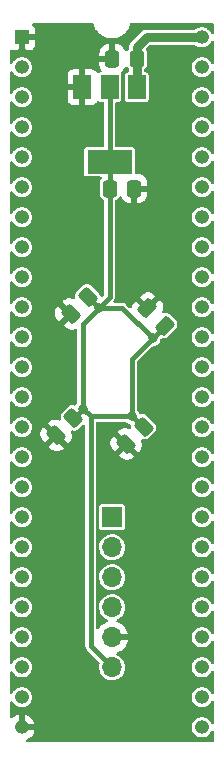
<source format=gbr>
%TF.GenerationSoftware,KiCad,Pcbnew,(6.0.0)*%
%TF.CreationDate,2022-01-16T15:55:41+01:00*%
%TF.ProjectId,Bluster,426c7573-7465-4722-9e6b-696361645f70,rev?*%
%TF.SameCoordinates,Original*%
%TF.FileFunction,Copper,L2,Bot*%
%TF.FilePolarity,Positive*%
%FSLAX46Y46*%
G04 Gerber Fmt 4.6, Leading zero omitted, Abs format (unit mm)*
G04 Created by KiCad (PCBNEW (6.0.0)) date 2022-01-16 15:55:41*
%MOMM*%
%LPD*%
G01*
G04 APERTURE LIST*
G04 Aperture macros list*
%AMRoundRect*
0 Rectangle with rounded corners*
0 $1 Rounding radius*
0 $2 $3 $4 $5 $6 $7 $8 $9 X,Y pos of 4 corners*
0 Add a 4 corners polygon primitive as box body*
4,1,4,$2,$3,$4,$5,$6,$7,$8,$9,$2,$3,0*
0 Add four circle primitives for the rounded corners*
1,1,$1+$1,$2,$3*
1,1,$1+$1,$4,$5*
1,1,$1+$1,$6,$7*
1,1,$1+$1,$8,$9*
0 Add four rect primitives between the rounded corners*
20,1,$1+$1,$2,$3,$4,$5,0*
20,1,$1+$1,$4,$5,$6,$7,0*
20,1,$1+$1,$6,$7,$8,$9,0*
20,1,$1+$1,$8,$9,$2,$3,0*%
G04 Aperture macros list end*
%TA.AperFunction,ComponentPad*%
%ADD10R,1.200000X1.200000*%
%TD*%
%TA.AperFunction,ComponentPad*%
%ADD11O,1.200000X1.200000*%
%TD*%
%TA.AperFunction,ComponentPad*%
%ADD12R,1.700000X1.700000*%
%TD*%
%TA.AperFunction,ComponentPad*%
%ADD13O,1.700000X1.700000*%
%TD*%
%TA.AperFunction,SMDPad,CuDef*%
%ADD14RoundRect,0.250000X0.337500X0.475000X-0.337500X0.475000X-0.337500X-0.475000X0.337500X-0.475000X0*%
%TD*%
%TA.AperFunction,SMDPad,CuDef*%
%ADD15RoundRect,0.250000X-0.337500X-0.475000X0.337500X-0.475000X0.337500X0.475000X-0.337500X0.475000X0*%
%TD*%
%TA.AperFunction,SMDPad,CuDef*%
%ADD16RoundRect,0.250000X-0.097227X0.574524X-0.574524X0.097227X0.097227X-0.574524X0.574524X-0.097227X0*%
%TD*%
%TA.AperFunction,SMDPad,CuDef*%
%ADD17RoundRect,0.250000X0.574524X0.097227X0.097227X0.574524X-0.574524X-0.097227X-0.097227X-0.574524X0*%
%TD*%
%TA.AperFunction,SMDPad,CuDef*%
%ADD18R,1.500000X2.000000*%
%TD*%
%TA.AperFunction,SMDPad,CuDef*%
%ADD19R,3.800000X2.000000*%
%TD*%
%TA.AperFunction,ViaPad*%
%ADD20C,0.800000*%
%TD*%
%TA.AperFunction,Conductor*%
%ADD21C,0.381000*%
%TD*%
%TA.AperFunction,Conductor*%
%ADD22C,0.762000*%
%TD*%
G04 APERTURE END LIST*
D10*
%TO.P,J1,1,GND*%
%TO.N,GND*%
X161280000Y-39570000D03*
D11*
%TO.P,J1,2,~{BG1}*%
%TO.N,/~{BG1}*%
X161280000Y-42110000D03*
%TO.P,J1,3,~{BG2}*%
%TO.N,/~{BG2}*%
X161280000Y-44650000D03*
%TO.P,J1,4,~{BG3}*%
%TO.N,/~{BG3}*%
X161280000Y-47190000D03*
%TO.P,J1,5,~{BG4}*%
%TO.N,/~{BG4}*%
X161280000Y-49730000D03*
%TO.P,J1,6,~{BG5}*%
%TO.N,/~{BG5}*%
X161280000Y-52270000D03*
%TO.P,J1,7,~{BR1}*%
%TO.N,/~{BR1}*%
X161280000Y-54810000D03*
%TO.P,J1,8,~{BR2}*%
%TO.N,/~{BR2}*%
X161280000Y-57350000D03*
%TO.P,J1,9,~{BR3}*%
%TO.N,/~{BR3}*%
X161280000Y-59890000D03*
%TO.P,J1,10,~{BR4}*%
%TO.N,/~{BR4}*%
X161280000Y-62430000D03*
%TO.P,J1,11,~{BR5}*%
%TO.N,/~{BR5}*%
X161280000Y-64970000D03*
%TO.P,J1,12,~{SLAVE1}*%
%TO.N,/~{SLAVE1}*%
X161280000Y-67510000D03*
%TO.P,J1,13,~{SLAVE2}*%
%TO.N,/~{SLAVE2}*%
X161280000Y-70050000D03*
%TO.P,J1,14,~{SLAVE3}*%
%TO.N,/~{SLAVE3}*%
X161280000Y-72590000D03*
%TO.P,J1,15,~{SLAVE4}*%
%TO.N,/~{SLAVE4}*%
X161280000Y-75130000D03*
%TO.P,J1,16,~{SLAVE5}*%
%TO.N,/~{SLAVE5}*%
X161280000Y-77670000D03*
%TO.P,J1,17,~{BG}*%
%TO.N,/~{BG}*%
X161280000Y-80210000D03*
%TO.P,J1,18,~{CDAC}*%
%TO.N,/~{CDAC}*%
X161280000Y-82750000D03*
%TO.P,J1,19,C1*%
%TO.N,/C1*%
X161280000Y-85290000D03*
%TO.P,J1,20,C3*%
%TO.N,/C3*%
X161280000Y-87830000D03*
%TO.P,J1,21,~{C2}*%
%TO.N,/~{C2}*%
X161280000Y-90370000D03*
%TO.P,J1,22,~{C4}*%
%TO.N,/~{C4}*%
X161280000Y-92910000D03*
%TO.P,J1,23,~{GBG}*%
%TO.N,/GBG*%
X161280000Y-95450000D03*
%TO.P,J1,24,GND*%
%TO.N,GND*%
X161280000Y-97990000D03*
%TO.P,J1,25,25*%
%TO.N,/25*%
X176520000Y-97990000D03*
%TO.P,J1,26,~{BEER}*%
%TO.N,/~{BEER}*%
X176520000Y-95450000D03*
%TO.P,J1,27,~{BR}*%
%TO.N,/~{BR}*%
X176520000Y-92910000D03*
%TO.P,J1,28,~{CBR}*%
%TO.N,/~{CBR}*%
X176520000Y-90370000D03*
%TO.P,J1,29,~{CBG}*%
%TO.N,/~{CBG}*%
X176520000Y-87830000D03*
%TO.P,J1,30,A19*%
%TO.N,/~{A19}*%
X176520000Y-85290000D03*
%TO.P,J1,31,A20*%
%TO.N,/~{A20}*%
X176520000Y-82750000D03*
%TO.P,J1,32,A21*%
%TO.N,/~{A21}*%
X176520000Y-80210000D03*
%TO.P,J1,33,A22*%
%TO.N,/~{A22}*%
X176520000Y-77670000D03*
%TO.P,J1,34,A23*%
%TO.N,/~{A23}*%
X176520000Y-75130000D03*
%TO.P,J1,35,READ*%
%TO.N,/READ*%
X176520000Y-72590000D03*
%TO.P,J1,36,~{AS}*%
%TO.N,/~{AS}*%
X176520000Y-70050000D03*
%TO.P,J1,37,~{LDS}*%
%TO.N,/~{LDS}*%
X176520000Y-67510000D03*
%TO.P,J1,38,~{UDS}*%
%TO.N,/~{UDS}*%
X176520000Y-64970000D03*
%TO.P,J1,39,~{BOSS}*%
%TO.N,/~{BOSS}*%
X176520000Y-62430000D03*
%TO.P,J1,40,~{OVR}*%
%TO.N,/~{OVR}*%
X176520000Y-59890000D03*
%TO.P,J1,41,~{OWN}*%
%TO.N,/~{OWN}*%
X176520000Y-57350000D03*
%TO.P,J1,42,~{RST}*%
%TO.N,/~{RST}*%
X176520000Y-54810000D03*
%TO.P,J1,43,TEST*%
%TO.N,/TEST*%
X176520000Y-52270000D03*
%TO.P,J1,44,PTEST*%
%TO.N,/PTEST*%
X176520000Y-49730000D03*
%TO.P,J1,45,~{D2P}*%
%TO.N,/D2P*%
X176520000Y-47190000D03*
%TO.P,J1,46,~{DB0E}*%
%TO.N,/~{DBOE}*%
X176520000Y-44650000D03*
%TO.P,J1,47,DOE*%
%TO.N,/DOE*%
X176520000Y-42110000D03*
%TO.P,J1,48,VCC*%
%TO.N,+5V*%
X176520000Y-39570000D03*
%TD*%
D12*
%TO.P,J2,1,Pin_1*%
%TO.N,/TMS*%
X168941958Y-80210000D03*
D13*
%TO.P,J2,2,Pin_2*%
%TO.N,/TDI*%
X168941958Y-82750000D03*
%TO.P,J2,3,Pin_3*%
%TO.N,/TDO*%
X168941958Y-85290000D03*
%TO.P,J2,4,Pin_4*%
%TO.N,/TCK*%
X168941958Y-87830000D03*
%TO.P,J2,5,Pin_5*%
%TO.N,GND*%
X168941958Y-90370000D03*
%TO.P,J2,6,Pin_6*%
%TO.N,+3V3*%
X168941958Y-92910000D03*
%TD*%
D14*
%TO.P,C5,1*%
%TO.N,+5V*%
X171027500Y-41400000D03*
%TO.P,C5,2*%
%TO.N,GND*%
X168952500Y-41400000D03*
%TD*%
D15*
%TO.P,C6,1*%
%TO.N,+3V3*%
X168732500Y-52375000D03*
%TO.P,C6,2*%
%TO.N,GND*%
X170807500Y-52375000D03*
%TD*%
D16*
%TO.P,C1,1*%
%TO.N,+3V3*%
X171593623Y-72536377D03*
%TO.P,C1,2*%
%TO.N,GND*%
X170126377Y-74003623D03*
%TD*%
%TO.P,C3,1*%
%TO.N,+3V3*%
X166883623Y-61526377D03*
%TO.P,C3,2*%
%TO.N,GND*%
X165416377Y-62993623D03*
%TD*%
%TO.P,C4,1*%
%TO.N,+3V3*%
X165649261Y-71796499D03*
%TO.P,C4,2*%
%TO.N,GND*%
X164182015Y-73263745D03*
%TD*%
D17*
%TO.P,C2,1*%
%TO.N,+3V3*%
X173383623Y-63973623D03*
%TO.P,C2,2*%
%TO.N,GND*%
X171916377Y-62506377D03*
%TD*%
D18*
%TO.P,U2,1,GND*%
%TO.N,GND*%
X166420000Y-43800000D03*
%TO.P,U2,2,VO*%
%TO.N,+3V3*%
X168720000Y-43800000D03*
D19*
X168720000Y-50100000D03*
D18*
%TO.P,U2,3,VI*%
%TO.N,+5V*%
X171020000Y-43800000D03*
%TD*%
D20*
%TO.N,GND*%
X164836000Y-58620000D03*
X164836000Y-56080000D03*
X164836000Y-53540000D03*
X172670000Y-56080000D03*
X172670000Y-53540000D03*
X172670000Y-58620000D03*
X172070000Y-78940000D03*
X172070000Y-76400000D03*
X172070000Y-91640000D03*
X172070000Y-89100000D03*
X172070000Y-84020000D03*
X172070000Y-94180000D03*
X172070000Y-86560000D03*
X172070000Y-81480000D03*
X165407500Y-78940000D03*
X165407500Y-81480000D03*
X165407500Y-91640000D03*
X165407500Y-86560000D03*
X165407500Y-94180000D03*
X165407500Y-84020000D03*
X165407500Y-89100000D03*
X165280500Y-74495000D03*
X176520000Y-73860000D03*
X161280000Y-96720000D03*
X161280000Y-51000000D03*
X161280000Y-86560000D03*
X161280000Y-73860000D03*
X176520000Y-71320000D03*
X161280000Y-84020000D03*
X176520000Y-66240000D03*
X161280000Y-43380000D03*
X176520000Y-76400000D03*
X176520000Y-61160000D03*
X161280000Y-89100000D03*
X176520000Y-96720000D03*
X161280000Y-81480000D03*
X161280000Y-91640000D03*
X176520000Y-89100000D03*
X176520000Y-84020000D03*
X161280000Y-61160000D03*
X161280000Y-45920000D03*
X176520000Y-78940000D03*
X168900000Y-76654000D03*
X161280000Y-48460000D03*
X161280000Y-68780000D03*
X161280000Y-56080000D03*
X163947000Y-66367000D03*
X161280000Y-78940000D03*
X176520000Y-56080000D03*
X176520000Y-86560000D03*
X176520000Y-58620000D03*
X176520000Y-94180000D03*
X161280000Y-53540000D03*
X161280000Y-76400000D03*
X176520000Y-53540000D03*
X161280000Y-40840000D03*
X176520000Y-40840000D03*
X161280000Y-71320000D03*
X164582000Y-69288000D03*
X163756500Y-43380000D03*
X161280000Y-94180000D03*
X176520000Y-81480000D03*
X176520000Y-91640000D03*
X172189069Y-70426015D03*
X161280000Y-58620000D03*
X176520000Y-51000000D03*
X176520000Y-48460000D03*
%TO.N,+3V3*%
X167794237Y-62487878D03*
X170598526Y-71676622D03*
X166439638Y-71006122D03*
X172377036Y-65066911D03*
%TD*%
D21*
%TO.N,+3V3*%
X169798003Y-62487878D02*
X167794237Y-62487878D01*
X172377036Y-65066911D02*
X173266060Y-64177887D01*
X173266060Y-64177887D02*
X173343228Y-64177887D01*
X167110138Y-71676622D02*
X166439638Y-71006122D01*
X172377036Y-65066911D02*
X169798003Y-62487878D01*
X167110138Y-71676622D02*
X167110138Y-91078180D01*
X167794237Y-62487878D02*
X168720000Y-61562115D01*
X170598526Y-71676622D02*
X167110138Y-71676622D01*
X166439638Y-71006122D02*
X165649261Y-71796499D01*
X166947638Y-61608122D02*
X167794237Y-62454721D01*
X171421015Y-72558499D02*
X171421015Y-72499111D01*
X167110138Y-91078180D02*
X168941958Y-92910000D01*
X168720008Y-43799989D02*
X168720008Y-50100001D01*
X170598526Y-66845421D02*
X172377036Y-65066911D01*
X168720000Y-61562115D02*
X168720000Y-50100000D01*
X167794237Y-62454721D02*
X167794237Y-62487878D01*
X166439638Y-63842477D02*
X167794237Y-62487878D01*
X166439638Y-71006122D02*
X166439638Y-63842477D01*
X170598526Y-71676622D02*
X170598526Y-66845421D01*
X171421015Y-72499111D02*
X170598526Y-71676622D01*
D22*
%TO.N,+5V*%
X176520000Y-39570000D02*
X171860000Y-39570000D01*
X171020000Y-40410000D02*
X171020000Y-43800000D01*
X171860000Y-39570000D02*
X171020000Y-40410000D01*
%TD*%
%TA.AperFunction,Conductor*%
%TO.N,GND*%
G36*
X167331392Y-38374002D02*
G01*
X167377885Y-38427658D01*
X167386112Y-38451963D01*
X167411293Y-38562290D01*
X167496933Y-38780497D01*
X167525390Y-38829786D01*
X167593976Y-38948579D01*
X167614139Y-38983503D01*
X167617071Y-38987180D01*
X167617074Y-38987184D01*
X167709481Y-39103058D01*
X167760292Y-39166773D01*
X167763745Y-39169977D01*
X167888270Y-39285520D01*
X167932127Y-39326214D01*
X168125807Y-39458262D01*
X168130052Y-39460306D01*
X168130055Y-39460308D01*
X168332755Y-39557923D01*
X168337004Y-39559969D01*
X168561001Y-39629063D01*
X168565651Y-39629764D01*
X168565656Y-39629765D01*
X168664316Y-39644635D01*
X168792794Y-39664000D01*
X169027206Y-39664000D01*
X169155684Y-39644635D01*
X169254344Y-39629765D01*
X169254349Y-39629764D01*
X169258999Y-39629063D01*
X169482996Y-39559969D01*
X169487245Y-39557923D01*
X169689945Y-39460308D01*
X169689948Y-39460306D01*
X169694193Y-39458262D01*
X169887873Y-39326214D01*
X169931731Y-39285520D01*
X170056255Y-39169977D01*
X170059708Y-39166773D01*
X170110519Y-39103058D01*
X170202926Y-38987184D01*
X170202929Y-38987180D01*
X170205861Y-38983503D01*
X170226025Y-38948579D01*
X170294610Y-38829786D01*
X170323067Y-38780497D01*
X170408707Y-38562290D01*
X170433888Y-38451963D01*
X170468547Y-38390001D01*
X170531203Y-38356613D01*
X170556729Y-38354000D01*
X177420000Y-38354000D01*
X177488121Y-38374002D01*
X177534614Y-38427658D01*
X177546000Y-38480000D01*
X177546000Y-39170906D01*
X177525998Y-39239027D01*
X177472342Y-39285520D01*
X177402068Y-39295624D01*
X177337488Y-39266130D01*
X177305890Y-39223500D01*
X177304925Y-39220529D01*
X177215113Y-39064971D01*
X177164430Y-39008681D01*
X177099344Y-38936396D01*
X177099343Y-38936395D01*
X177094922Y-38931485D01*
X177077064Y-38918510D01*
X176954946Y-38829786D01*
X176954945Y-38829785D01*
X176949604Y-38825905D01*
X176943576Y-38823221D01*
X176943574Y-38823220D01*
X176791541Y-38755531D01*
X176791540Y-38755531D01*
X176785510Y-38752846D01*
X176687184Y-38731946D01*
X176616269Y-38716872D01*
X176616264Y-38716872D01*
X176609812Y-38715500D01*
X176430188Y-38715500D01*
X176423736Y-38716872D01*
X176423731Y-38716872D01*
X176352816Y-38731946D01*
X176254490Y-38752846D01*
X176248460Y-38755531D01*
X176248459Y-38755531D01*
X176096427Y-38823220D01*
X176096425Y-38823221D01*
X176090397Y-38825905D01*
X176032943Y-38867648D01*
X175974050Y-38910436D01*
X175899989Y-38934500D01*
X171939020Y-38934500D01*
X171927791Y-38933971D01*
X171920281Y-38932292D01*
X171912355Y-38932541D01*
X171912354Y-38932541D01*
X171852002Y-38934438D01*
X171848044Y-38934500D01*
X171820017Y-38934500D01*
X171815971Y-38935011D01*
X171804143Y-38935942D01*
X171759795Y-38937336D01*
X171752177Y-38939549D01*
X171752178Y-38939549D01*
X171740254Y-38943013D01*
X171720894Y-38947022D01*
X171708566Y-38948579D01*
X171708563Y-38948580D01*
X171700701Y-38949573D01*
X171693335Y-38952490D01*
X171693329Y-38952491D01*
X171659439Y-38965909D01*
X171648212Y-38969753D01*
X171605607Y-38982131D01*
X171598788Y-38986164D01*
X171598783Y-38986166D01*
X171588091Y-38992490D01*
X171570341Y-39001187D01*
X171551412Y-39008681D01*
X171544996Y-39013342D01*
X171544995Y-39013343D01*
X171515519Y-39034759D01*
X171505595Y-39041278D01*
X171474224Y-39059830D01*
X171474219Y-39059834D01*
X171467401Y-39063866D01*
X171453014Y-39078253D01*
X171437980Y-39091094D01*
X171421513Y-39103058D01*
X171416460Y-39109166D01*
X171393228Y-39137249D01*
X171385238Y-39146029D01*
X170626517Y-39904750D01*
X170618191Y-39912326D01*
X170611697Y-39916447D01*
X170606274Y-39922222D01*
X170564915Y-39966265D01*
X170562173Y-39969094D01*
X170542361Y-39988906D01*
X170539937Y-39992031D01*
X170539929Y-39992040D01*
X170539863Y-39992126D01*
X170532155Y-40001151D01*
X170501783Y-40033494D01*
X170497965Y-40040438D01*
X170497964Y-40040440D01*
X170491978Y-40051329D01*
X170481127Y-40067847D01*
X170468650Y-40083933D01*
X170451024Y-40124666D01*
X170445807Y-40135314D01*
X170424431Y-40174197D01*
X170422460Y-40181872D01*
X170422458Y-40181878D01*
X170419369Y-40193911D01*
X170412966Y-40212613D01*
X170404883Y-40231292D01*
X170403644Y-40239117D01*
X170397940Y-40275127D01*
X170395535Y-40286740D01*
X170384500Y-40329718D01*
X170384500Y-40350065D01*
X170382949Y-40369776D01*
X170379765Y-40389879D01*
X170380511Y-40397771D01*
X170383941Y-40434056D01*
X170384500Y-40445914D01*
X170384500Y-40460421D01*
X170364498Y-40528542D01*
X170342472Y-40552211D01*
X170343126Y-40552865D01*
X170336776Y-40559215D01*
X170329596Y-40564596D01*
X170242929Y-40680236D01*
X170239778Y-40688642D01*
X170235819Y-40695874D01*
X170185562Y-40746021D01*
X170116171Y-40761036D01*
X170049678Y-40736152D01*
X170005774Y-40675243D01*
X169983412Y-40608216D01*
X169977239Y-40595038D01*
X169891937Y-40457193D01*
X169882901Y-40445792D01*
X169768171Y-40331261D01*
X169756760Y-40322249D01*
X169618757Y-40237184D01*
X169605576Y-40231037D01*
X169451290Y-40179862D01*
X169437914Y-40176995D01*
X169343562Y-40167328D01*
X169337145Y-40167000D01*
X169224615Y-40167000D01*
X169209376Y-40171475D01*
X169208171Y-40172865D01*
X169206500Y-40180548D01*
X169206500Y-41528000D01*
X169186498Y-41596121D01*
X169132842Y-41642614D01*
X169080500Y-41654000D01*
X167875116Y-41654000D01*
X167859877Y-41658475D01*
X167858672Y-41659865D01*
X167857001Y-41667548D01*
X167857001Y-41922095D01*
X167857338Y-41928614D01*
X167867257Y-42024206D01*
X167870149Y-42037600D01*
X167921588Y-42191784D01*
X167927761Y-42204962D01*
X168013063Y-42342807D01*
X168014469Y-42344581D01*
X168015052Y-42346021D01*
X168016917Y-42349035D01*
X168016401Y-42349354D01*
X168041105Y-42410391D01*
X168027933Y-42480155D01*
X167979135Y-42531723D01*
X167940307Y-42546421D01*
X167870699Y-42560266D01*
X167860379Y-42567161D01*
X167860378Y-42567162D01*
X167803339Y-42605275D01*
X167735587Y-42626490D01*
X167667120Y-42607707D01*
X167622817Y-42561019D01*
X167614788Y-42546354D01*
X167538285Y-42444276D01*
X167525724Y-42431715D01*
X167423649Y-42355214D01*
X167408054Y-42346676D01*
X167287606Y-42301522D01*
X167272351Y-42297895D01*
X167221486Y-42292369D01*
X167214672Y-42292000D01*
X166692115Y-42292000D01*
X166676876Y-42296475D01*
X166675671Y-42297865D01*
X166674000Y-42305548D01*
X166674000Y-45289884D01*
X166678475Y-45305123D01*
X166679865Y-45306328D01*
X166687548Y-45307999D01*
X167214669Y-45307999D01*
X167221490Y-45307629D01*
X167272352Y-45302105D01*
X167287604Y-45298479D01*
X167408054Y-45253324D01*
X167423649Y-45244786D01*
X167525724Y-45168285D01*
X167538285Y-45155724D01*
X167614788Y-45053646D01*
X167622817Y-45038981D01*
X167673076Y-44988835D01*
X167742467Y-44973821D01*
X167803339Y-44994725D01*
X167870699Y-45039734D01*
X167944933Y-45054500D01*
X168149008Y-45054500D01*
X168217129Y-45074502D01*
X168263622Y-45128158D01*
X168275008Y-45180500D01*
X168275008Y-48719501D01*
X168255006Y-48787622D01*
X168201350Y-48834115D01*
X168149008Y-48845501D01*
X166794934Y-48845501D01*
X166759182Y-48852612D01*
X166732874Y-48857844D01*
X166732872Y-48857845D01*
X166720699Y-48860266D01*
X166710379Y-48867161D01*
X166710378Y-48867162D01*
X166649985Y-48907516D01*
X166636516Y-48916516D01*
X166580266Y-49000699D01*
X166565500Y-49074933D01*
X166565501Y-51125066D01*
X166580266Y-51199301D01*
X166636516Y-51283484D01*
X166720699Y-51339734D01*
X166794933Y-51354500D01*
X167921427Y-51354500D01*
X167989548Y-51374502D01*
X168036041Y-51428158D01*
X168046145Y-51498432D01*
X168022253Y-51556065D01*
X167947929Y-51655236D01*
X167897202Y-51790552D01*
X167890500Y-51852244D01*
X167890500Y-52897756D01*
X167897202Y-52959448D01*
X167947929Y-53094764D01*
X167953309Y-53101943D01*
X167953311Y-53101946D01*
X168000999Y-53165576D01*
X168034596Y-53210404D01*
X168041776Y-53215785D01*
X168143054Y-53291689D01*
X168143057Y-53291691D01*
X168150236Y-53297071D01*
X168158639Y-53300221D01*
X168193229Y-53313188D01*
X168249994Y-53355829D01*
X168274694Y-53422390D01*
X168275000Y-53431170D01*
X168275000Y-61325599D01*
X168254998Y-61393720D01*
X168238095Y-61414694D01*
X168146190Y-61506599D01*
X168083878Y-61540625D01*
X168013063Y-61535560D01*
X167956227Y-61493013D01*
X167942394Y-61469655D01*
X167890803Y-61356186D01*
X167890802Y-61356184D01*
X167887535Y-61348999D01*
X167848651Y-61300637D01*
X167109363Y-60561349D01*
X167061001Y-60522465D01*
X167053816Y-60519198D01*
X167053814Y-60519197D01*
X166937619Y-60466367D01*
X166937618Y-60466367D01*
X166929448Y-60462652D01*
X166920563Y-60461380D01*
X166920561Y-60461379D01*
X166795285Y-60443438D01*
X166786396Y-60442165D01*
X166777507Y-60443438D01*
X166652230Y-60461379D01*
X166652228Y-60461380D01*
X166643343Y-60462652D01*
X166635173Y-60466367D01*
X166635172Y-60466367D01*
X166518978Y-60519197D01*
X166518976Y-60519198D01*
X166511791Y-60522465D01*
X166463429Y-60561349D01*
X165918595Y-61106183D01*
X165879711Y-61154545D01*
X165876444Y-61161730D01*
X165876443Y-61161732D01*
X165850860Y-61218000D01*
X165819898Y-61286097D01*
X165818626Y-61294982D01*
X165818625Y-61294984D01*
X165804485Y-61393720D01*
X165799411Y-61429150D01*
X165819898Y-61572202D01*
X165823612Y-61580370D01*
X165825928Y-61588292D01*
X165825848Y-61659288D01*
X165787396Y-61718971D01*
X165722782Y-61748391D01*
X165648672Y-61736365D01*
X165585462Y-61704780D01*
X165571789Y-61699830D01*
X165413990Y-61662675D01*
X165399545Y-61661003D01*
X165237429Y-61661144D01*
X165222993Y-61662840D01*
X165065255Y-61700273D01*
X165051591Y-61705246D01*
X164906305Y-61778158D01*
X164894822Y-61785587D01*
X164821272Y-61845467D01*
X164816498Y-61849777D01*
X164736928Y-61929348D01*
X164729318Y-61943284D01*
X164729449Y-61945121D01*
X164733701Y-61951737D01*
X165686492Y-62904528D01*
X165720518Y-62966840D01*
X165715453Y-63037655D01*
X165686492Y-63082718D01*
X164834159Y-63935051D01*
X164826545Y-63948995D01*
X164826676Y-63950828D01*
X164830927Y-63957443D01*
X165010926Y-64137442D01*
X165015749Y-64141791D01*
X165090379Y-64202390D01*
X165101890Y-64209812D01*
X165247291Y-64282466D01*
X165260965Y-64287416D01*
X165418764Y-64324571D01*
X165433209Y-64326243D01*
X165595325Y-64326102D01*
X165609761Y-64324406D01*
X165767499Y-64286973D01*
X165781164Y-64282000D01*
X165812122Y-64266463D01*
X165881978Y-64253785D01*
X165947598Y-64280887D01*
X165988149Y-64339163D01*
X165994638Y-64379077D01*
X165994638Y-70468449D01*
X165974636Y-70536570D01*
X165959821Y-70553727D01*
X165960483Y-70554323D01*
X165955403Y-70559965D01*
X165949677Y-70564960D01*
X165945310Y-70571174D01*
X165858740Y-70694350D01*
X165803205Y-70738581D01*
X165732573Y-70745767D01*
X165703508Y-70736602D01*
X165703264Y-70736491D01*
X165703256Y-70736489D01*
X165695086Y-70732774D01*
X165686201Y-70731502D01*
X165686199Y-70731501D01*
X165560923Y-70713560D01*
X165552034Y-70712287D01*
X165543145Y-70713560D01*
X165417868Y-70731501D01*
X165417866Y-70731502D01*
X165408981Y-70732774D01*
X165400811Y-70736489D01*
X165400810Y-70736489D01*
X165284616Y-70789319D01*
X165284614Y-70789320D01*
X165277429Y-70792587D01*
X165229067Y-70831471D01*
X164684233Y-71376305D01*
X164645349Y-71424667D01*
X164642082Y-71431852D01*
X164642081Y-71431854D01*
X164621842Y-71476367D01*
X164585536Y-71556219D01*
X164565049Y-71699272D01*
X164585536Y-71842324D01*
X164589250Y-71850492D01*
X164591566Y-71858414D01*
X164591486Y-71929410D01*
X164553034Y-71989093D01*
X164488420Y-72018513D01*
X164414310Y-72006487D01*
X164351100Y-71974902D01*
X164337427Y-71969952D01*
X164179628Y-71932797D01*
X164165183Y-71931125D01*
X164003067Y-71931266D01*
X163988631Y-71932962D01*
X163830893Y-71970395D01*
X163817229Y-71975368D01*
X163671943Y-72048280D01*
X163660460Y-72055709D01*
X163586910Y-72115589D01*
X163582136Y-72119899D01*
X163502566Y-72199470D01*
X163494956Y-72213406D01*
X163495087Y-72215243D01*
X163499339Y-72221859D01*
X165220670Y-73943190D01*
X165234614Y-73950804D01*
X165236447Y-73950673D01*
X165243062Y-73946422D01*
X165325834Y-73863650D01*
X165330183Y-73858827D01*
X165390782Y-73784197D01*
X165398204Y-73772686D01*
X165470858Y-73627285D01*
X165475808Y-73613611D01*
X165512963Y-73455812D01*
X165514635Y-73441367D01*
X165514494Y-73279251D01*
X165512798Y-73264815D01*
X165475365Y-73107078D01*
X165470392Y-73093413D01*
X165439397Y-73031653D01*
X165426719Y-72961797D01*
X165453821Y-72896177D01*
X165512097Y-72855626D01*
X165587374Y-72854201D01*
X165595262Y-72856508D01*
X165603436Y-72860224D01*
X165746488Y-72880711D01*
X165755377Y-72879438D01*
X165880654Y-72861497D01*
X165880656Y-72861496D01*
X165889541Y-72860224D01*
X165899654Y-72855626D01*
X166013906Y-72803679D01*
X166013908Y-72803678D01*
X166021093Y-72800411D01*
X166040475Y-72784828D01*
X166066796Y-72763665D01*
X166066797Y-72763664D01*
X166069455Y-72761527D01*
X166450043Y-72380939D01*
X166512355Y-72346913D01*
X166583170Y-72351978D01*
X166640006Y-72394525D01*
X166664817Y-72461045D01*
X166665138Y-72470034D01*
X166665138Y-91044293D01*
X166664265Y-91059103D01*
X166660334Y-91092316D01*
X166662026Y-91101579D01*
X166670743Y-91149306D01*
X166671393Y-91153214D01*
X166680006Y-91210506D01*
X166683094Y-91216937D01*
X166684375Y-91223951D01*
X166688716Y-91232307D01*
X166711082Y-91275364D01*
X166712851Y-91278904D01*
X166737930Y-91331132D01*
X166742772Y-91336370D01*
X166746059Y-91342698D01*
X166750322Y-91347689D01*
X166787101Y-91384468D01*
X166790530Y-91388034D01*
X166828763Y-91429394D01*
X166835057Y-91433050D01*
X166841060Y-91438427D01*
X167856488Y-92453855D01*
X167890514Y-92516167D01*
X167887726Y-92580312D01*
X167856965Y-92679378D01*
X167833106Y-92880964D01*
X167846382Y-93083522D01*
X167847803Y-93089118D01*
X167847804Y-93089123D01*
X167868077Y-93168945D01*
X167896350Y-93280269D01*
X167898767Y-93285512D01*
X167935968Y-93366208D01*
X167981335Y-93464616D01*
X167984668Y-93469332D01*
X168040629Y-93548515D01*
X168098491Y-93630389D01*
X168243896Y-93772035D01*
X168412678Y-93884812D01*
X168417981Y-93887090D01*
X168417984Y-93887092D01*
X168506665Y-93925192D01*
X168599186Y-93964942D01*
X168672202Y-93981464D01*
X168791537Y-94008467D01*
X168791542Y-94008468D01*
X168797174Y-94009742D01*
X168802945Y-94009969D01*
X168802947Y-94009969D01*
X168862714Y-94012317D01*
X169000011Y-94017712D01*
X169100457Y-94003148D01*
X169195189Y-93989413D01*
X169195194Y-93989412D01*
X169200903Y-93988584D01*
X169206367Y-93986729D01*
X169206372Y-93986728D01*
X169387651Y-93925192D01*
X169387656Y-93925190D01*
X169393123Y-93923334D01*
X169570234Y-93824147D01*
X169632892Y-93772035D01*
X169721871Y-93698031D01*
X169726303Y-93694345D01*
X169844360Y-93552398D01*
X169852411Y-93542718D01*
X169852413Y-93542715D01*
X169856105Y-93538276D01*
X169955292Y-93361165D01*
X169957148Y-93355698D01*
X169957150Y-93355693D01*
X170018686Y-93174414D01*
X170018687Y-93174409D01*
X170020542Y-93168945D01*
X170021370Y-93163236D01*
X170021371Y-93163231D01*
X170049137Y-92971727D01*
X170049670Y-92968053D01*
X170051190Y-92910000D01*
X170032616Y-92707859D01*
X170026199Y-92685107D01*
X169979083Y-92518046D01*
X169979082Y-92518044D01*
X169977515Y-92512487D01*
X169924495Y-92404971D01*
X169890289Y-92335609D01*
X169887734Y-92330428D01*
X169766278Y-92167779D01*
X169617216Y-92029987D01*
X169612333Y-92026906D01*
X169612329Y-92026903D01*
X169450422Y-91924748D01*
X169445539Y-91921667D01*
X169373572Y-91892955D01*
X169317713Y-91849134D01*
X169294413Y-91782069D01*
X169311069Y-91713054D01*
X169362394Y-91664000D01*
X169384056Y-91655239D01*
X169434210Y-91640192D01*
X169443800Y-91636433D01*
X169635053Y-91542739D01*
X169643903Y-91537464D01*
X169817286Y-91413792D01*
X169825158Y-91407139D01*
X169976010Y-91256812D01*
X169982688Y-91248965D01*
X170106961Y-91076020D01*
X170112271Y-91067183D01*
X170206628Y-90876267D01*
X170210427Y-90866672D01*
X170272335Y-90662910D01*
X170274513Y-90652837D01*
X170275944Y-90641962D01*
X170273733Y-90627778D01*
X170260575Y-90624000D01*
X168813958Y-90624000D01*
X168745837Y-90603998D01*
X168699344Y-90550342D01*
X168687958Y-90498000D01*
X168687958Y-90242000D01*
X168707960Y-90173879D01*
X168761616Y-90127386D01*
X168813958Y-90116000D01*
X170260302Y-90116000D01*
X170273833Y-90112027D01*
X170275138Y-90102947D01*
X170233172Y-89935875D01*
X170229852Y-89926124D01*
X170144930Y-89730814D01*
X170140063Y-89721739D01*
X170024384Y-89542926D01*
X170018094Y-89534757D01*
X169874764Y-89377240D01*
X169867231Y-89370215D01*
X169700097Y-89238222D01*
X169691510Y-89232517D01*
X169505075Y-89129599D01*
X169495663Y-89125369D01*
X169381349Y-89084888D01*
X169323813Y-89043294D01*
X169297897Y-88977196D01*
X169311831Y-88907580D01*
X169361190Y-88856549D01*
X169382901Y-88846804D01*
X169393123Y-88843334D01*
X169570234Y-88744147D01*
X169632892Y-88692035D01*
X169721871Y-88618031D01*
X169726303Y-88614345D01*
X169844360Y-88472398D01*
X169852411Y-88462718D01*
X169852413Y-88462715D01*
X169856105Y-88458276D01*
X169955292Y-88281165D01*
X169957148Y-88275698D01*
X169957150Y-88275693D01*
X170018686Y-88094414D01*
X170018687Y-88094409D01*
X170020542Y-88088945D01*
X170021370Y-88083236D01*
X170021371Y-88083231D01*
X170049137Y-87891727D01*
X170049670Y-87888053D01*
X170051190Y-87830000D01*
X170032616Y-87627859D01*
X170031048Y-87622299D01*
X169979083Y-87438046D01*
X169979082Y-87438044D01*
X169977515Y-87432487D01*
X169966936Y-87411033D01*
X169890289Y-87255609D01*
X169887734Y-87250428D01*
X169766278Y-87087779D01*
X169617216Y-86949987D01*
X169612333Y-86946906D01*
X169612329Y-86946903D01*
X169450422Y-86844748D01*
X169445539Y-86841667D01*
X169256997Y-86766446D01*
X169251337Y-86765320D01*
X169251333Y-86765319D01*
X169063571Y-86727971D01*
X169063568Y-86727971D01*
X169057904Y-86726844D01*
X169052129Y-86726768D01*
X169052125Y-86726768D01*
X168950751Y-86725441D01*
X168854929Y-86724187D01*
X168849232Y-86725166D01*
X168849231Y-86725166D01*
X168660565Y-86757585D01*
X168654868Y-86758564D01*
X168464421Y-86828824D01*
X168289968Y-86932612D01*
X168285628Y-86936418D01*
X168285624Y-86936421D01*
X168198479Y-87012846D01*
X168137350Y-87066455D01*
X168133775Y-87070990D01*
X168133774Y-87070991D01*
X168123633Y-87083855D01*
X168011678Y-87225869D01*
X168008989Y-87230980D01*
X168008987Y-87230983D01*
X167996031Y-87255609D01*
X167917161Y-87405515D01*
X167856965Y-87599378D01*
X167833106Y-87800964D01*
X167846382Y-88003522D01*
X167847803Y-88009118D01*
X167847804Y-88009123D01*
X167868077Y-88088945D01*
X167896350Y-88200269D01*
X167898767Y-88205512D01*
X167935968Y-88286208D01*
X167981335Y-88384616D01*
X167984668Y-88389332D01*
X168040629Y-88468515D01*
X168098491Y-88550389D01*
X168243896Y-88692035D01*
X168412678Y-88804812D01*
X168417981Y-88807090D01*
X168417984Y-88807092D01*
X168514912Y-88848735D01*
X168569605Y-88894003D01*
X168591142Y-88961654D01*
X168572685Y-89030210D01*
X168520094Y-89077904D01*
X168504319Y-89084268D01*
X168418826Y-89112212D01*
X168409317Y-89116209D01*
X168220421Y-89214542D01*
X168211696Y-89220036D01*
X168041391Y-89347905D01*
X168033684Y-89354748D01*
X167886548Y-89508717D01*
X167880062Y-89516727D01*
X167785226Y-89655751D01*
X167730315Y-89700754D01*
X167659790Y-89708925D01*
X167596043Y-89677671D01*
X167559313Y-89616914D01*
X167555138Y-89584747D01*
X167555138Y-85260964D01*
X167833106Y-85260964D01*
X167846382Y-85463522D01*
X167847803Y-85469118D01*
X167847804Y-85469123D01*
X167868077Y-85548945D01*
X167896350Y-85660269D01*
X167898767Y-85665512D01*
X167935968Y-85746208D01*
X167981335Y-85844616D01*
X167984668Y-85849332D01*
X168040629Y-85928515D01*
X168098491Y-86010389D01*
X168243896Y-86152035D01*
X168412678Y-86264812D01*
X168417981Y-86267090D01*
X168417984Y-86267092D01*
X168506665Y-86305192D01*
X168599186Y-86344942D01*
X168672202Y-86361464D01*
X168791537Y-86388467D01*
X168791542Y-86388468D01*
X168797174Y-86389742D01*
X168802945Y-86389969D01*
X168802947Y-86389969D01*
X168862714Y-86392317D01*
X169000011Y-86397712D01*
X169100457Y-86383148D01*
X169195189Y-86369413D01*
X169195194Y-86369412D01*
X169200903Y-86368584D01*
X169206367Y-86366729D01*
X169206372Y-86366728D01*
X169387651Y-86305192D01*
X169387656Y-86305190D01*
X169393123Y-86303334D01*
X169570234Y-86204147D01*
X169632892Y-86152035D01*
X169721871Y-86078031D01*
X169726303Y-86074345D01*
X169844360Y-85932398D01*
X169852411Y-85922718D01*
X169852413Y-85922715D01*
X169856105Y-85918276D01*
X169955292Y-85741165D01*
X169957148Y-85735698D01*
X169957150Y-85735693D01*
X170018686Y-85554414D01*
X170018687Y-85554409D01*
X170020542Y-85548945D01*
X170021370Y-85543236D01*
X170021371Y-85543231D01*
X170049137Y-85351727D01*
X170049670Y-85348053D01*
X170051190Y-85290000D01*
X170032616Y-85087859D01*
X170031048Y-85082299D01*
X169979083Y-84898046D01*
X169979082Y-84898044D01*
X169977515Y-84892487D01*
X169966936Y-84871033D01*
X169890289Y-84715609D01*
X169887734Y-84710428D01*
X169766278Y-84547779D01*
X169617216Y-84409987D01*
X169612333Y-84406906D01*
X169612329Y-84406903D01*
X169450422Y-84304748D01*
X169445539Y-84301667D01*
X169256997Y-84226446D01*
X169251337Y-84225320D01*
X169251333Y-84225319D01*
X169063571Y-84187971D01*
X169063568Y-84187971D01*
X169057904Y-84186844D01*
X169052129Y-84186768D01*
X169052125Y-84186768D01*
X168950751Y-84185441D01*
X168854929Y-84184187D01*
X168849232Y-84185166D01*
X168849231Y-84185166D01*
X168660565Y-84217585D01*
X168654868Y-84218564D01*
X168464421Y-84288824D01*
X168289968Y-84392612D01*
X168285628Y-84396418D01*
X168285624Y-84396421D01*
X168198479Y-84472846D01*
X168137350Y-84526455D01*
X168133775Y-84530990D01*
X168133774Y-84530991D01*
X168123633Y-84543855D01*
X168011678Y-84685869D01*
X168008989Y-84690980D01*
X168008987Y-84690983D01*
X167996031Y-84715609D01*
X167917161Y-84865515D01*
X167856965Y-85059378D01*
X167833106Y-85260964D01*
X167555138Y-85260964D01*
X167555138Y-82720964D01*
X167833106Y-82720964D01*
X167846382Y-82923522D01*
X167847803Y-82929118D01*
X167847804Y-82929123D01*
X167868077Y-83008945D01*
X167896350Y-83120269D01*
X167898767Y-83125512D01*
X167935968Y-83206208D01*
X167981335Y-83304616D01*
X167984668Y-83309332D01*
X168040629Y-83388515D01*
X168098491Y-83470389D01*
X168243896Y-83612035D01*
X168412678Y-83724812D01*
X168417981Y-83727090D01*
X168417984Y-83727092D01*
X168506665Y-83765192D01*
X168599186Y-83804942D01*
X168672202Y-83821464D01*
X168791537Y-83848467D01*
X168791542Y-83848468D01*
X168797174Y-83849742D01*
X168802945Y-83849969D01*
X168802947Y-83849969D01*
X168862714Y-83852317D01*
X169000011Y-83857712D01*
X169100457Y-83843148D01*
X169195189Y-83829413D01*
X169195194Y-83829412D01*
X169200903Y-83828584D01*
X169206367Y-83826729D01*
X169206372Y-83826728D01*
X169387651Y-83765192D01*
X169387656Y-83765190D01*
X169393123Y-83763334D01*
X169570234Y-83664147D01*
X169632892Y-83612035D01*
X169721871Y-83538031D01*
X169726303Y-83534345D01*
X169844360Y-83392398D01*
X169852411Y-83382718D01*
X169852413Y-83382715D01*
X169856105Y-83378276D01*
X169955292Y-83201165D01*
X169957148Y-83195698D01*
X169957150Y-83195693D01*
X170018686Y-83014414D01*
X170018687Y-83014409D01*
X170020542Y-83008945D01*
X170021370Y-83003236D01*
X170021371Y-83003231D01*
X170049137Y-82811727D01*
X170049670Y-82808053D01*
X170051190Y-82750000D01*
X170032616Y-82547859D01*
X170031048Y-82542299D01*
X169979083Y-82358046D01*
X169979082Y-82358044D01*
X169977515Y-82352487D01*
X169966936Y-82331033D01*
X169890289Y-82175609D01*
X169887734Y-82170428D01*
X169766278Y-82007779D01*
X169617216Y-81869987D01*
X169612333Y-81866906D01*
X169612329Y-81866903D01*
X169450422Y-81764748D01*
X169445539Y-81761667D01*
X169256997Y-81686446D01*
X169251337Y-81685320D01*
X169251333Y-81685319D01*
X169063571Y-81647971D01*
X169063568Y-81647971D01*
X169057904Y-81646844D01*
X169052129Y-81646768D01*
X169052125Y-81646768D01*
X168950751Y-81645441D01*
X168854929Y-81644187D01*
X168849232Y-81645166D01*
X168849231Y-81645166D01*
X168660565Y-81677585D01*
X168654868Y-81678564D01*
X168464421Y-81748824D01*
X168289968Y-81852612D01*
X168285628Y-81856418D01*
X168285624Y-81856421D01*
X168198479Y-81932846D01*
X168137350Y-81986455D01*
X168133775Y-81990990D01*
X168133774Y-81990991D01*
X168123633Y-82003855D01*
X168011678Y-82145869D01*
X168008989Y-82150980D01*
X168008987Y-82150983D01*
X167996031Y-82175609D01*
X167917161Y-82325515D01*
X167856965Y-82519378D01*
X167833106Y-82720964D01*
X167555138Y-82720964D01*
X167555138Y-79334933D01*
X167837458Y-79334933D01*
X167837459Y-81085066D01*
X167852224Y-81159301D01*
X167908474Y-81243484D01*
X167992657Y-81299734D01*
X168066891Y-81314500D01*
X168941816Y-81314500D01*
X169817024Y-81314499D01*
X169852776Y-81307388D01*
X169879084Y-81302156D01*
X169879086Y-81302155D01*
X169891259Y-81299734D01*
X169901579Y-81292839D01*
X169901580Y-81292838D01*
X169965126Y-81250377D01*
X169975442Y-81243484D01*
X170031692Y-81159301D01*
X170046458Y-81085067D01*
X170046457Y-79334934D01*
X170031692Y-79260699D01*
X169975442Y-79176516D01*
X169891259Y-79120266D01*
X169817025Y-79105500D01*
X168942100Y-79105500D01*
X168066892Y-79105501D01*
X168031140Y-79112612D01*
X168004832Y-79117844D01*
X168004830Y-79117845D01*
X167992657Y-79120266D01*
X167982337Y-79127161D01*
X167982336Y-79127162D01*
X167921943Y-79167516D01*
X167908474Y-79176516D01*
X167852224Y-79260699D01*
X167837458Y-79334933D01*
X167555138Y-79334933D01*
X167555138Y-74958995D01*
X169536545Y-74958995D01*
X169536676Y-74960828D01*
X169540927Y-74967443D01*
X169720926Y-75147442D01*
X169725749Y-75151791D01*
X169800379Y-75212390D01*
X169811890Y-75219812D01*
X169957291Y-75292466D01*
X169970965Y-75297416D01*
X170128764Y-75334571D01*
X170143209Y-75336243D01*
X170305325Y-75336102D01*
X170319761Y-75334406D01*
X170477499Y-75296973D01*
X170491163Y-75292000D01*
X170636449Y-75219088D01*
X170647932Y-75211659D01*
X170721482Y-75151779D01*
X170726256Y-75147469D01*
X170805826Y-75067898D01*
X170813436Y-75053962D01*
X170813305Y-75052125D01*
X170809053Y-75045509D01*
X170139189Y-74375645D01*
X170125245Y-74368031D01*
X170123412Y-74368162D01*
X170116797Y-74372413D01*
X169544159Y-74945051D01*
X169536545Y-74958995D01*
X167555138Y-74958995D01*
X167555138Y-73826001D01*
X168793757Y-73826001D01*
X168793898Y-73988117D01*
X168795594Y-74002553D01*
X168833027Y-74160290D01*
X168838000Y-74173954D01*
X168910911Y-74319238D01*
X168918342Y-74330723D01*
X168978231Y-74404286D01*
X168982520Y-74409037D01*
X169159329Y-74585845D01*
X169173267Y-74593456D01*
X169175103Y-74593324D01*
X169181715Y-74589075D01*
X169754355Y-74016435D01*
X169761969Y-74002491D01*
X169761838Y-74000658D01*
X169757587Y-73994043D01*
X169087722Y-73324178D01*
X169073778Y-73316564D01*
X169071945Y-73316695D01*
X169065330Y-73320946D01*
X168982558Y-73403718D01*
X168978209Y-73408541D01*
X168917610Y-73483171D01*
X168910188Y-73494682D01*
X168837534Y-73640083D01*
X168832584Y-73653757D01*
X168795429Y-73811556D01*
X168793757Y-73826001D01*
X167555138Y-73826001D01*
X167555138Y-72247622D01*
X167575140Y-72179501D01*
X167628796Y-72133008D01*
X167681138Y-72121622D01*
X170066289Y-72121622D01*
X170134410Y-72141624D01*
X170151088Y-72154428D01*
X170200589Y-72199470D01*
X170216602Y-72214041D01*
X170355819Y-72289630D01*
X170403104Y-72302035D01*
X170416658Y-72305591D01*
X170477473Y-72342225D01*
X170508828Y-72405922D01*
X170510684Y-72427467D01*
X170510684Y-72430261D01*
X170509411Y-72439150D01*
X170529898Y-72582202D01*
X170533612Y-72590370D01*
X170535928Y-72598292D01*
X170535848Y-72669288D01*
X170497396Y-72728971D01*
X170432782Y-72758391D01*
X170358672Y-72746365D01*
X170295462Y-72714780D01*
X170281789Y-72709830D01*
X170123990Y-72672675D01*
X170109545Y-72671003D01*
X169947429Y-72671144D01*
X169932993Y-72672840D01*
X169775255Y-72710273D01*
X169761591Y-72715246D01*
X169616305Y-72788158D01*
X169604822Y-72795587D01*
X169531272Y-72855467D01*
X169526498Y-72859777D01*
X169446928Y-72939348D01*
X169439318Y-72953284D01*
X169439449Y-72955121D01*
X169443701Y-72961737D01*
X171165032Y-74683068D01*
X171178976Y-74690682D01*
X171180809Y-74690551D01*
X171187424Y-74686300D01*
X171270196Y-74603528D01*
X171274545Y-74598705D01*
X171335144Y-74524075D01*
X171342566Y-74512564D01*
X171415220Y-74367163D01*
X171420170Y-74353489D01*
X171457325Y-74195690D01*
X171458997Y-74181245D01*
X171458856Y-74019129D01*
X171457160Y-74004693D01*
X171419727Y-73846956D01*
X171414754Y-73833291D01*
X171383759Y-73771531D01*
X171371081Y-73701675D01*
X171398183Y-73636055D01*
X171456459Y-73595504D01*
X171531736Y-73594079D01*
X171539624Y-73596386D01*
X171547798Y-73600102D01*
X171690850Y-73620589D01*
X171699739Y-73619316D01*
X171825016Y-73601375D01*
X171825018Y-73601374D01*
X171833903Y-73600102D01*
X171879523Y-73579360D01*
X171958268Y-73543557D01*
X171958270Y-73543556D01*
X171965455Y-73540289D01*
X172013817Y-73501405D01*
X172558651Y-72956571D01*
X172597535Y-72908209D01*
X172608657Y-72883749D01*
X172653633Y-72784828D01*
X172653633Y-72784827D01*
X172657348Y-72776657D01*
X172659431Y-72762117D01*
X172676562Y-72642493D01*
X172677835Y-72633604D01*
X172657348Y-72490552D01*
X172624327Y-72417925D01*
X172600803Y-72366186D01*
X172600802Y-72366184D01*
X172597535Y-72358999D01*
X172584049Y-72342225D01*
X172560789Y-72313296D01*
X172560788Y-72313295D01*
X172558651Y-72310637D01*
X171819363Y-71571349D01*
X171800545Y-71556219D01*
X171777154Y-71537412D01*
X171777153Y-71537412D01*
X171771001Y-71532465D01*
X171763816Y-71529198D01*
X171763814Y-71529197D01*
X171647619Y-71476367D01*
X171647618Y-71476367D01*
X171639448Y-71472652D01*
X171630563Y-71471380D01*
X171630561Y-71471379D01*
X171505285Y-71453438D01*
X171496396Y-71452165D01*
X171487507Y-71453438D01*
X171362230Y-71471379D01*
X171362228Y-71471380D01*
X171353343Y-71472652D01*
X171346185Y-71475906D01*
X171275751Y-71475829D01*
X171216067Y-71437380D01*
X171193517Y-71399511D01*
X171185493Y-71378276D01*
X171185489Y-71378269D01*
X171182806Y-71371168D01*
X171093079Y-71240614D01*
X171085708Y-71234046D01*
X171084826Y-71232632D01*
X171082383Y-71229861D01*
X171082845Y-71229454D01*
X171048152Y-71173797D01*
X171043526Y-71139969D01*
X171043526Y-67081936D01*
X171063528Y-67013815D01*
X171080431Y-66992841D01*
X172314413Y-65758859D01*
X172376725Y-65724833D01*
X172405486Y-65721970D01*
X172417449Y-65722158D01*
X172438354Y-65722487D01*
X172438357Y-65722487D01*
X172445952Y-65722606D01*
X172600368Y-65687240D01*
X172670778Y-65651828D01*
X172735108Y-65619474D01*
X172735111Y-65619472D01*
X172741891Y-65616062D01*
X172747662Y-65611133D01*
X172747665Y-65611131D01*
X172856572Y-65518115D01*
X172856572Y-65518114D01*
X172862350Y-65513180D01*
X172954791Y-65384535D01*
X173013878Y-65237552D01*
X173014949Y-65230027D01*
X173026619Y-65148028D01*
X173056020Y-65083406D01*
X173115691Y-65044937D01*
X173169224Y-65041055D01*
X173277506Y-65056562D01*
X173277507Y-65056562D01*
X173286396Y-65057835D01*
X173295285Y-65056562D01*
X173420561Y-65038621D01*
X173420563Y-65038620D01*
X173429448Y-65037348D01*
X173503293Y-65003773D01*
X173553814Y-64980803D01*
X173553816Y-64980802D01*
X173561001Y-64977535D01*
X173609363Y-64938651D01*
X174348651Y-64199363D01*
X174387535Y-64151001D01*
X174391723Y-64141791D01*
X174443633Y-64027619D01*
X174443633Y-64027618D01*
X174447348Y-64019448D01*
X174467835Y-63876396D01*
X174462116Y-63836459D01*
X174448621Y-63742230D01*
X174448620Y-63742228D01*
X174447348Y-63733343D01*
X174432918Y-63701605D01*
X174390803Y-63608978D01*
X174390802Y-63608976D01*
X174387535Y-63601791D01*
X174348651Y-63553429D01*
X173803817Y-63008595D01*
X173801158Y-63006457D01*
X173761608Y-62974658D01*
X173761607Y-62974658D01*
X173755455Y-62969711D01*
X173748270Y-62966444D01*
X173748268Y-62966443D01*
X173632074Y-62913613D01*
X173632073Y-62913613D01*
X173623903Y-62909898D01*
X173615018Y-62908626D01*
X173615016Y-62908625D01*
X173489739Y-62890684D01*
X173480850Y-62889411D01*
X173337798Y-62909898D01*
X173329630Y-62913612D01*
X173321708Y-62915928D01*
X173250712Y-62915848D01*
X173191029Y-62877396D01*
X173161609Y-62812782D01*
X173173635Y-62738672D01*
X173205220Y-62675462D01*
X173210170Y-62661789D01*
X173247325Y-62503990D01*
X173248997Y-62489545D01*
X173248856Y-62327429D01*
X173247160Y-62312993D01*
X173209727Y-62155255D01*
X173204754Y-62141591D01*
X173131842Y-61996305D01*
X173124413Y-61984822D01*
X173064533Y-61911272D01*
X173060223Y-61906498D01*
X172980652Y-61826928D01*
X172966716Y-61819318D01*
X172964879Y-61819449D01*
X172958263Y-61823701D01*
X172005472Y-62776492D01*
X171943160Y-62810518D01*
X171872345Y-62805453D01*
X171827282Y-62776492D01*
X170974949Y-61924159D01*
X170961005Y-61916545D01*
X170959172Y-61916676D01*
X170952557Y-61920927D01*
X170772558Y-62100926D01*
X170768209Y-62105749D01*
X170707610Y-62180379D01*
X170700188Y-62191890D01*
X170627534Y-62337291D01*
X170622584Y-62350965D01*
X170611109Y-62399701D01*
X170576027Y-62461424D01*
X170513144Y-62494382D01*
X170442424Y-62488111D01*
X170399368Y-62459918D01*
X170136630Y-62197180D01*
X170126775Y-62186091D01*
X170111898Y-62167220D01*
X170106067Y-62159823D01*
X170098320Y-62154468D01*
X170098318Y-62154467D01*
X170073345Y-62137208D01*
X170058412Y-62126887D01*
X170055199Y-62124591D01*
X170016163Y-62095758D01*
X170008584Y-62090160D01*
X170001853Y-62087796D01*
X169995987Y-62083742D01*
X169940769Y-62066279D01*
X169937028Y-62065031D01*
X169891217Y-62048943D01*
X169891212Y-62048942D01*
X169882330Y-62045823D01*
X169875201Y-62045543D01*
X169868403Y-62043393D01*
X169861860Y-62042878D01*
X169809844Y-62042878D01*
X169804898Y-62042781D01*
X169804636Y-62042771D01*
X169748619Y-62040570D01*
X169741584Y-62042435D01*
X169733538Y-62042878D01*
X169168944Y-62042878D01*
X169100823Y-62022876D01*
X169054330Y-61969220D01*
X169044226Y-61898946D01*
X169065291Y-61845240D01*
X169077947Y-61826928D01*
X169080995Y-61822518D01*
X169083290Y-61819306D01*
X169106707Y-61787602D01*
X169117718Y-61772695D01*
X169120081Y-61765966D01*
X169124136Y-61760099D01*
X169141596Y-61704890D01*
X169142847Y-61701140D01*
X169158935Y-61655329D01*
X169158936Y-61655321D01*
X169162055Y-61646441D01*
X169162335Y-61639313D01*
X169164485Y-61632515D01*
X169165000Y-61625972D01*
X169165000Y-61573956D01*
X169165097Y-61569010D01*
X169165715Y-61553267D01*
X171326544Y-61553267D01*
X171326676Y-61555103D01*
X171330925Y-61561715D01*
X171903565Y-62134355D01*
X171917509Y-62141969D01*
X171919342Y-62141838D01*
X171925957Y-62137587D01*
X172595822Y-61467722D01*
X172603436Y-61453778D01*
X172603305Y-61451945D01*
X172599054Y-61445330D01*
X172516282Y-61362558D01*
X172511459Y-61358209D01*
X172436829Y-61297610D01*
X172425318Y-61290188D01*
X172279917Y-61217534D01*
X172266243Y-61212584D01*
X172108444Y-61175429D01*
X172093999Y-61173757D01*
X171931883Y-61173898D01*
X171917447Y-61175594D01*
X171759710Y-61213027D01*
X171746046Y-61218000D01*
X171600762Y-61290911D01*
X171589277Y-61298342D01*
X171515714Y-61358231D01*
X171510963Y-61362520D01*
X171334155Y-61539329D01*
X171326544Y-61553267D01*
X169165715Y-61553267D01*
X169166938Y-61522141D01*
X169167308Y-61512731D01*
X169165443Y-61505696D01*
X169165000Y-61497650D01*
X169165000Y-53440542D01*
X169185002Y-53372421D01*
X169238658Y-53325928D01*
X169246771Y-53322560D01*
X169306361Y-53300221D01*
X169306360Y-53300221D01*
X169314764Y-53297071D01*
X169321943Y-53291691D01*
X169321946Y-53291689D01*
X169423224Y-53215785D01*
X169430404Y-53210404D01*
X169517071Y-53094764D01*
X169520223Y-53086355D01*
X169524181Y-53079126D01*
X169574438Y-53028979D01*
X169643829Y-53013964D01*
X169710322Y-53038848D01*
X169754226Y-53099757D01*
X169776588Y-53166784D01*
X169782761Y-53179962D01*
X169868063Y-53317807D01*
X169877099Y-53329208D01*
X169991829Y-53443739D01*
X170003240Y-53452751D01*
X170141243Y-53537816D01*
X170154424Y-53543963D01*
X170308710Y-53595138D01*
X170322086Y-53598005D01*
X170416438Y-53607672D01*
X170422854Y-53608000D01*
X170535385Y-53608000D01*
X170550624Y-53603525D01*
X170551829Y-53602135D01*
X170553500Y-53594452D01*
X170553500Y-53589884D01*
X171061500Y-53589884D01*
X171065975Y-53605123D01*
X171067365Y-53606328D01*
X171075048Y-53607999D01*
X171192095Y-53607999D01*
X171198614Y-53607662D01*
X171294206Y-53597743D01*
X171307600Y-53594851D01*
X171461784Y-53543412D01*
X171474962Y-53537239D01*
X171612807Y-53451937D01*
X171624208Y-53442901D01*
X171738739Y-53328171D01*
X171747751Y-53316760D01*
X171832816Y-53178757D01*
X171838963Y-53165576D01*
X171890138Y-53011290D01*
X171893005Y-52997914D01*
X171902672Y-52903562D01*
X171903000Y-52897146D01*
X171903000Y-52647115D01*
X171898525Y-52631876D01*
X171897135Y-52630671D01*
X171889452Y-52629000D01*
X171079615Y-52629000D01*
X171064376Y-52633475D01*
X171063171Y-52634865D01*
X171061500Y-52642548D01*
X171061500Y-53589884D01*
X170553500Y-53589884D01*
X170553500Y-52247000D01*
X170573502Y-52178879D01*
X170627158Y-52132386D01*
X170679500Y-52121000D01*
X171884884Y-52121000D01*
X171900123Y-52116525D01*
X171901328Y-52115135D01*
X171902999Y-52107452D01*
X171902999Y-51852905D01*
X171902662Y-51846386D01*
X171892743Y-51750794D01*
X171889851Y-51737400D01*
X171838412Y-51583216D01*
X171832239Y-51570038D01*
X171746937Y-51432193D01*
X171737901Y-51420792D01*
X171623171Y-51306261D01*
X171611760Y-51297249D01*
X171473757Y-51212184D01*
X171460576Y-51206037D01*
X171306290Y-51154862D01*
X171292914Y-51151995D01*
X171198562Y-51142328D01*
X171192145Y-51142000D01*
X171000500Y-51142000D01*
X170932379Y-51121998D01*
X170885886Y-51068342D01*
X170874500Y-51016000D01*
X170874499Y-49081123D01*
X170874499Y-49074934D01*
X170859734Y-49000699D01*
X170803484Y-48916516D01*
X170719301Y-48860266D01*
X170645067Y-48845500D01*
X169291008Y-48845500D01*
X169222887Y-48825498D01*
X169176394Y-48771842D01*
X169165008Y-48719500D01*
X169165008Y-45180499D01*
X169185010Y-45112378D01*
X169238666Y-45065885D01*
X169291008Y-45054499D01*
X169495066Y-45054499D01*
X169530818Y-45047388D01*
X169557126Y-45042156D01*
X169557128Y-45042155D01*
X169569301Y-45039734D01*
X169579621Y-45032839D01*
X169579622Y-45032838D01*
X169643168Y-44990377D01*
X169653484Y-44983484D01*
X169709734Y-44899301D01*
X169724500Y-44825067D01*
X169724499Y-42774934D01*
X169709734Y-42700699D01*
X169690509Y-42671927D01*
X169669294Y-42604174D01*
X169688077Y-42535707D01*
X169728972Y-42494780D01*
X169757809Y-42476935D01*
X169769208Y-42467901D01*
X169883739Y-42353171D01*
X169892751Y-42341760D01*
X169977816Y-42203757D01*
X169983964Y-42190574D01*
X170005717Y-42124990D01*
X170046147Y-42066630D01*
X170111712Y-42039393D01*
X170181593Y-42051926D01*
X170235830Y-42104147D01*
X170239777Y-42111357D01*
X170242929Y-42119764D01*
X170329596Y-42235404D01*
X170336775Y-42240784D01*
X170343126Y-42247135D01*
X170341527Y-42248734D01*
X170376578Y-42295607D01*
X170384500Y-42339579D01*
X170384500Y-42419501D01*
X170364498Y-42487622D01*
X170310842Y-42534115D01*
X170258500Y-42545501D01*
X170244934Y-42545501D01*
X170209182Y-42552612D01*
X170182874Y-42557844D01*
X170182872Y-42557845D01*
X170170699Y-42560266D01*
X170160379Y-42567161D01*
X170160378Y-42567162D01*
X170104987Y-42604174D01*
X170086516Y-42616516D01*
X170030266Y-42700699D01*
X170015500Y-42774933D01*
X170015501Y-44825066D01*
X170030266Y-44899301D01*
X170037161Y-44909620D01*
X170037162Y-44909622D01*
X170072213Y-44962078D01*
X170086516Y-44983484D01*
X170170699Y-45039734D01*
X170244933Y-45054500D01*
X171019874Y-45054500D01*
X171795066Y-45054499D01*
X171830818Y-45047388D01*
X171857126Y-45042156D01*
X171857128Y-45042155D01*
X171869301Y-45039734D01*
X171879621Y-45032839D01*
X171879622Y-45032838D01*
X171943168Y-44990377D01*
X171953484Y-44983484D01*
X172009734Y-44899301D01*
X172024500Y-44825067D01*
X172024499Y-42774934D01*
X172009734Y-42700699D01*
X171953484Y-42616516D01*
X171869301Y-42560266D01*
X171795067Y-42545500D01*
X171781500Y-42545500D01*
X171713379Y-42525498D01*
X171666886Y-42471842D01*
X171655500Y-42419500D01*
X171655500Y-42350821D01*
X171675502Y-42282700D01*
X171705935Y-42249995D01*
X171725404Y-42235404D01*
X171806685Y-42126951D01*
X171806689Y-42126946D01*
X171806691Y-42126943D01*
X171812071Y-42119764D01*
X171862798Y-41984448D01*
X171869500Y-41922756D01*
X171869500Y-40877244D01*
X171862798Y-40815552D01*
X171812071Y-40680236D01*
X171806688Y-40673053D01*
X171802377Y-40665179D01*
X171803857Y-40664369D01*
X171782663Y-40607655D01*
X171797710Y-40538271D01*
X171819241Y-40509491D01*
X172086327Y-40242405D01*
X172148639Y-40208379D01*
X172175422Y-40205500D01*
X175899988Y-40205500D01*
X175974049Y-40229564D01*
X176053937Y-40287606D01*
X176090396Y-40314095D01*
X176096424Y-40316779D01*
X176096426Y-40316780D01*
X176215458Y-40369776D01*
X176254490Y-40387154D01*
X176342339Y-40405827D01*
X176423731Y-40423128D01*
X176423736Y-40423128D01*
X176430188Y-40424500D01*
X176609812Y-40424500D01*
X176616264Y-40423128D01*
X176616269Y-40423128D01*
X176697661Y-40405827D01*
X176785510Y-40387154D01*
X176824542Y-40369776D01*
X176943574Y-40316780D01*
X176943576Y-40316779D01*
X176949604Y-40314095D01*
X176986063Y-40287606D01*
X177089578Y-40212398D01*
X177089580Y-40212396D01*
X177094922Y-40208515D01*
X177099426Y-40203513D01*
X177210694Y-40079937D01*
X177210695Y-40079936D01*
X177215113Y-40075029D01*
X177264836Y-39988906D01*
X177301624Y-39925189D01*
X177301625Y-39925187D01*
X177304925Y-39919471D01*
X177305800Y-39916778D01*
X177350874Y-39863749D01*
X177418802Y-39843100D01*
X177487110Y-39862453D01*
X177534111Y-39915664D01*
X177546000Y-39969094D01*
X177546000Y-41710906D01*
X177525998Y-41779027D01*
X177472342Y-41825520D01*
X177402068Y-41835624D01*
X177337488Y-41806130D01*
X177305890Y-41763500D01*
X177304925Y-41760529D01*
X177215113Y-41604971D01*
X177207145Y-41596121D01*
X177099344Y-41476396D01*
X177099343Y-41476395D01*
X177094922Y-41471485D01*
X176949604Y-41365905D01*
X176943576Y-41363221D01*
X176943574Y-41363220D01*
X176791541Y-41295531D01*
X176791540Y-41295531D01*
X176785510Y-41292846D01*
X176697661Y-41274173D01*
X176616269Y-41256872D01*
X176616264Y-41256872D01*
X176609812Y-41255500D01*
X176430188Y-41255500D01*
X176423736Y-41256872D01*
X176423731Y-41256872D01*
X176342339Y-41274173D01*
X176254490Y-41292846D01*
X176248460Y-41295531D01*
X176248459Y-41295531D01*
X176096427Y-41363220D01*
X176096425Y-41363221D01*
X176090397Y-41365905D01*
X176085056Y-41369785D01*
X176085055Y-41369786D01*
X175950422Y-41467602D01*
X175950420Y-41467604D01*
X175945078Y-41471485D01*
X175940657Y-41476395D01*
X175940656Y-41476396D01*
X175832856Y-41596121D01*
X175824887Y-41604971D01*
X175735075Y-41760529D01*
X175733034Y-41766811D01*
X175733033Y-41766813D01*
X175713958Y-41825520D01*
X175679569Y-41931361D01*
X175660793Y-42110000D01*
X175679569Y-42288639D01*
X175681609Y-42294917D01*
X175681609Y-42294918D01*
X175726057Y-42431715D01*
X175735075Y-42459471D01*
X175738378Y-42465193D01*
X175738379Y-42465194D01*
X175747017Y-42480155D01*
X175824887Y-42615029D01*
X175829305Y-42619936D01*
X175829306Y-42619937D01*
X175892731Y-42690378D01*
X175945078Y-42748515D01*
X175950420Y-42752396D01*
X175950422Y-42752398D01*
X175989959Y-42781123D01*
X176090396Y-42854095D01*
X176096424Y-42856779D01*
X176096426Y-42856780D01*
X176248459Y-42924469D01*
X176254490Y-42927154D01*
X176342339Y-42945827D01*
X176423731Y-42963128D01*
X176423736Y-42963128D01*
X176430188Y-42964500D01*
X176609812Y-42964500D01*
X176616264Y-42963128D01*
X176616269Y-42963128D01*
X176697661Y-42945827D01*
X176785510Y-42927154D01*
X176791541Y-42924469D01*
X176943574Y-42856780D01*
X176943576Y-42856779D01*
X176949604Y-42854095D01*
X177050041Y-42781123D01*
X177089578Y-42752398D01*
X177089580Y-42752396D01*
X177094922Y-42748515D01*
X177147269Y-42690378D01*
X177210694Y-42619937D01*
X177210695Y-42619936D01*
X177215113Y-42615029D01*
X177292983Y-42480155D01*
X177301624Y-42465189D01*
X177301625Y-42465187D01*
X177304925Y-42459471D01*
X177305800Y-42456778D01*
X177350874Y-42403749D01*
X177418802Y-42383100D01*
X177487110Y-42402453D01*
X177534111Y-42455664D01*
X177546000Y-42509094D01*
X177546000Y-44250906D01*
X177525998Y-44319027D01*
X177472342Y-44365520D01*
X177402068Y-44375624D01*
X177337488Y-44346130D01*
X177305890Y-44303500D01*
X177304925Y-44300529D01*
X177215113Y-44144971D01*
X177138484Y-44059865D01*
X177099344Y-44016396D01*
X177099343Y-44016395D01*
X177094922Y-44011485D01*
X176949604Y-43905905D01*
X176943576Y-43903221D01*
X176943574Y-43903220D01*
X176791541Y-43835531D01*
X176791540Y-43835531D01*
X176785510Y-43832846D01*
X176697661Y-43814173D01*
X176616269Y-43796872D01*
X176616264Y-43796872D01*
X176609812Y-43795500D01*
X176430188Y-43795500D01*
X176423736Y-43796872D01*
X176423731Y-43796872D01*
X176342339Y-43814173D01*
X176254490Y-43832846D01*
X176248460Y-43835531D01*
X176248459Y-43835531D01*
X176096427Y-43903220D01*
X176096425Y-43903221D01*
X176090397Y-43905905D01*
X176085056Y-43909785D01*
X176085055Y-43909786D01*
X175950422Y-44007602D01*
X175950420Y-44007604D01*
X175945078Y-44011485D01*
X175940657Y-44016395D01*
X175940656Y-44016396D01*
X175901517Y-44059865D01*
X175824887Y-44144971D01*
X175735075Y-44300529D01*
X175733034Y-44306811D01*
X175733033Y-44306813D01*
X175713958Y-44365520D01*
X175679569Y-44471361D01*
X175660793Y-44650000D01*
X175679569Y-44828639D01*
X175681609Y-44834917D01*
X175681609Y-44834918D01*
X175729881Y-44983484D01*
X175735075Y-44999471D01*
X175738378Y-45005193D01*
X175738379Y-45005194D01*
X175754340Y-45032839D01*
X175824887Y-45155029D01*
X175945078Y-45288515D01*
X175950420Y-45292396D01*
X175950422Y-45292398D01*
X176085054Y-45390214D01*
X176090396Y-45394095D01*
X176096424Y-45396779D01*
X176096426Y-45396780D01*
X176248459Y-45464469D01*
X176254490Y-45467154D01*
X176342339Y-45485827D01*
X176423731Y-45503128D01*
X176423736Y-45503128D01*
X176430188Y-45504500D01*
X176609812Y-45504500D01*
X176616264Y-45503128D01*
X176616269Y-45503128D01*
X176697661Y-45485827D01*
X176785510Y-45467154D01*
X176791541Y-45464469D01*
X176943574Y-45396780D01*
X176943576Y-45396779D01*
X176949604Y-45394095D01*
X176954946Y-45390214D01*
X177089578Y-45292398D01*
X177089580Y-45292396D01*
X177094922Y-45288515D01*
X177215113Y-45155029D01*
X177285660Y-45032839D01*
X177301624Y-45005189D01*
X177301625Y-45005187D01*
X177304925Y-44999471D01*
X177305800Y-44996778D01*
X177350874Y-44943749D01*
X177418802Y-44923100D01*
X177487110Y-44942453D01*
X177534111Y-44995664D01*
X177546000Y-45049094D01*
X177546000Y-46790906D01*
X177525998Y-46859027D01*
X177472342Y-46905520D01*
X177402068Y-46915624D01*
X177337488Y-46886130D01*
X177305890Y-46843500D01*
X177304925Y-46840529D01*
X177215113Y-46684971D01*
X177094922Y-46551485D01*
X176949604Y-46445905D01*
X176943576Y-46443221D01*
X176943574Y-46443220D01*
X176791541Y-46375531D01*
X176791540Y-46375531D01*
X176785510Y-46372846D01*
X176697661Y-46354173D01*
X176616269Y-46336872D01*
X176616264Y-46336872D01*
X176609812Y-46335500D01*
X176430188Y-46335500D01*
X176423736Y-46336872D01*
X176423731Y-46336872D01*
X176342339Y-46354173D01*
X176254490Y-46372846D01*
X176248460Y-46375531D01*
X176248459Y-46375531D01*
X176096427Y-46443220D01*
X176096425Y-46443221D01*
X176090397Y-46445905D01*
X176085056Y-46449785D01*
X176085055Y-46449786D01*
X175950422Y-46547602D01*
X175950420Y-46547604D01*
X175945078Y-46551485D01*
X175824887Y-46684971D01*
X175735075Y-46840529D01*
X175733034Y-46846811D01*
X175733033Y-46846813D01*
X175713958Y-46905520D01*
X175679569Y-47011361D01*
X175660793Y-47190000D01*
X175679569Y-47368639D01*
X175735075Y-47539471D01*
X175738378Y-47545193D01*
X175738379Y-47545194D01*
X175749119Y-47563796D01*
X175824887Y-47695029D01*
X175945078Y-47828515D01*
X176090396Y-47934095D01*
X176096424Y-47936779D01*
X176096426Y-47936780D01*
X176248459Y-48004469D01*
X176254490Y-48007154D01*
X176342339Y-48025827D01*
X176423731Y-48043128D01*
X176423736Y-48043128D01*
X176430188Y-48044500D01*
X176609812Y-48044500D01*
X176616264Y-48043128D01*
X176616269Y-48043128D01*
X176697661Y-48025827D01*
X176785510Y-48007154D01*
X176791541Y-48004469D01*
X176943574Y-47936780D01*
X176943576Y-47936779D01*
X176949604Y-47934095D01*
X177094922Y-47828515D01*
X177215113Y-47695029D01*
X177290881Y-47563796D01*
X177301624Y-47545189D01*
X177301625Y-47545187D01*
X177304925Y-47539471D01*
X177305800Y-47536778D01*
X177350874Y-47483749D01*
X177418802Y-47463100D01*
X177487110Y-47482453D01*
X177534111Y-47535664D01*
X177546000Y-47589094D01*
X177546000Y-49330906D01*
X177525998Y-49399027D01*
X177472342Y-49445520D01*
X177402068Y-49455624D01*
X177337488Y-49426130D01*
X177305890Y-49383500D01*
X177304925Y-49380529D01*
X177215113Y-49224971D01*
X177094922Y-49091485D01*
X177072141Y-49074933D01*
X176954946Y-48989786D01*
X176954945Y-48989785D01*
X176949604Y-48985905D01*
X176943576Y-48983221D01*
X176943574Y-48983220D01*
X176791541Y-48915531D01*
X176791540Y-48915531D01*
X176785510Y-48912846D01*
X176697661Y-48894173D01*
X176616269Y-48876872D01*
X176616264Y-48876872D01*
X176609812Y-48875500D01*
X176430188Y-48875500D01*
X176423736Y-48876872D01*
X176423731Y-48876872D01*
X176342339Y-48894173D01*
X176254490Y-48912846D01*
X176248460Y-48915531D01*
X176248459Y-48915531D01*
X176096427Y-48983220D01*
X176096425Y-48983221D01*
X176090397Y-48985905D01*
X176085056Y-48989785D01*
X176085055Y-48989786D01*
X175950422Y-49087602D01*
X175950420Y-49087604D01*
X175945078Y-49091485D01*
X175824887Y-49224971D01*
X175735075Y-49380529D01*
X175733034Y-49386811D01*
X175733033Y-49386813D01*
X175713958Y-49445520D01*
X175679569Y-49551361D01*
X175660793Y-49730000D01*
X175679569Y-49908639D01*
X175735075Y-50079471D01*
X175738378Y-50085193D01*
X175738379Y-50085194D01*
X175749119Y-50103796D01*
X175824887Y-50235029D01*
X175945078Y-50368515D01*
X176090396Y-50474095D01*
X176096424Y-50476779D01*
X176096426Y-50476780D01*
X176248459Y-50544469D01*
X176254490Y-50547154D01*
X176342339Y-50565827D01*
X176423731Y-50583128D01*
X176423736Y-50583128D01*
X176430188Y-50584500D01*
X176609812Y-50584500D01*
X176616264Y-50583128D01*
X176616269Y-50583128D01*
X176697661Y-50565827D01*
X176785510Y-50547154D01*
X176791541Y-50544469D01*
X176943574Y-50476780D01*
X176943576Y-50476779D01*
X176949604Y-50474095D01*
X177094922Y-50368515D01*
X177215113Y-50235029D01*
X177290881Y-50103796D01*
X177301624Y-50085189D01*
X177301625Y-50085187D01*
X177304925Y-50079471D01*
X177305800Y-50076778D01*
X177350874Y-50023749D01*
X177418802Y-50003100D01*
X177487110Y-50022453D01*
X177534111Y-50075664D01*
X177546000Y-50129094D01*
X177546000Y-51870906D01*
X177525998Y-51939027D01*
X177472342Y-51985520D01*
X177402068Y-51995624D01*
X177337488Y-51966130D01*
X177305890Y-51923500D01*
X177304925Y-51920529D01*
X177215113Y-51764971D01*
X177164150Y-51708370D01*
X177099344Y-51636396D01*
X177099343Y-51636395D01*
X177094922Y-51631485D01*
X177012000Y-51571238D01*
X176954946Y-51529786D01*
X176954945Y-51529785D01*
X176949604Y-51525905D01*
X176943576Y-51523221D01*
X176943574Y-51523220D01*
X176791541Y-51455531D01*
X176791540Y-51455531D01*
X176785510Y-51452846D01*
X176688346Y-51432193D01*
X176616269Y-51416872D01*
X176616264Y-51416872D01*
X176609812Y-51415500D01*
X176430188Y-51415500D01*
X176423736Y-51416872D01*
X176423731Y-51416872D01*
X176351654Y-51432193D01*
X176254490Y-51452846D01*
X176248460Y-51455531D01*
X176248459Y-51455531D01*
X176096427Y-51523220D01*
X176096425Y-51523221D01*
X176090397Y-51525905D01*
X176085056Y-51529785D01*
X176085055Y-51529786D01*
X175950422Y-51627602D01*
X175950420Y-51627604D01*
X175945078Y-51631485D01*
X175940657Y-51636395D01*
X175940656Y-51636396D01*
X175875851Y-51708370D01*
X175824887Y-51764971D01*
X175735075Y-51920529D01*
X175733034Y-51926811D01*
X175733033Y-51926813D01*
X175713958Y-51985520D01*
X175679569Y-52091361D01*
X175660793Y-52270000D01*
X175679569Y-52448639D01*
X175735075Y-52619471D01*
X175738378Y-52625193D01*
X175738379Y-52625194D01*
X175749119Y-52643796D01*
X175824887Y-52775029D01*
X175829305Y-52779936D01*
X175829306Y-52779937D01*
X175938449Y-52901153D01*
X175945078Y-52908515D01*
X176090396Y-53014095D01*
X176096424Y-53016779D01*
X176096426Y-53016780D01*
X176248459Y-53084469D01*
X176254490Y-53087154D01*
X176324095Y-53101949D01*
X176423731Y-53123128D01*
X176423736Y-53123128D01*
X176430188Y-53124500D01*
X176609812Y-53124500D01*
X176616264Y-53123128D01*
X176616269Y-53123128D01*
X176715905Y-53101949D01*
X176785510Y-53087154D01*
X176791541Y-53084469D01*
X176943574Y-53016780D01*
X176943576Y-53016779D01*
X176949604Y-53014095D01*
X177094922Y-52908515D01*
X177101551Y-52901153D01*
X177210694Y-52779937D01*
X177210695Y-52779936D01*
X177215113Y-52775029D01*
X177290881Y-52643796D01*
X177301624Y-52625189D01*
X177301625Y-52625187D01*
X177304925Y-52619471D01*
X177305800Y-52616778D01*
X177350874Y-52563749D01*
X177418802Y-52543100D01*
X177487110Y-52562453D01*
X177534111Y-52615664D01*
X177546000Y-52669094D01*
X177546000Y-54410906D01*
X177525998Y-54479027D01*
X177472342Y-54525520D01*
X177402068Y-54535624D01*
X177337488Y-54506130D01*
X177305890Y-54463500D01*
X177304925Y-54460529D01*
X177215113Y-54304971D01*
X177094922Y-54171485D01*
X176949604Y-54065905D01*
X176943576Y-54063221D01*
X176943574Y-54063220D01*
X176791541Y-53995531D01*
X176791540Y-53995531D01*
X176785510Y-53992846D01*
X176697661Y-53974173D01*
X176616269Y-53956872D01*
X176616264Y-53956872D01*
X176609812Y-53955500D01*
X176430188Y-53955500D01*
X176423736Y-53956872D01*
X176423731Y-53956872D01*
X176342339Y-53974173D01*
X176254490Y-53992846D01*
X176248460Y-53995531D01*
X176248459Y-53995531D01*
X176096427Y-54063220D01*
X176096425Y-54063221D01*
X176090397Y-54065905D01*
X176085056Y-54069785D01*
X176085055Y-54069786D01*
X175950422Y-54167602D01*
X175950420Y-54167604D01*
X175945078Y-54171485D01*
X175824887Y-54304971D01*
X175735075Y-54460529D01*
X175733034Y-54466811D01*
X175733033Y-54466813D01*
X175713958Y-54525520D01*
X175679569Y-54631361D01*
X175660793Y-54810000D01*
X175679569Y-54988639D01*
X175735075Y-55159471D01*
X175738378Y-55165193D01*
X175738379Y-55165194D01*
X175749119Y-55183796D01*
X175824887Y-55315029D01*
X175945078Y-55448515D01*
X176090396Y-55554095D01*
X176096424Y-55556779D01*
X176096426Y-55556780D01*
X176248459Y-55624469D01*
X176254490Y-55627154D01*
X176342339Y-55645827D01*
X176423731Y-55663128D01*
X176423736Y-55663128D01*
X176430188Y-55664500D01*
X176609812Y-55664500D01*
X176616264Y-55663128D01*
X176616269Y-55663128D01*
X176697661Y-55645827D01*
X176785510Y-55627154D01*
X176791541Y-55624469D01*
X176943574Y-55556780D01*
X176943576Y-55556779D01*
X176949604Y-55554095D01*
X177094922Y-55448515D01*
X177215113Y-55315029D01*
X177290881Y-55183796D01*
X177301624Y-55165189D01*
X177301625Y-55165187D01*
X177304925Y-55159471D01*
X177305800Y-55156778D01*
X177350874Y-55103749D01*
X177418802Y-55083100D01*
X177487110Y-55102453D01*
X177534111Y-55155664D01*
X177546000Y-55209094D01*
X177546000Y-56950906D01*
X177525998Y-57019027D01*
X177472342Y-57065520D01*
X177402068Y-57075624D01*
X177337488Y-57046130D01*
X177305890Y-57003500D01*
X177304925Y-57000529D01*
X177215113Y-56844971D01*
X177094922Y-56711485D01*
X176949604Y-56605905D01*
X176943576Y-56603221D01*
X176943574Y-56603220D01*
X176791541Y-56535531D01*
X176791540Y-56535531D01*
X176785510Y-56532846D01*
X176697661Y-56514173D01*
X176616269Y-56496872D01*
X176616264Y-56496872D01*
X176609812Y-56495500D01*
X176430188Y-56495500D01*
X176423736Y-56496872D01*
X176423731Y-56496872D01*
X176342339Y-56514173D01*
X176254490Y-56532846D01*
X176248460Y-56535531D01*
X176248459Y-56535531D01*
X176096427Y-56603220D01*
X176096425Y-56603221D01*
X176090397Y-56605905D01*
X176085056Y-56609785D01*
X176085055Y-56609786D01*
X175950422Y-56707602D01*
X175950420Y-56707604D01*
X175945078Y-56711485D01*
X175824887Y-56844971D01*
X175735075Y-57000529D01*
X175733034Y-57006811D01*
X175733033Y-57006813D01*
X175713958Y-57065520D01*
X175679569Y-57171361D01*
X175660793Y-57350000D01*
X175679569Y-57528639D01*
X175735075Y-57699471D01*
X175738378Y-57705193D01*
X175738379Y-57705194D01*
X175749119Y-57723796D01*
X175824887Y-57855029D01*
X175945078Y-57988515D01*
X176090396Y-58094095D01*
X176096424Y-58096779D01*
X176096426Y-58096780D01*
X176248459Y-58164469D01*
X176254490Y-58167154D01*
X176342339Y-58185827D01*
X176423731Y-58203128D01*
X176423736Y-58203128D01*
X176430188Y-58204500D01*
X176609812Y-58204500D01*
X176616264Y-58203128D01*
X176616269Y-58203128D01*
X176697661Y-58185827D01*
X176785510Y-58167154D01*
X176791541Y-58164469D01*
X176943574Y-58096780D01*
X176943576Y-58096779D01*
X176949604Y-58094095D01*
X177094922Y-57988515D01*
X177215113Y-57855029D01*
X177290881Y-57723796D01*
X177301624Y-57705189D01*
X177301625Y-57705187D01*
X177304925Y-57699471D01*
X177305800Y-57696778D01*
X177350874Y-57643749D01*
X177418802Y-57623100D01*
X177487110Y-57642453D01*
X177534111Y-57695664D01*
X177546000Y-57749094D01*
X177546000Y-59490906D01*
X177525998Y-59559027D01*
X177472342Y-59605520D01*
X177402068Y-59615624D01*
X177337488Y-59586130D01*
X177305890Y-59543500D01*
X177304925Y-59540529D01*
X177215113Y-59384971D01*
X177094922Y-59251485D01*
X176949604Y-59145905D01*
X176943576Y-59143221D01*
X176943574Y-59143220D01*
X176791541Y-59075531D01*
X176791540Y-59075531D01*
X176785510Y-59072846D01*
X176697661Y-59054173D01*
X176616269Y-59036872D01*
X176616264Y-59036872D01*
X176609812Y-59035500D01*
X176430188Y-59035500D01*
X176423736Y-59036872D01*
X176423731Y-59036872D01*
X176342339Y-59054173D01*
X176254490Y-59072846D01*
X176248460Y-59075531D01*
X176248459Y-59075531D01*
X176096427Y-59143220D01*
X176096425Y-59143221D01*
X176090397Y-59145905D01*
X176085056Y-59149785D01*
X176085055Y-59149786D01*
X175950422Y-59247602D01*
X175950420Y-59247604D01*
X175945078Y-59251485D01*
X175824887Y-59384971D01*
X175735075Y-59540529D01*
X175733034Y-59546811D01*
X175733033Y-59546813D01*
X175713958Y-59605520D01*
X175679569Y-59711361D01*
X175660793Y-59890000D01*
X175679569Y-60068639D01*
X175735075Y-60239471D01*
X175738378Y-60245193D01*
X175738379Y-60245194D01*
X175749119Y-60263796D01*
X175824887Y-60395029D01*
X175829305Y-60399936D01*
X175829306Y-60399937D01*
X175940656Y-60523604D01*
X175945078Y-60528515D01*
X176090396Y-60634095D01*
X176096424Y-60636779D01*
X176096426Y-60636780D01*
X176248459Y-60704469D01*
X176254490Y-60707154D01*
X176342339Y-60725827D01*
X176423731Y-60743128D01*
X176423736Y-60743128D01*
X176430188Y-60744500D01*
X176609812Y-60744500D01*
X176616264Y-60743128D01*
X176616269Y-60743128D01*
X176697661Y-60725827D01*
X176785510Y-60707154D01*
X176791541Y-60704469D01*
X176943574Y-60636780D01*
X176943576Y-60636779D01*
X176949604Y-60634095D01*
X177094922Y-60528515D01*
X177099344Y-60523604D01*
X177210694Y-60399937D01*
X177210695Y-60399936D01*
X177215113Y-60395029D01*
X177290881Y-60263796D01*
X177301624Y-60245189D01*
X177301625Y-60245187D01*
X177304925Y-60239471D01*
X177305800Y-60236778D01*
X177350874Y-60183749D01*
X177418802Y-60163100D01*
X177487110Y-60182453D01*
X177534111Y-60235664D01*
X177546000Y-60289094D01*
X177546000Y-62030906D01*
X177525998Y-62099027D01*
X177472342Y-62145520D01*
X177402068Y-62155624D01*
X177337488Y-62126130D01*
X177305890Y-62083500D01*
X177304925Y-62080529D01*
X177284888Y-62045823D01*
X177230566Y-61951737D01*
X177215113Y-61924971D01*
X177202779Y-61911272D01*
X177099344Y-61796396D01*
X177099343Y-61796395D01*
X177094922Y-61791485D01*
X177086805Y-61785587D01*
X176954946Y-61689786D01*
X176954945Y-61689785D01*
X176949604Y-61685905D01*
X176943576Y-61683221D01*
X176943574Y-61683220D01*
X176791541Y-61615531D01*
X176791540Y-61615531D01*
X176785510Y-61612846D01*
X176697661Y-61594173D01*
X176616269Y-61576872D01*
X176616264Y-61576872D01*
X176609812Y-61575500D01*
X176430188Y-61575500D01*
X176423736Y-61576872D01*
X176423731Y-61576872D01*
X176342339Y-61594173D01*
X176254490Y-61612846D01*
X176248460Y-61615531D01*
X176248459Y-61615531D01*
X176096427Y-61683220D01*
X176096425Y-61683221D01*
X176090397Y-61685905D01*
X176085056Y-61689785D01*
X176085055Y-61689786D01*
X175950422Y-61787602D01*
X175950420Y-61787604D01*
X175945078Y-61791485D01*
X175940657Y-61796395D01*
X175940656Y-61796396D01*
X175837222Y-61911272D01*
X175824887Y-61924971D01*
X175735075Y-62080529D01*
X175733034Y-62086811D01*
X175733033Y-62086813D01*
X175720010Y-62126894D01*
X175679569Y-62251361D01*
X175678879Y-62257924D01*
X175678879Y-62257925D01*
X175663978Y-62399701D01*
X175660793Y-62430000D01*
X175661483Y-62436565D01*
X175667052Y-62489545D01*
X175679569Y-62608639D01*
X175735075Y-62779471D01*
X175738378Y-62785193D01*
X175738379Y-62785194D01*
X175747826Y-62801556D01*
X175824887Y-62935029D01*
X175829305Y-62939936D01*
X175829306Y-62939937D01*
X175919800Y-63040441D01*
X175945078Y-63068515D01*
X175950420Y-63072396D01*
X175950422Y-63072398D01*
X176048222Y-63143454D01*
X176090396Y-63174095D01*
X176096424Y-63176779D01*
X176096426Y-63176780D01*
X176248459Y-63244469D01*
X176254490Y-63247154D01*
X176342339Y-63265827D01*
X176423731Y-63283128D01*
X176423736Y-63283128D01*
X176430188Y-63284500D01*
X176609812Y-63284500D01*
X176616264Y-63283128D01*
X176616269Y-63283128D01*
X176697661Y-63265827D01*
X176785510Y-63247154D01*
X176791541Y-63244469D01*
X176943574Y-63176780D01*
X176943576Y-63176779D01*
X176949604Y-63174095D01*
X176991778Y-63143454D01*
X177089578Y-63072398D01*
X177089580Y-63072396D01*
X177094922Y-63068515D01*
X177120200Y-63040441D01*
X177210694Y-62939937D01*
X177210695Y-62939936D01*
X177215113Y-62935029D01*
X177292174Y-62801556D01*
X177301624Y-62785189D01*
X177301625Y-62785187D01*
X177304925Y-62779471D01*
X177305800Y-62776778D01*
X177350874Y-62723749D01*
X177418802Y-62703100D01*
X177487110Y-62722453D01*
X177534111Y-62775664D01*
X177546000Y-62829094D01*
X177546000Y-64570906D01*
X177525998Y-64639027D01*
X177472342Y-64685520D01*
X177402068Y-64695624D01*
X177337488Y-64666130D01*
X177305890Y-64623500D01*
X177304925Y-64620529D01*
X177215113Y-64464971D01*
X177094922Y-64331485D01*
X177034267Y-64287416D01*
X176954946Y-64229786D01*
X176954945Y-64229785D01*
X176949604Y-64225905D01*
X176943576Y-64223221D01*
X176943574Y-64223220D01*
X176791541Y-64155531D01*
X176791540Y-64155531D01*
X176785510Y-64152846D01*
X176697661Y-64134173D01*
X176616269Y-64116872D01*
X176616264Y-64116872D01*
X176609812Y-64115500D01*
X176430188Y-64115500D01*
X176423736Y-64116872D01*
X176423731Y-64116872D01*
X176342339Y-64134173D01*
X176254490Y-64152846D01*
X176248460Y-64155531D01*
X176248459Y-64155531D01*
X176096427Y-64223220D01*
X176096425Y-64223221D01*
X176090397Y-64225905D01*
X176085056Y-64229785D01*
X176085055Y-64229786D01*
X175950422Y-64327602D01*
X175950420Y-64327604D01*
X175945078Y-64331485D01*
X175824887Y-64464971D01*
X175735075Y-64620529D01*
X175733034Y-64626811D01*
X175733033Y-64626813D01*
X175713958Y-64685520D01*
X175679569Y-64791361D01*
X175660793Y-64970000D01*
X175661483Y-64976565D01*
X175661615Y-64977816D01*
X175679569Y-65148639D01*
X175735075Y-65319471D01*
X175738378Y-65325193D01*
X175738379Y-65325194D01*
X175749119Y-65343796D01*
X175824887Y-65475029D01*
X175945078Y-65608515D01*
X175950420Y-65612396D01*
X175950422Y-65612398D01*
X176053433Y-65687240D01*
X176090396Y-65714095D01*
X176096424Y-65716779D01*
X176096426Y-65716780D01*
X176190938Y-65758859D01*
X176254490Y-65787154D01*
X176342339Y-65805827D01*
X176423731Y-65823128D01*
X176423736Y-65823128D01*
X176430188Y-65824500D01*
X176609812Y-65824500D01*
X176616264Y-65823128D01*
X176616269Y-65823128D01*
X176697661Y-65805827D01*
X176785510Y-65787154D01*
X176849062Y-65758859D01*
X176943574Y-65716780D01*
X176943576Y-65716779D01*
X176949604Y-65714095D01*
X176986567Y-65687240D01*
X177089578Y-65612398D01*
X177089580Y-65612396D01*
X177094922Y-65608515D01*
X177215113Y-65475029D01*
X177290881Y-65343796D01*
X177301624Y-65325189D01*
X177301625Y-65325187D01*
X177304925Y-65319471D01*
X177305800Y-65316778D01*
X177350874Y-65263749D01*
X177418802Y-65243100D01*
X177487110Y-65262453D01*
X177534111Y-65315664D01*
X177546000Y-65369094D01*
X177546000Y-67110906D01*
X177525998Y-67179027D01*
X177472342Y-67225520D01*
X177402068Y-67235624D01*
X177337488Y-67206130D01*
X177305890Y-67163500D01*
X177304925Y-67160529D01*
X177215113Y-67004971D01*
X177117049Y-66896059D01*
X177099344Y-66876396D01*
X177099343Y-66876395D01*
X177094922Y-66871485D01*
X177042751Y-66833580D01*
X176954946Y-66769786D01*
X176954945Y-66769785D01*
X176949604Y-66765905D01*
X176943576Y-66763221D01*
X176943574Y-66763220D01*
X176791541Y-66695531D01*
X176791540Y-66695531D01*
X176785510Y-66692846D01*
X176697661Y-66674173D01*
X176616269Y-66656872D01*
X176616264Y-66656872D01*
X176609812Y-66655500D01*
X176430188Y-66655500D01*
X176423736Y-66656872D01*
X176423731Y-66656872D01*
X176342339Y-66674173D01*
X176254490Y-66692846D01*
X176248460Y-66695531D01*
X176248459Y-66695531D01*
X176096427Y-66763220D01*
X176096425Y-66763221D01*
X176090397Y-66765905D01*
X176085056Y-66769785D01*
X176085055Y-66769786D01*
X175950422Y-66867602D01*
X175950420Y-66867604D01*
X175945078Y-66871485D01*
X175940657Y-66876395D01*
X175940656Y-66876396D01*
X175922952Y-66896059D01*
X175824887Y-67004971D01*
X175735075Y-67160529D01*
X175733034Y-67166811D01*
X175733033Y-67166813D01*
X175713958Y-67225520D01*
X175679569Y-67331361D01*
X175660793Y-67510000D01*
X175679569Y-67688639D01*
X175735075Y-67859471D01*
X175738378Y-67865193D01*
X175738379Y-67865194D01*
X175749119Y-67883796D01*
X175824887Y-68015029D01*
X175945078Y-68148515D01*
X176090396Y-68254095D01*
X176096424Y-68256779D01*
X176096426Y-68256780D01*
X176248459Y-68324469D01*
X176254490Y-68327154D01*
X176342339Y-68345827D01*
X176423731Y-68363128D01*
X176423736Y-68363128D01*
X176430188Y-68364500D01*
X176609812Y-68364500D01*
X176616264Y-68363128D01*
X176616269Y-68363128D01*
X176697661Y-68345827D01*
X176785510Y-68327154D01*
X176791541Y-68324469D01*
X176943574Y-68256780D01*
X176943576Y-68256779D01*
X176949604Y-68254095D01*
X177094922Y-68148515D01*
X177215113Y-68015029D01*
X177290881Y-67883796D01*
X177301624Y-67865189D01*
X177301625Y-67865187D01*
X177304925Y-67859471D01*
X177305800Y-67856778D01*
X177350874Y-67803749D01*
X177418802Y-67783100D01*
X177487110Y-67802453D01*
X177534111Y-67855664D01*
X177546000Y-67909094D01*
X177546000Y-69650906D01*
X177525998Y-69719027D01*
X177472342Y-69765520D01*
X177402068Y-69775624D01*
X177337488Y-69746130D01*
X177305890Y-69703500D01*
X177304925Y-69700529D01*
X177215113Y-69544971D01*
X177094922Y-69411485D01*
X176949604Y-69305905D01*
X176943576Y-69303221D01*
X176943574Y-69303220D01*
X176791541Y-69235531D01*
X176791540Y-69235531D01*
X176785510Y-69232846D01*
X176697661Y-69214173D01*
X176616269Y-69196872D01*
X176616264Y-69196872D01*
X176609812Y-69195500D01*
X176430188Y-69195500D01*
X176423736Y-69196872D01*
X176423731Y-69196872D01*
X176342339Y-69214173D01*
X176254490Y-69232846D01*
X176248460Y-69235531D01*
X176248459Y-69235531D01*
X176096427Y-69303220D01*
X176096425Y-69303221D01*
X176090397Y-69305905D01*
X176085056Y-69309785D01*
X176085055Y-69309786D01*
X175950422Y-69407602D01*
X175950420Y-69407604D01*
X175945078Y-69411485D01*
X175824887Y-69544971D01*
X175735075Y-69700529D01*
X175733034Y-69706811D01*
X175733033Y-69706813D01*
X175713958Y-69765520D01*
X175679569Y-69871361D01*
X175660793Y-70050000D01*
X175679569Y-70228639D01*
X175735075Y-70399471D01*
X175738378Y-70405193D01*
X175738379Y-70405194D01*
X175749119Y-70423796D01*
X175824887Y-70555029D01*
X175829305Y-70559936D01*
X175829306Y-70559937D01*
X175839424Y-70571174D01*
X175945078Y-70688515D01*
X175950420Y-70692396D01*
X175950422Y-70692398D01*
X176023878Y-70745767D01*
X176090396Y-70794095D01*
X176096424Y-70796779D01*
X176096426Y-70796780D01*
X176248459Y-70864469D01*
X176254490Y-70867154D01*
X176342339Y-70885827D01*
X176423731Y-70903128D01*
X176423736Y-70903128D01*
X176430188Y-70904500D01*
X176609812Y-70904500D01*
X176616264Y-70903128D01*
X176616269Y-70903128D01*
X176697661Y-70885827D01*
X176785510Y-70867154D01*
X176791541Y-70864469D01*
X176943574Y-70796780D01*
X176943576Y-70796779D01*
X176949604Y-70794095D01*
X177016122Y-70745767D01*
X177089578Y-70692398D01*
X177089580Y-70692396D01*
X177094922Y-70688515D01*
X177200576Y-70571174D01*
X177210694Y-70559937D01*
X177210695Y-70559936D01*
X177215113Y-70555029D01*
X177290881Y-70423796D01*
X177301624Y-70405189D01*
X177301625Y-70405187D01*
X177304925Y-70399471D01*
X177305800Y-70396778D01*
X177350874Y-70343749D01*
X177418802Y-70323100D01*
X177487110Y-70342453D01*
X177534111Y-70395664D01*
X177546000Y-70449094D01*
X177546000Y-72190906D01*
X177525998Y-72259027D01*
X177472342Y-72305520D01*
X177402068Y-72315624D01*
X177337488Y-72286130D01*
X177305890Y-72243500D01*
X177304925Y-72240529D01*
X177289266Y-72213406D01*
X177254508Y-72153204D01*
X177215113Y-72084971D01*
X177188766Y-72055709D01*
X177099344Y-71956396D01*
X177099343Y-71956395D01*
X177094922Y-71951485D01*
X177069428Y-71932962D01*
X176954946Y-71849786D01*
X176954945Y-71849785D01*
X176949604Y-71845905D01*
X176943576Y-71843221D01*
X176943574Y-71843220D01*
X176791541Y-71775531D01*
X176791540Y-71775531D01*
X176785510Y-71772846D01*
X176697661Y-71754173D01*
X176616269Y-71736872D01*
X176616264Y-71736872D01*
X176609812Y-71735500D01*
X176430188Y-71735500D01*
X176423736Y-71736872D01*
X176423731Y-71736872D01*
X176342339Y-71754173D01*
X176254490Y-71772846D01*
X176248460Y-71775531D01*
X176248459Y-71775531D01*
X176096427Y-71843220D01*
X176096425Y-71843221D01*
X176090397Y-71845905D01*
X176085056Y-71849785D01*
X176085055Y-71849786D01*
X175950422Y-71947602D01*
X175950420Y-71947604D01*
X175945078Y-71951485D01*
X175940657Y-71956395D01*
X175940656Y-71956396D01*
X175851235Y-72055709D01*
X175824887Y-72084971D01*
X175784786Y-72154428D01*
X175750735Y-72213406D01*
X175735075Y-72240529D01*
X175733034Y-72246811D01*
X175733033Y-72246813D01*
X175685039Y-72394525D01*
X175679569Y-72411361D01*
X175660793Y-72590000D01*
X175679569Y-72768639D01*
X175681609Y-72774917D01*
X175681609Y-72774918D01*
X175726917Y-72914362D01*
X175735075Y-72939471D01*
X175738378Y-72945193D01*
X175738379Y-72945194D01*
X175746344Y-72958989D01*
X175824887Y-73095029D01*
X175945078Y-73228515D01*
X175950420Y-73232396D01*
X175950422Y-73232398D01*
X176066447Y-73316695D01*
X176090396Y-73334095D01*
X176096424Y-73336779D01*
X176096426Y-73336780D01*
X176248459Y-73404469D01*
X176254490Y-73407154D01*
X176316864Y-73420412D01*
X176423731Y-73443128D01*
X176423736Y-73443128D01*
X176430188Y-73444500D01*
X176609812Y-73444500D01*
X176616264Y-73443128D01*
X176616269Y-73443128D01*
X176723136Y-73420412D01*
X176785510Y-73407154D01*
X176791541Y-73404469D01*
X176943574Y-73336780D01*
X176943576Y-73336779D01*
X176949604Y-73334095D01*
X176973553Y-73316695D01*
X177089578Y-73232398D01*
X177089580Y-73232396D01*
X177094922Y-73228515D01*
X177215113Y-73095029D01*
X177293656Y-72958989D01*
X177301624Y-72945189D01*
X177301625Y-72945187D01*
X177304925Y-72939471D01*
X177305800Y-72936778D01*
X177350874Y-72883749D01*
X177418802Y-72863100D01*
X177487110Y-72882453D01*
X177534111Y-72935664D01*
X177546000Y-72989094D01*
X177546000Y-74730906D01*
X177525998Y-74799027D01*
X177472342Y-74845520D01*
X177402068Y-74855624D01*
X177337488Y-74826130D01*
X177305890Y-74783500D01*
X177304925Y-74780529D01*
X177215113Y-74624971D01*
X177094922Y-74491485D01*
X177079024Y-74479934D01*
X176954946Y-74389786D01*
X176954945Y-74389785D01*
X176949604Y-74385905D01*
X176943576Y-74383221D01*
X176943574Y-74383220D01*
X176791541Y-74315531D01*
X176791540Y-74315531D01*
X176785510Y-74312846D01*
X176697661Y-74294173D01*
X176616269Y-74276872D01*
X176616264Y-74276872D01*
X176609812Y-74275500D01*
X176430188Y-74275500D01*
X176423736Y-74276872D01*
X176423731Y-74276872D01*
X176342339Y-74294173D01*
X176254490Y-74312846D01*
X176248460Y-74315531D01*
X176248459Y-74315531D01*
X176096427Y-74383220D01*
X176096425Y-74383221D01*
X176090397Y-74385905D01*
X176085056Y-74389785D01*
X176085055Y-74389786D01*
X175950422Y-74487602D01*
X175950420Y-74487604D01*
X175945078Y-74491485D01*
X175824887Y-74624971D01*
X175735075Y-74780529D01*
X175733034Y-74786811D01*
X175733033Y-74786813D01*
X175713958Y-74845520D01*
X175679569Y-74951361D01*
X175660793Y-75130000D01*
X175679569Y-75308639D01*
X175735075Y-75479471D01*
X175738378Y-75485193D01*
X175738379Y-75485194D01*
X175749119Y-75503796D01*
X175824887Y-75635029D01*
X175945078Y-75768515D01*
X176090396Y-75874095D01*
X176096424Y-75876779D01*
X176096426Y-75876780D01*
X176248459Y-75944469D01*
X176254490Y-75947154D01*
X176342339Y-75965827D01*
X176423731Y-75983128D01*
X176423736Y-75983128D01*
X176430188Y-75984500D01*
X176609812Y-75984500D01*
X176616264Y-75983128D01*
X176616269Y-75983128D01*
X176697661Y-75965827D01*
X176785510Y-75947154D01*
X176791541Y-75944469D01*
X176943574Y-75876780D01*
X176943576Y-75876779D01*
X176949604Y-75874095D01*
X177094922Y-75768515D01*
X177215113Y-75635029D01*
X177290881Y-75503796D01*
X177301624Y-75485189D01*
X177301625Y-75485187D01*
X177304925Y-75479471D01*
X177305800Y-75476778D01*
X177350874Y-75423749D01*
X177418802Y-75403100D01*
X177487110Y-75422453D01*
X177534111Y-75475664D01*
X177546000Y-75529094D01*
X177546000Y-77270906D01*
X177525998Y-77339027D01*
X177472342Y-77385520D01*
X177402068Y-77395624D01*
X177337488Y-77366130D01*
X177305890Y-77323500D01*
X177304925Y-77320529D01*
X177215113Y-77164971D01*
X177094922Y-77031485D01*
X176949604Y-76925905D01*
X176943576Y-76923221D01*
X176943574Y-76923220D01*
X176791541Y-76855531D01*
X176791540Y-76855531D01*
X176785510Y-76852846D01*
X176697661Y-76834173D01*
X176616269Y-76816872D01*
X176616264Y-76816872D01*
X176609812Y-76815500D01*
X176430188Y-76815500D01*
X176423736Y-76816872D01*
X176423731Y-76816872D01*
X176342339Y-76834173D01*
X176254490Y-76852846D01*
X176248460Y-76855531D01*
X176248459Y-76855531D01*
X176096427Y-76923220D01*
X176096425Y-76923221D01*
X176090397Y-76925905D01*
X176085056Y-76929785D01*
X176085055Y-76929786D01*
X175950422Y-77027602D01*
X175950420Y-77027604D01*
X175945078Y-77031485D01*
X175824887Y-77164971D01*
X175735075Y-77320529D01*
X175733034Y-77326811D01*
X175733033Y-77326813D01*
X175713958Y-77385520D01*
X175679569Y-77491361D01*
X175660793Y-77670000D01*
X175679569Y-77848639D01*
X175735075Y-78019471D01*
X175738378Y-78025193D01*
X175738379Y-78025194D01*
X175749119Y-78043796D01*
X175824887Y-78175029D01*
X175945078Y-78308515D01*
X176090396Y-78414095D01*
X176096424Y-78416779D01*
X176096426Y-78416780D01*
X176248459Y-78484469D01*
X176254490Y-78487154D01*
X176342339Y-78505827D01*
X176423731Y-78523128D01*
X176423736Y-78523128D01*
X176430188Y-78524500D01*
X176609812Y-78524500D01*
X176616264Y-78523128D01*
X176616269Y-78523128D01*
X176697661Y-78505827D01*
X176785510Y-78487154D01*
X176791541Y-78484469D01*
X176943574Y-78416780D01*
X176943576Y-78416779D01*
X176949604Y-78414095D01*
X177094922Y-78308515D01*
X177215113Y-78175029D01*
X177290881Y-78043796D01*
X177301624Y-78025189D01*
X177301625Y-78025187D01*
X177304925Y-78019471D01*
X177305800Y-78016778D01*
X177350874Y-77963749D01*
X177418802Y-77943100D01*
X177487110Y-77962453D01*
X177534111Y-78015664D01*
X177546000Y-78069094D01*
X177546000Y-79810906D01*
X177525998Y-79879027D01*
X177472342Y-79925520D01*
X177402068Y-79935624D01*
X177337488Y-79906130D01*
X177305890Y-79863500D01*
X177304925Y-79860529D01*
X177215113Y-79704971D01*
X177094922Y-79571485D01*
X176949604Y-79465905D01*
X176943576Y-79463221D01*
X176943574Y-79463220D01*
X176791541Y-79395531D01*
X176791540Y-79395531D01*
X176785510Y-79392846D01*
X176697661Y-79374173D01*
X176616269Y-79356872D01*
X176616264Y-79356872D01*
X176609812Y-79355500D01*
X176430188Y-79355500D01*
X176423736Y-79356872D01*
X176423731Y-79356872D01*
X176342339Y-79374173D01*
X176254490Y-79392846D01*
X176248460Y-79395531D01*
X176248459Y-79395531D01*
X176096427Y-79463220D01*
X176096425Y-79463221D01*
X176090397Y-79465905D01*
X176085056Y-79469785D01*
X176085055Y-79469786D01*
X175950422Y-79567602D01*
X175950420Y-79567604D01*
X175945078Y-79571485D01*
X175824887Y-79704971D01*
X175735075Y-79860529D01*
X175733034Y-79866811D01*
X175733033Y-79866813D01*
X175713958Y-79925520D01*
X175679569Y-80031361D01*
X175660793Y-80210000D01*
X175679569Y-80388639D01*
X175735075Y-80559471D01*
X175738378Y-80565193D01*
X175738379Y-80565194D01*
X175749119Y-80583796D01*
X175824887Y-80715029D01*
X175945078Y-80848515D01*
X176090396Y-80954095D01*
X176096424Y-80956779D01*
X176096426Y-80956780D01*
X176248459Y-81024469D01*
X176254490Y-81027154D01*
X176342339Y-81045827D01*
X176423731Y-81063128D01*
X176423736Y-81063128D01*
X176430188Y-81064500D01*
X176609812Y-81064500D01*
X176616264Y-81063128D01*
X176616269Y-81063128D01*
X176697661Y-81045827D01*
X176785510Y-81027154D01*
X176791541Y-81024469D01*
X176943574Y-80956780D01*
X176943576Y-80956779D01*
X176949604Y-80954095D01*
X177094922Y-80848515D01*
X177215113Y-80715029D01*
X177290881Y-80583796D01*
X177301624Y-80565189D01*
X177301625Y-80565187D01*
X177304925Y-80559471D01*
X177305800Y-80556778D01*
X177350874Y-80503749D01*
X177418802Y-80483100D01*
X177487110Y-80502453D01*
X177534111Y-80555664D01*
X177546000Y-80609094D01*
X177546000Y-82350906D01*
X177525998Y-82419027D01*
X177472342Y-82465520D01*
X177402068Y-82475624D01*
X177337488Y-82446130D01*
X177305890Y-82403500D01*
X177304925Y-82400529D01*
X177215113Y-82244971D01*
X177147995Y-82170428D01*
X177099344Y-82116396D01*
X177099343Y-82116395D01*
X177094922Y-82111485D01*
X176949604Y-82005905D01*
X176943576Y-82003221D01*
X176943574Y-82003220D01*
X176791541Y-81935531D01*
X176791540Y-81935531D01*
X176785510Y-81932846D01*
X176697661Y-81914173D01*
X176616269Y-81896872D01*
X176616264Y-81896872D01*
X176609812Y-81895500D01*
X176430188Y-81895500D01*
X176423736Y-81896872D01*
X176423731Y-81896872D01*
X176342339Y-81914173D01*
X176254490Y-81932846D01*
X176248460Y-81935531D01*
X176248459Y-81935531D01*
X176096427Y-82003220D01*
X176096425Y-82003221D01*
X176090397Y-82005905D01*
X176085056Y-82009785D01*
X176085055Y-82009786D01*
X175950422Y-82107602D01*
X175950420Y-82107604D01*
X175945078Y-82111485D01*
X175940657Y-82116395D01*
X175940656Y-82116396D01*
X175892006Y-82170428D01*
X175824887Y-82244971D01*
X175735075Y-82400529D01*
X175733034Y-82406811D01*
X175733033Y-82406813D01*
X175681609Y-82565082D01*
X175679569Y-82571361D01*
X175660793Y-82750000D01*
X175679569Y-82928639D01*
X175681609Y-82934917D01*
X175681609Y-82934918D01*
X175707439Y-83014414D01*
X175735075Y-83099471D01*
X175738378Y-83105193D01*
X175738379Y-83105194D01*
X175747083Y-83120269D01*
X175824887Y-83255029D01*
X175829305Y-83259936D01*
X175829306Y-83259937D01*
X175931316Y-83373231D01*
X175945078Y-83388515D01*
X175950420Y-83392396D01*
X175950422Y-83392398D01*
X176063321Y-83474424D01*
X176090396Y-83494095D01*
X176096424Y-83496779D01*
X176096426Y-83496780D01*
X176180799Y-83534345D01*
X176254490Y-83567154D01*
X176342339Y-83585827D01*
X176423731Y-83603128D01*
X176423736Y-83603128D01*
X176430188Y-83604500D01*
X176609812Y-83604500D01*
X176616264Y-83603128D01*
X176616269Y-83603128D01*
X176697661Y-83585827D01*
X176785510Y-83567154D01*
X176859201Y-83534345D01*
X176943574Y-83496780D01*
X176943576Y-83496779D01*
X176949604Y-83494095D01*
X176976679Y-83474424D01*
X177089578Y-83392398D01*
X177089580Y-83392396D01*
X177094922Y-83388515D01*
X177108684Y-83373231D01*
X177210694Y-83259937D01*
X177210695Y-83259936D01*
X177215113Y-83255029D01*
X177292917Y-83120269D01*
X177301624Y-83105189D01*
X177301625Y-83105187D01*
X177304925Y-83099471D01*
X177305800Y-83096778D01*
X177350874Y-83043749D01*
X177418802Y-83023100D01*
X177487110Y-83042453D01*
X177534111Y-83095664D01*
X177546000Y-83149094D01*
X177546000Y-84890906D01*
X177525998Y-84959027D01*
X177472342Y-85005520D01*
X177402068Y-85015624D01*
X177337488Y-84986130D01*
X177305890Y-84943500D01*
X177304925Y-84940529D01*
X177215113Y-84784971D01*
X177147995Y-84710428D01*
X177099344Y-84656396D01*
X177099343Y-84656395D01*
X177094922Y-84651485D01*
X176949604Y-84545905D01*
X176943576Y-84543221D01*
X176943574Y-84543220D01*
X176791541Y-84475531D01*
X176791540Y-84475531D01*
X176785510Y-84472846D01*
X176697661Y-84454173D01*
X176616269Y-84436872D01*
X176616264Y-84436872D01*
X176609812Y-84435500D01*
X176430188Y-84435500D01*
X176423736Y-84436872D01*
X176423731Y-84436872D01*
X176342339Y-84454173D01*
X176254490Y-84472846D01*
X176248460Y-84475531D01*
X176248459Y-84475531D01*
X176096427Y-84543220D01*
X176096425Y-84543221D01*
X176090397Y-84545905D01*
X176085056Y-84549785D01*
X176085055Y-84549786D01*
X175950422Y-84647602D01*
X175950420Y-84647604D01*
X175945078Y-84651485D01*
X175940657Y-84656395D01*
X175940656Y-84656396D01*
X175892006Y-84710428D01*
X175824887Y-84784971D01*
X175735075Y-84940529D01*
X175733034Y-84946811D01*
X175733033Y-84946813D01*
X175681609Y-85105082D01*
X175679569Y-85111361D01*
X175660793Y-85290000D01*
X175679569Y-85468639D01*
X175681609Y-85474917D01*
X175681609Y-85474918D01*
X175707439Y-85554414D01*
X175735075Y-85639471D01*
X175738378Y-85645193D01*
X175738379Y-85645194D01*
X175747083Y-85660269D01*
X175824887Y-85795029D01*
X175829305Y-85799936D01*
X175829306Y-85799937D01*
X175931316Y-85913231D01*
X175945078Y-85928515D01*
X175950420Y-85932396D01*
X175950422Y-85932398D01*
X176063321Y-86014424D01*
X176090396Y-86034095D01*
X176096424Y-86036779D01*
X176096426Y-86036780D01*
X176180799Y-86074345D01*
X176254490Y-86107154D01*
X176342339Y-86125827D01*
X176423731Y-86143128D01*
X176423736Y-86143128D01*
X176430188Y-86144500D01*
X176609812Y-86144500D01*
X176616264Y-86143128D01*
X176616269Y-86143128D01*
X176697661Y-86125827D01*
X176785510Y-86107154D01*
X176859201Y-86074345D01*
X176943574Y-86036780D01*
X176943576Y-86036779D01*
X176949604Y-86034095D01*
X176976679Y-86014424D01*
X177089578Y-85932398D01*
X177089580Y-85932396D01*
X177094922Y-85928515D01*
X177108684Y-85913231D01*
X177210694Y-85799937D01*
X177210695Y-85799936D01*
X177215113Y-85795029D01*
X177292917Y-85660269D01*
X177301624Y-85645189D01*
X177301625Y-85645187D01*
X177304925Y-85639471D01*
X177305800Y-85636778D01*
X177350874Y-85583749D01*
X177418802Y-85563100D01*
X177487110Y-85582453D01*
X177534111Y-85635664D01*
X177546000Y-85689094D01*
X177546000Y-87430906D01*
X177525998Y-87499027D01*
X177472342Y-87545520D01*
X177402068Y-87555624D01*
X177337488Y-87526130D01*
X177305890Y-87483500D01*
X177304925Y-87480529D01*
X177215113Y-87324971D01*
X177147995Y-87250428D01*
X177099344Y-87196396D01*
X177099343Y-87196395D01*
X177094922Y-87191485D01*
X176949604Y-87085905D01*
X176943576Y-87083221D01*
X176943574Y-87083220D01*
X176791541Y-87015531D01*
X176791540Y-87015531D01*
X176785510Y-87012846D01*
X176697661Y-86994173D01*
X176616269Y-86976872D01*
X176616264Y-86976872D01*
X176609812Y-86975500D01*
X176430188Y-86975500D01*
X176423736Y-86976872D01*
X176423731Y-86976872D01*
X176342339Y-86994173D01*
X176254490Y-87012846D01*
X176248460Y-87015531D01*
X176248459Y-87015531D01*
X176096427Y-87083220D01*
X176096425Y-87083221D01*
X176090397Y-87085905D01*
X176085056Y-87089785D01*
X176085055Y-87089786D01*
X175950422Y-87187602D01*
X175950420Y-87187604D01*
X175945078Y-87191485D01*
X175940657Y-87196395D01*
X175940656Y-87196396D01*
X175892006Y-87250428D01*
X175824887Y-87324971D01*
X175735075Y-87480529D01*
X175733034Y-87486811D01*
X175733033Y-87486813D01*
X175681609Y-87645082D01*
X175679569Y-87651361D01*
X175660793Y-87830000D01*
X175679569Y-88008639D01*
X175681609Y-88014917D01*
X175681609Y-88014918D01*
X175707439Y-88094414D01*
X175735075Y-88179471D01*
X175738378Y-88185193D01*
X175738379Y-88185194D01*
X175747083Y-88200269D01*
X175824887Y-88335029D01*
X175829305Y-88339936D01*
X175829306Y-88339937D01*
X175931316Y-88453231D01*
X175945078Y-88468515D01*
X175950420Y-88472396D01*
X175950422Y-88472398D01*
X176063321Y-88554424D01*
X176090396Y-88574095D01*
X176096424Y-88576779D01*
X176096426Y-88576780D01*
X176180799Y-88614345D01*
X176254490Y-88647154D01*
X176342339Y-88665827D01*
X176423731Y-88683128D01*
X176423736Y-88683128D01*
X176430188Y-88684500D01*
X176609812Y-88684500D01*
X176616264Y-88683128D01*
X176616269Y-88683128D01*
X176697661Y-88665827D01*
X176785510Y-88647154D01*
X176859201Y-88614345D01*
X176943574Y-88576780D01*
X176943576Y-88576779D01*
X176949604Y-88574095D01*
X176976679Y-88554424D01*
X177089578Y-88472398D01*
X177089580Y-88472396D01*
X177094922Y-88468515D01*
X177108684Y-88453231D01*
X177210694Y-88339937D01*
X177210695Y-88339936D01*
X177215113Y-88335029D01*
X177292917Y-88200269D01*
X177301624Y-88185189D01*
X177301625Y-88185187D01*
X177304925Y-88179471D01*
X177305800Y-88176778D01*
X177350874Y-88123749D01*
X177418802Y-88103100D01*
X177487110Y-88122453D01*
X177534111Y-88175664D01*
X177546000Y-88229094D01*
X177546000Y-89970906D01*
X177525998Y-90039027D01*
X177472342Y-90085520D01*
X177402068Y-90095624D01*
X177337488Y-90066130D01*
X177305890Y-90023500D01*
X177304925Y-90020529D01*
X177215113Y-89864971D01*
X177094922Y-89731485D01*
X176990684Y-89655751D01*
X176954946Y-89629786D01*
X176954945Y-89629785D01*
X176949604Y-89625905D01*
X176943576Y-89623221D01*
X176943574Y-89623220D01*
X176791541Y-89555531D01*
X176791540Y-89555531D01*
X176785510Y-89552846D01*
X176697661Y-89534173D01*
X176616269Y-89516872D01*
X176616264Y-89516872D01*
X176609812Y-89515500D01*
X176430188Y-89515500D01*
X176423736Y-89516872D01*
X176423731Y-89516872D01*
X176342339Y-89534173D01*
X176254490Y-89552846D01*
X176248460Y-89555531D01*
X176248459Y-89555531D01*
X176096427Y-89623220D01*
X176096425Y-89623221D01*
X176090397Y-89625905D01*
X176085056Y-89629785D01*
X176085055Y-89629786D01*
X175950422Y-89727602D01*
X175950420Y-89727604D01*
X175945078Y-89731485D01*
X175824887Y-89864971D01*
X175735075Y-90020529D01*
X175733034Y-90026811D01*
X175733033Y-90026813D01*
X175713958Y-90085520D01*
X175679569Y-90191361D01*
X175678879Y-90197924D01*
X175678879Y-90197925D01*
X175661483Y-90363435D01*
X175660793Y-90370000D01*
X175661483Y-90376565D01*
X175674247Y-90498000D01*
X175679569Y-90548639D01*
X175681609Y-90554917D01*
X175681609Y-90554918D01*
X175713425Y-90652837D01*
X175735075Y-90719471D01*
X175738378Y-90725193D01*
X175738379Y-90725194D01*
X175749119Y-90743796D01*
X175824887Y-90875029D01*
X175945078Y-91008515D01*
X176090396Y-91114095D01*
X176096424Y-91116779D01*
X176096426Y-91116780D01*
X176173850Y-91151251D01*
X176254490Y-91187154D01*
X176342339Y-91205827D01*
X176423731Y-91223128D01*
X176423736Y-91223128D01*
X176430188Y-91224500D01*
X176609812Y-91224500D01*
X176616264Y-91223128D01*
X176616269Y-91223128D01*
X176697661Y-91205827D01*
X176785510Y-91187154D01*
X176866150Y-91151251D01*
X176943574Y-91116780D01*
X176943576Y-91116779D01*
X176949604Y-91114095D01*
X177094922Y-91008515D01*
X177215113Y-90875029D01*
X177290881Y-90743796D01*
X177301624Y-90725189D01*
X177301625Y-90725187D01*
X177304925Y-90719471D01*
X177305800Y-90716778D01*
X177350874Y-90663749D01*
X177418802Y-90643100D01*
X177487110Y-90662453D01*
X177534111Y-90715664D01*
X177546000Y-90769094D01*
X177546000Y-92510906D01*
X177525998Y-92579027D01*
X177472342Y-92625520D01*
X177402068Y-92635624D01*
X177337488Y-92606130D01*
X177305890Y-92563500D01*
X177304925Y-92560529D01*
X177279313Y-92516167D01*
X177218414Y-92410689D01*
X177215113Y-92404971D01*
X177147995Y-92330428D01*
X177099344Y-92276396D01*
X177099343Y-92276395D01*
X177094922Y-92271485D01*
X176949604Y-92165905D01*
X176943576Y-92163221D01*
X176943574Y-92163220D01*
X176791541Y-92095531D01*
X176791540Y-92095531D01*
X176785510Y-92092846D01*
X176697661Y-92074173D01*
X176616269Y-92056872D01*
X176616264Y-92056872D01*
X176609812Y-92055500D01*
X176430188Y-92055500D01*
X176423736Y-92056872D01*
X176423731Y-92056872D01*
X176342339Y-92074173D01*
X176254490Y-92092846D01*
X176248460Y-92095531D01*
X176248459Y-92095531D01*
X176096427Y-92163220D01*
X176096425Y-92163221D01*
X176090397Y-92165905D01*
X176085056Y-92169785D01*
X176085055Y-92169786D01*
X175950422Y-92267602D01*
X175950420Y-92267604D01*
X175945078Y-92271485D01*
X175940657Y-92276395D01*
X175940656Y-92276396D01*
X175892006Y-92330428D01*
X175824887Y-92404971D01*
X175735075Y-92560529D01*
X175733034Y-92566811D01*
X175733033Y-92566813D01*
X175681609Y-92725082D01*
X175679569Y-92731361D01*
X175660793Y-92910000D01*
X175679569Y-93088639D01*
X175681609Y-93094917D01*
X175681609Y-93094918D01*
X175707439Y-93174414D01*
X175735075Y-93259471D01*
X175738378Y-93265193D01*
X175738379Y-93265194D01*
X175747083Y-93280269D01*
X175824887Y-93415029D01*
X175829305Y-93419936D01*
X175829306Y-93419937D01*
X175931316Y-93533231D01*
X175945078Y-93548515D01*
X175950420Y-93552396D01*
X175950422Y-93552398D01*
X176063321Y-93634424D01*
X176090396Y-93654095D01*
X176096424Y-93656779D01*
X176096426Y-93656780D01*
X176180799Y-93694345D01*
X176254490Y-93727154D01*
X176342339Y-93745827D01*
X176423731Y-93763128D01*
X176423736Y-93763128D01*
X176430188Y-93764500D01*
X176609812Y-93764500D01*
X176616264Y-93763128D01*
X176616269Y-93763128D01*
X176697661Y-93745827D01*
X176785510Y-93727154D01*
X176859201Y-93694345D01*
X176943574Y-93656780D01*
X176943576Y-93656779D01*
X176949604Y-93654095D01*
X176976679Y-93634424D01*
X177089578Y-93552398D01*
X177089580Y-93552396D01*
X177094922Y-93548515D01*
X177108684Y-93533231D01*
X177210694Y-93419937D01*
X177210695Y-93419936D01*
X177215113Y-93415029D01*
X177292917Y-93280269D01*
X177301624Y-93265189D01*
X177301625Y-93265187D01*
X177304925Y-93259471D01*
X177305800Y-93256778D01*
X177350874Y-93203749D01*
X177418802Y-93183100D01*
X177487110Y-93202453D01*
X177534111Y-93255664D01*
X177546000Y-93309094D01*
X177546000Y-95050906D01*
X177525998Y-95119027D01*
X177472342Y-95165520D01*
X177402068Y-95175624D01*
X177337488Y-95146130D01*
X177305890Y-95103500D01*
X177304925Y-95100529D01*
X177215113Y-94944971D01*
X177094922Y-94811485D01*
X176949604Y-94705905D01*
X176943576Y-94703221D01*
X176943574Y-94703220D01*
X176791541Y-94635531D01*
X176791540Y-94635531D01*
X176785510Y-94632846D01*
X176697661Y-94614173D01*
X176616269Y-94596872D01*
X176616264Y-94596872D01*
X176609812Y-94595500D01*
X176430188Y-94595500D01*
X176423736Y-94596872D01*
X176423731Y-94596872D01*
X176342339Y-94614173D01*
X176254490Y-94632846D01*
X176248460Y-94635531D01*
X176248459Y-94635531D01*
X176096427Y-94703220D01*
X176096425Y-94703221D01*
X176090397Y-94705905D01*
X176085056Y-94709785D01*
X176085055Y-94709786D01*
X175950422Y-94807602D01*
X175950420Y-94807604D01*
X175945078Y-94811485D01*
X175824887Y-94944971D01*
X175735075Y-95100529D01*
X175733034Y-95106811D01*
X175733033Y-95106813D01*
X175713958Y-95165520D01*
X175679569Y-95271361D01*
X175660793Y-95450000D01*
X175679569Y-95628639D01*
X175735075Y-95799471D01*
X175738378Y-95805193D01*
X175738379Y-95805194D01*
X175749119Y-95823796D01*
X175824887Y-95955029D01*
X175945078Y-96088515D01*
X176090396Y-96194095D01*
X176096424Y-96196779D01*
X176096426Y-96196780D01*
X176248459Y-96264469D01*
X176254490Y-96267154D01*
X176342339Y-96285827D01*
X176423731Y-96303128D01*
X176423736Y-96303128D01*
X176430188Y-96304500D01*
X176609812Y-96304500D01*
X176616264Y-96303128D01*
X176616269Y-96303128D01*
X176697661Y-96285827D01*
X176785510Y-96267154D01*
X176791541Y-96264469D01*
X176943574Y-96196780D01*
X176943576Y-96196779D01*
X176949604Y-96194095D01*
X177094922Y-96088515D01*
X177215113Y-95955029D01*
X177290881Y-95823796D01*
X177301624Y-95805189D01*
X177301625Y-95805187D01*
X177304925Y-95799471D01*
X177305800Y-95796778D01*
X177350874Y-95743749D01*
X177418802Y-95723100D01*
X177487110Y-95742453D01*
X177534111Y-95795664D01*
X177546000Y-95849094D01*
X177546000Y-97590906D01*
X177525998Y-97659027D01*
X177472342Y-97705520D01*
X177402068Y-97715624D01*
X177337488Y-97686130D01*
X177305890Y-97643500D01*
X177304925Y-97640529D01*
X177215113Y-97484971D01*
X177094922Y-97351485D01*
X176955311Y-97250051D01*
X176954946Y-97249786D01*
X176954945Y-97249785D01*
X176949604Y-97245905D01*
X176943576Y-97243221D01*
X176943574Y-97243220D01*
X176791541Y-97175531D01*
X176791540Y-97175531D01*
X176785510Y-97172846D01*
X176697661Y-97154173D01*
X176616269Y-97136872D01*
X176616264Y-97136872D01*
X176609812Y-97135500D01*
X176430188Y-97135500D01*
X176423736Y-97136872D01*
X176423731Y-97136872D01*
X176342339Y-97154173D01*
X176254490Y-97172846D01*
X176248460Y-97175531D01*
X176248459Y-97175531D01*
X176096427Y-97243220D01*
X176096425Y-97243221D01*
X176090397Y-97245905D01*
X176085056Y-97249785D01*
X176085055Y-97249786D01*
X175950422Y-97347602D01*
X175950420Y-97347604D01*
X175945078Y-97351485D01*
X175824887Y-97484971D01*
X175735075Y-97640529D01*
X175733034Y-97646811D01*
X175733033Y-97646813D01*
X175713958Y-97705520D01*
X175679569Y-97811361D01*
X175660793Y-97990000D01*
X175661483Y-97996565D01*
X175674247Y-98118000D01*
X175679569Y-98168639D01*
X175735075Y-98339471D01*
X175824887Y-98495029D01*
X175945078Y-98628515D01*
X176090396Y-98734095D01*
X176096424Y-98736779D01*
X176096426Y-98736780D01*
X176176415Y-98772393D01*
X176254490Y-98807154D01*
X176342339Y-98825827D01*
X176423731Y-98843128D01*
X176423736Y-98843128D01*
X176430188Y-98844500D01*
X176609812Y-98844500D01*
X176616264Y-98843128D01*
X176616269Y-98843128D01*
X176697661Y-98825827D01*
X176785510Y-98807154D01*
X176863585Y-98772393D01*
X176943574Y-98736780D01*
X176943576Y-98736779D01*
X176949604Y-98734095D01*
X177094922Y-98628515D01*
X177215113Y-98495029D01*
X177304925Y-98339471D01*
X177305800Y-98336778D01*
X177350874Y-98283749D01*
X177418802Y-98263100D01*
X177487110Y-98282453D01*
X177534111Y-98335664D01*
X177546000Y-98389094D01*
X177546000Y-99134000D01*
X177525998Y-99202121D01*
X177472342Y-99248614D01*
X177420000Y-99260000D01*
X161749112Y-99260000D01*
X161680991Y-99239998D01*
X161634498Y-99186342D01*
X161624394Y-99116068D01*
X161653888Y-99051488D01*
X161708610Y-99014687D01*
X161727131Y-99008400D01*
X161737628Y-99003726D01*
X161905233Y-98909863D01*
X161914705Y-98903353D01*
X162062393Y-98780522D01*
X162070522Y-98772393D01*
X162193353Y-98624705D01*
X162199863Y-98615233D01*
X162293726Y-98447628D01*
X162298400Y-98437131D01*
X162359539Y-98257022D01*
X162358252Y-98247993D01*
X162344684Y-98244000D01*
X161152000Y-98244000D01*
X161083879Y-98223998D01*
X161037386Y-98170342D01*
X161026000Y-98118000D01*
X161026000Y-97717885D01*
X161534000Y-97717885D01*
X161538475Y-97733124D01*
X161539865Y-97734329D01*
X161547548Y-97736000D01*
X162341554Y-97736000D01*
X162355085Y-97732027D01*
X162356254Y-97723892D01*
X162320408Y-97596791D01*
X162316283Y-97586044D01*
X162231328Y-97413772D01*
X162225318Y-97403964D01*
X162110385Y-97250051D01*
X162102695Y-97241511D01*
X161961637Y-97111118D01*
X161952514Y-97104117D01*
X161790057Y-97001614D01*
X161779814Y-96996396D01*
X161601406Y-96925218D01*
X161590370Y-96921949D01*
X161551769Y-96914271D01*
X161538894Y-96915423D01*
X161534000Y-96930579D01*
X161534000Y-97717885D01*
X161026000Y-97717885D01*
X161026000Y-96927442D01*
X161022194Y-96914480D01*
X161007278Y-96912544D01*
X160997696Y-96914190D01*
X160986579Y-96917169D01*
X160806366Y-96983653D01*
X160795988Y-96988603D01*
X160630912Y-97086813D01*
X160621600Y-97093579D01*
X160483078Y-97215059D01*
X160418673Y-97244936D01*
X160348341Y-97235250D01*
X160294409Y-97189077D01*
X160274000Y-97120327D01*
X160274000Y-95886796D01*
X160294002Y-95818675D01*
X160347658Y-95772182D01*
X160417932Y-95762078D01*
X160482512Y-95791572D01*
X160509119Y-95823796D01*
X160581585Y-95949311D01*
X160581588Y-95949316D01*
X160584887Y-95955029D01*
X160705078Y-96088515D01*
X160850396Y-96194095D01*
X160856424Y-96196779D01*
X160856426Y-96196780D01*
X161008459Y-96264469D01*
X161014490Y-96267154D01*
X161102339Y-96285827D01*
X161183731Y-96303128D01*
X161183736Y-96303128D01*
X161190188Y-96304500D01*
X161369812Y-96304500D01*
X161376264Y-96303128D01*
X161376269Y-96303128D01*
X161457661Y-96285827D01*
X161545510Y-96267154D01*
X161551541Y-96264469D01*
X161703574Y-96196780D01*
X161703576Y-96196779D01*
X161709604Y-96194095D01*
X161854922Y-96088515D01*
X161975113Y-95955029D01*
X162050881Y-95823796D01*
X162061621Y-95805194D01*
X162061622Y-95805193D01*
X162064925Y-95799471D01*
X162120431Y-95628639D01*
X162139207Y-95450000D01*
X162120431Y-95271361D01*
X162086042Y-95165520D01*
X162066967Y-95106813D01*
X162066966Y-95106811D01*
X162064925Y-95100529D01*
X161975113Y-94944971D01*
X161854922Y-94811485D01*
X161709604Y-94705905D01*
X161703576Y-94703221D01*
X161703574Y-94703220D01*
X161551541Y-94635531D01*
X161551540Y-94635531D01*
X161545510Y-94632846D01*
X161457661Y-94614173D01*
X161376269Y-94596872D01*
X161376264Y-94596872D01*
X161369812Y-94595500D01*
X161190188Y-94595500D01*
X161183736Y-94596872D01*
X161183731Y-94596872D01*
X161102339Y-94614173D01*
X161014490Y-94632846D01*
X161008460Y-94635531D01*
X161008459Y-94635531D01*
X160856427Y-94703220D01*
X160856425Y-94703221D01*
X160850397Y-94705905D01*
X160845056Y-94709785D01*
X160845055Y-94709786D01*
X160710422Y-94807602D01*
X160710420Y-94807604D01*
X160705078Y-94811485D01*
X160584887Y-94944971D01*
X160581588Y-94950684D01*
X160581585Y-94950689D01*
X160509119Y-95076204D01*
X160457736Y-95125197D01*
X160388023Y-95138633D01*
X160322112Y-95112246D01*
X160280930Y-95054414D01*
X160274000Y-95013204D01*
X160274000Y-93346796D01*
X160294002Y-93278675D01*
X160347658Y-93232182D01*
X160417932Y-93222078D01*
X160482512Y-93251572D01*
X160509119Y-93283796D01*
X160581585Y-93409311D01*
X160581588Y-93409316D01*
X160584887Y-93415029D01*
X160589305Y-93419936D01*
X160589306Y-93419937D01*
X160691316Y-93533231D01*
X160705078Y-93548515D01*
X160710420Y-93552396D01*
X160710422Y-93552398D01*
X160823321Y-93634424D01*
X160850396Y-93654095D01*
X160856424Y-93656779D01*
X160856426Y-93656780D01*
X160940799Y-93694345D01*
X161014490Y-93727154D01*
X161102339Y-93745827D01*
X161183731Y-93763128D01*
X161183736Y-93763128D01*
X161190188Y-93764500D01*
X161369812Y-93764500D01*
X161376264Y-93763128D01*
X161376269Y-93763128D01*
X161457661Y-93745827D01*
X161545510Y-93727154D01*
X161619201Y-93694345D01*
X161703574Y-93656780D01*
X161703576Y-93656779D01*
X161709604Y-93654095D01*
X161736679Y-93634424D01*
X161849578Y-93552398D01*
X161849580Y-93552396D01*
X161854922Y-93548515D01*
X161868684Y-93533231D01*
X161970694Y-93419937D01*
X161970695Y-93419936D01*
X161975113Y-93415029D01*
X162052917Y-93280269D01*
X162061621Y-93265194D01*
X162061622Y-93265193D01*
X162064925Y-93259471D01*
X162092562Y-93174414D01*
X162118391Y-93094918D01*
X162118391Y-93094917D01*
X162120431Y-93088639D01*
X162139207Y-92910000D01*
X162120431Y-92731361D01*
X162118391Y-92725082D01*
X162066967Y-92566813D01*
X162066966Y-92566811D01*
X162064925Y-92560529D01*
X161975113Y-92404971D01*
X161907995Y-92330428D01*
X161859344Y-92276396D01*
X161859343Y-92276395D01*
X161854922Y-92271485D01*
X161709604Y-92165905D01*
X161703576Y-92163221D01*
X161703574Y-92163220D01*
X161551541Y-92095531D01*
X161551540Y-92095531D01*
X161545510Y-92092846D01*
X161457661Y-92074173D01*
X161376269Y-92056872D01*
X161376264Y-92056872D01*
X161369812Y-92055500D01*
X161190188Y-92055500D01*
X161183736Y-92056872D01*
X161183731Y-92056872D01*
X161102339Y-92074173D01*
X161014490Y-92092846D01*
X161008460Y-92095531D01*
X161008459Y-92095531D01*
X160856427Y-92163220D01*
X160856425Y-92163221D01*
X160850397Y-92165905D01*
X160845056Y-92169785D01*
X160845055Y-92169786D01*
X160710422Y-92267602D01*
X160710420Y-92267604D01*
X160705078Y-92271485D01*
X160700657Y-92276395D01*
X160700656Y-92276396D01*
X160652006Y-92330428D01*
X160584887Y-92404971D01*
X160581588Y-92410684D01*
X160581585Y-92410689D01*
X160509119Y-92536204D01*
X160457736Y-92585197D01*
X160388023Y-92598633D01*
X160322112Y-92572246D01*
X160280930Y-92514414D01*
X160274000Y-92473204D01*
X160274000Y-90806796D01*
X160294002Y-90738675D01*
X160347658Y-90692182D01*
X160417932Y-90682078D01*
X160482512Y-90711572D01*
X160509119Y-90743796D01*
X160581585Y-90869311D01*
X160581588Y-90869316D01*
X160584887Y-90875029D01*
X160705078Y-91008515D01*
X160850396Y-91114095D01*
X160856424Y-91116779D01*
X160856426Y-91116780D01*
X160933850Y-91151251D01*
X161014490Y-91187154D01*
X161102339Y-91205827D01*
X161183731Y-91223128D01*
X161183736Y-91223128D01*
X161190188Y-91224500D01*
X161369812Y-91224500D01*
X161376264Y-91223128D01*
X161376269Y-91223128D01*
X161457661Y-91205827D01*
X161545510Y-91187154D01*
X161626150Y-91151251D01*
X161703574Y-91116780D01*
X161703576Y-91116779D01*
X161709604Y-91114095D01*
X161854922Y-91008515D01*
X161975113Y-90875029D01*
X162050881Y-90743796D01*
X162061621Y-90725194D01*
X162061622Y-90725193D01*
X162064925Y-90719471D01*
X162086576Y-90652837D01*
X162118391Y-90554918D01*
X162118391Y-90554917D01*
X162120431Y-90548639D01*
X162125754Y-90498000D01*
X162138517Y-90376565D01*
X162139207Y-90370000D01*
X162138517Y-90363435D01*
X162121121Y-90197925D01*
X162121121Y-90197924D01*
X162120431Y-90191361D01*
X162086042Y-90085520D01*
X162066967Y-90026813D01*
X162066966Y-90026811D01*
X162064925Y-90020529D01*
X161975113Y-89864971D01*
X161854922Y-89731485D01*
X161750684Y-89655751D01*
X161714946Y-89629786D01*
X161714945Y-89629785D01*
X161709604Y-89625905D01*
X161703576Y-89623221D01*
X161703574Y-89623220D01*
X161551541Y-89555531D01*
X161551540Y-89555531D01*
X161545510Y-89552846D01*
X161457661Y-89534173D01*
X161376269Y-89516872D01*
X161376264Y-89516872D01*
X161369812Y-89515500D01*
X161190188Y-89515500D01*
X161183736Y-89516872D01*
X161183731Y-89516872D01*
X161102339Y-89534173D01*
X161014490Y-89552846D01*
X161008460Y-89555531D01*
X161008459Y-89555531D01*
X160856427Y-89623220D01*
X160856425Y-89623221D01*
X160850397Y-89625905D01*
X160845056Y-89629785D01*
X160845055Y-89629786D01*
X160710422Y-89727602D01*
X160710420Y-89727604D01*
X160705078Y-89731485D01*
X160584887Y-89864971D01*
X160581588Y-89870684D01*
X160581585Y-89870689D01*
X160509119Y-89996204D01*
X160457736Y-90045197D01*
X160388023Y-90058633D01*
X160322112Y-90032246D01*
X160280930Y-89974414D01*
X160274000Y-89933204D01*
X160274000Y-88266796D01*
X160294002Y-88198675D01*
X160347658Y-88152182D01*
X160417932Y-88142078D01*
X160482512Y-88171572D01*
X160509119Y-88203796D01*
X160581585Y-88329311D01*
X160581588Y-88329316D01*
X160584887Y-88335029D01*
X160589305Y-88339936D01*
X160589306Y-88339937D01*
X160691316Y-88453231D01*
X160705078Y-88468515D01*
X160710420Y-88472396D01*
X160710422Y-88472398D01*
X160823321Y-88554424D01*
X160850396Y-88574095D01*
X160856424Y-88576779D01*
X160856426Y-88576780D01*
X160940799Y-88614345D01*
X161014490Y-88647154D01*
X161102339Y-88665827D01*
X161183731Y-88683128D01*
X161183736Y-88683128D01*
X161190188Y-88684500D01*
X161369812Y-88684500D01*
X161376264Y-88683128D01*
X161376269Y-88683128D01*
X161457661Y-88665827D01*
X161545510Y-88647154D01*
X161619201Y-88614345D01*
X161703574Y-88576780D01*
X161703576Y-88576779D01*
X161709604Y-88574095D01*
X161736679Y-88554424D01*
X161849578Y-88472398D01*
X161849580Y-88472396D01*
X161854922Y-88468515D01*
X161868684Y-88453231D01*
X161970694Y-88339937D01*
X161970695Y-88339936D01*
X161975113Y-88335029D01*
X162052917Y-88200269D01*
X162061621Y-88185194D01*
X162061622Y-88185193D01*
X162064925Y-88179471D01*
X162092562Y-88094414D01*
X162118391Y-88014918D01*
X162118391Y-88014917D01*
X162120431Y-88008639D01*
X162139207Y-87830000D01*
X162120431Y-87651361D01*
X162118391Y-87645082D01*
X162066967Y-87486813D01*
X162066966Y-87486811D01*
X162064925Y-87480529D01*
X161975113Y-87324971D01*
X161907995Y-87250428D01*
X161859344Y-87196396D01*
X161859343Y-87196395D01*
X161854922Y-87191485D01*
X161709604Y-87085905D01*
X161703576Y-87083221D01*
X161703574Y-87083220D01*
X161551541Y-87015531D01*
X161551540Y-87015531D01*
X161545510Y-87012846D01*
X161457661Y-86994173D01*
X161376269Y-86976872D01*
X161376264Y-86976872D01*
X161369812Y-86975500D01*
X161190188Y-86975500D01*
X161183736Y-86976872D01*
X161183731Y-86976872D01*
X161102339Y-86994173D01*
X161014490Y-87012846D01*
X161008460Y-87015531D01*
X161008459Y-87015531D01*
X160856427Y-87083220D01*
X160856425Y-87083221D01*
X160850397Y-87085905D01*
X160845056Y-87089785D01*
X160845055Y-87089786D01*
X160710422Y-87187602D01*
X160710420Y-87187604D01*
X160705078Y-87191485D01*
X160700657Y-87196395D01*
X160700656Y-87196396D01*
X160652006Y-87250428D01*
X160584887Y-87324971D01*
X160581588Y-87330684D01*
X160581585Y-87330689D01*
X160509119Y-87456204D01*
X160457736Y-87505197D01*
X160388023Y-87518633D01*
X160322112Y-87492246D01*
X160280930Y-87434414D01*
X160274000Y-87393204D01*
X160274000Y-85726796D01*
X160294002Y-85658675D01*
X160347658Y-85612182D01*
X160417932Y-85602078D01*
X160482512Y-85631572D01*
X160509119Y-85663796D01*
X160581585Y-85789311D01*
X160581588Y-85789316D01*
X160584887Y-85795029D01*
X160589305Y-85799936D01*
X160589306Y-85799937D01*
X160691316Y-85913231D01*
X160705078Y-85928515D01*
X160710420Y-85932396D01*
X160710422Y-85932398D01*
X160823321Y-86014424D01*
X160850396Y-86034095D01*
X160856424Y-86036779D01*
X160856426Y-86036780D01*
X160940799Y-86074345D01*
X161014490Y-86107154D01*
X161102339Y-86125827D01*
X161183731Y-86143128D01*
X161183736Y-86143128D01*
X161190188Y-86144500D01*
X161369812Y-86144500D01*
X161376264Y-86143128D01*
X161376269Y-86143128D01*
X161457661Y-86125827D01*
X161545510Y-86107154D01*
X161619201Y-86074345D01*
X161703574Y-86036780D01*
X161703576Y-86036779D01*
X161709604Y-86034095D01*
X161736679Y-86014424D01*
X161849578Y-85932398D01*
X161849580Y-85932396D01*
X161854922Y-85928515D01*
X161868684Y-85913231D01*
X161970694Y-85799937D01*
X161970695Y-85799936D01*
X161975113Y-85795029D01*
X162052917Y-85660269D01*
X162061621Y-85645194D01*
X162061622Y-85645193D01*
X162064925Y-85639471D01*
X162092562Y-85554414D01*
X162118391Y-85474918D01*
X162118391Y-85474917D01*
X162120431Y-85468639D01*
X162139207Y-85290000D01*
X162120431Y-85111361D01*
X162118391Y-85105082D01*
X162066967Y-84946813D01*
X162066966Y-84946811D01*
X162064925Y-84940529D01*
X161975113Y-84784971D01*
X161907995Y-84710428D01*
X161859344Y-84656396D01*
X161859343Y-84656395D01*
X161854922Y-84651485D01*
X161709604Y-84545905D01*
X161703576Y-84543221D01*
X161703574Y-84543220D01*
X161551541Y-84475531D01*
X161551540Y-84475531D01*
X161545510Y-84472846D01*
X161457661Y-84454173D01*
X161376269Y-84436872D01*
X161376264Y-84436872D01*
X161369812Y-84435500D01*
X161190188Y-84435500D01*
X161183736Y-84436872D01*
X161183731Y-84436872D01*
X161102339Y-84454173D01*
X161014490Y-84472846D01*
X161008460Y-84475531D01*
X161008459Y-84475531D01*
X160856427Y-84543220D01*
X160856425Y-84543221D01*
X160850397Y-84545905D01*
X160845056Y-84549785D01*
X160845055Y-84549786D01*
X160710422Y-84647602D01*
X160710420Y-84647604D01*
X160705078Y-84651485D01*
X160700657Y-84656395D01*
X160700656Y-84656396D01*
X160652006Y-84710428D01*
X160584887Y-84784971D01*
X160581588Y-84790684D01*
X160581585Y-84790689D01*
X160509119Y-84916204D01*
X160457736Y-84965197D01*
X160388023Y-84978633D01*
X160322112Y-84952246D01*
X160280930Y-84894414D01*
X160274000Y-84853204D01*
X160274000Y-83186796D01*
X160294002Y-83118675D01*
X160347658Y-83072182D01*
X160417932Y-83062078D01*
X160482512Y-83091572D01*
X160509119Y-83123796D01*
X160581585Y-83249311D01*
X160581588Y-83249316D01*
X160584887Y-83255029D01*
X160589305Y-83259936D01*
X160589306Y-83259937D01*
X160691316Y-83373231D01*
X160705078Y-83388515D01*
X160710420Y-83392396D01*
X160710422Y-83392398D01*
X160823321Y-83474424D01*
X160850396Y-83494095D01*
X160856424Y-83496779D01*
X160856426Y-83496780D01*
X160940799Y-83534345D01*
X161014490Y-83567154D01*
X161102339Y-83585827D01*
X161183731Y-83603128D01*
X161183736Y-83603128D01*
X161190188Y-83604500D01*
X161369812Y-83604500D01*
X161376264Y-83603128D01*
X161376269Y-83603128D01*
X161457661Y-83585827D01*
X161545510Y-83567154D01*
X161619201Y-83534345D01*
X161703574Y-83496780D01*
X161703576Y-83496779D01*
X161709604Y-83494095D01*
X161736679Y-83474424D01*
X161849578Y-83392398D01*
X161849580Y-83392396D01*
X161854922Y-83388515D01*
X161868684Y-83373231D01*
X161970694Y-83259937D01*
X161970695Y-83259936D01*
X161975113Y-83255029D01*
X162052917Y-83120269D01*
X162061621Y-83105194D01*
X162061622Y-83105193D01*
X162064925Y-83099471D01*
X162092562Y-83014414D01*
X162118391Y-82934918D01*
X162118391Y-82934917D01*
X162120431Y-82928639D01*
X162139207Y-82750000D01*
X162120431Y-82571361D01*
X162118391Y-82565082D01*
X162066967Y-82406813D01*
X162066966Y-82406811D01*
X162064925Y-82400529D01*
X161975113Y-82244971D01*
X161907995Y-82170428D01*
X161859344Y-82116396D01*
X161859343Y-82116395D01*
X161854922Y-82111485D01*
X161709604Y-82005905D01*
X161703576Y-82003221D01*
X161703574Y-82003220D01*
X161551541Y-81935531D01*
X161551540Y-81935531D01*
X161545510Y-81932846D01*
X161457661Y-81914173D01*
X161376269Y-81896872D01*
X161376264Y-81896872D01*
X161369812Y-81895500D01*
X161190188Y-81895500D01*
X161183736Y-81896872D01*
X161183731Y-81896872D01*
X161102339Y-81914173D01*
X161014490Y-81932846D01*
X161008460Y-81935531D01*
X161008459Y-81935531D01*
X160856427Y-82003220D01*
X160856425Y-82003221D01*
X160850397Y-82005905D01*
X160845056Y-82009785D01*
X160845055Y-82009786D01*
X160710422Y-82107602D01*
X160710420Y-82107604D01*
X160705078Y-82111485D01*
X160700657Y-82116395D01*
X160700656Y-82116396D01*
X160652006Y-82170428D01*
X160584887Y-82244971D01*
X160581588Y-82250684D01*
X160581585Y-82250689D01*
X160509119Y-82376204D01*
X160457736Y-82425197D01*
X160388023Y-82438633D01*
X160322112Y-82412246D01*
X160280930Y-82354414D01*
X160274000Y-82313204D01*
X160274000Y-80646796D01*
X160294002Y-80578675D01*
X160347658Y-80532182D01*
X160417932Y-80522078D01*
X160482512Y-80551572D01*
X160509119Y-80583796D01*
X160581585Y-80709311D01*
X160581588Y-80709316D01*
X160584887Y-80715029D01*
X160705078Y-80848515D01*
X160850396Y-80954095D01*
X160856424Y-80956779D01*
X160856426Y-80956780D01*
X161008459Y-81024469D01*
X161014490Y-81027154D01*
X161102339Y-81045827D01*
X161183731Y-81063128D01*
X161183736Y-81063128D01*
X161190188Y-81064500D01*
X161369812Y-81064500D01*
X161376264Y-81063128D01*
X161376269Y-81063128D01*
X161457661Y-81045827D01*
X161545510Y-81027154D01*
X161551541Y-81024469D01*
X161703574Y-80956780D01*
X161703576Y-80956779D01*
X161709604Y-80954095D01*
X161854922Y-80848515D01*
X161975113Y-80715029D01*
X162050881Y-80583796D01*
X162061621Y-80565194D01*
X162061622Y-80565193D01*
X162064925Y-80559471D01*
X162120431Y-80388639D01*
X162139207Y-80210000D01*
X162120431Y-80031361D01*
X162086042Y-79925520D01*
X162066967Y-79866813D01*
X162066966Y-79866811D01*
X162064925Y-79860529D01*
X161975113Y-79704971D01*
X161854922Y-79571485D01*
X161709604Y-79465905D01*
X161703576Y-79463221D01*
X161703574Y-79463220D01*
X161551541Y-79395531D01*
X161551540Y-79395531D01*
X161545510Y-79392846D01*
X161457661Y-79374173D01*
X161376269Y-79356872D01*
X161376264Y-79356872D01*
X161369812Y-79355500D01*
X161190188Y-79355500D01*
X161183736Y-79356872D01*
X161183731Y-79356872D01*
X161102339Y-79374173D01*
X161014490Y-79392846D01*
X161008460Y-79395531D01*
X161008459Y-79395531D01*
X160856427Y-79463220D01*
X160856425Y-79463221D01*
X160850397Y-79465905D01*
X160845056Y-79469785D01*
X160845055Y-79469786D01*
X160710422Y-79567602D01*
X160710420Y-79567604D01*
X160705078Y-79571485D01*
X160584887Y-79704971D01*
X160581588Y-79710684D01*
X160581585Y-79710689D01*
X160509119Y-79836204D01*
X160457736Y-79885197D01*
X160388023Y-79898633D01*
X160322112Y-79872246D01*
X160280930Y-79814414D01*
X160274000Y-79773204D01*
X160274000Y-78106796D01*
X160294002Y-78038675D01*
X160347658Y-77992182D01*
X160417932Y-77982078D01*
X160482512Y-78011572D01*
X160509119Y-78043796D01*
X160581585Y-78169311D01*
X160581588Y-78169316D01*
X160584887Y-78175029D01*
X160705078Y-78308515D01*
X160850396Y-78414095D01*
X160856424Y-78416779D01*
X160856426Y-78416780D01*
X161008459Y-78484469D01*
X161014490Y-78487154D01*
X161102339Y-78505827D01*
X161183731Y-78523128D01*
X161183736Y-78523128D01*
X161190188Y-78524500D01*
X161369812Y-78524500D01*
X161376264Y-78523128D01*
X161376269Y-78523128D01*
X161457661Y-78505827D01*
X161545510Y-78487154D01*
X161551541Y-78484469D01*
X161703574Y-78416780D01*
X161703576Y-78416779D01*
X161709604Y-78414095D01*
X161854922Y-78308515D01*
X161975113Y-78175029D01*
X162050881Y-78043796D01*
X162061621Y-78025194D01*
X162061622Y-78025193D01*
X162064925Y-78019471D01*
X162120431Y-77848639D01*
X162139207Y-77670000D01*
X162120431Y-77491361D01*
X162086042Y-77385520D01*
X162066967Y-77326813D01*
X162066966Y-77326811D01*
X162064925Y-77320529D01*
X161975113Y-77164971D01*
X161854922Y-77031485D01*
X161709604Y-76925905D01*
X161703576Y-76923221D01*
X161703574Y-76923220D01*
X161551541Y-76855531D01*
X161551540Y-76855531D01*
X161545510Y-76852846D01*
X161457661Y-76834173D01*
X161376269Y-76816872D01*
X161376264Y-76816872D01*
X161369812Y-76815500D01*
X161190188Y-76815500D01*
X161183736Y-76816872D01*
X161183731Y-76816872D01*
X161102339Y-76834173D01*
X161014490Y-76852846D01*
X161008460Y-76855531D01*
X161008459Y-76855531D01*
X160856427Y-76923220D01*
X160856425Y-76923221D01*
X160850397Y-76925905D01*
X160845056Y-76929785D01*
X160845055Y-76929786D01*
X160710422Y-77027602D01*
X160710420Y-77027604D01*
X160705078Y-77031485D01*
X160584887Y-77164971D01*
X160581588Y-77170684D01*
X160581585Y-77170689D01*
X160509119Y-77296204D01*
X160457736Y-77345197D01*
X160388023Y-77358633D01*
X160322112Y-77332246D01*
X160280930Y-77274414D01*
X160274000Y-77233204D01*
X160274000Y-75566796D01*
X160294002Y-75498675D01*
X160347658Y-75452182D01*
X160417932Y-75442078D01*
X160482512Y-75471572D01*
X160509119Y-75503796D01*
X160581585Y-75629311D01*
X160581588Y-75629316D01*
X160584887Y-75635029D01*
X160705078Y-75768515D01*
X160850396Y-75874095D01*
X160856424Y-75876779D01*
X160856426Y-75876780D01*
X161008459Y-75944469D01*
X161014490Y-75947154D01*
X161102339Y-75965827D01*
X161183731Y-75983128D01*
X161183736Y-75983128D01*
X161190188Y-75984500D01*
X161369812Y-75984500D01*
X161376264Y-75983128D01*
X161376269Y-75983128D01*
X161457661Y-75965827D01*
X161545510Y-75947154D01*
X161551541Y-75944469D01*
X161703574Y-75876780D01*
X161703576Y-75876779D01*
X161709604Y-75874095D01*
X161854922Y-75768515D01*
X161975113Y-75635029D01*
X162050881Y-75503796D01*
X162061621Y-75485194D01*
X162061622Y-75485193D01*
X162064925Y-75479471D01*
X162120431Y-75308639D01*
X162139207Y-75130000D01*
X162120431Y-74951361D01*
X162086042Y-74845520D01*
X162066967Y-74786813D01*
X162066966Y-74786811D01*
X162064925Y-74780529D01*
X161975113Y-74624971D01*
X161854922Y-74491485D01*
X161839024Y-74479934D01*
X161714946Y-74389786D01*
X161714945Y-74389785D01*
X161709604Y-74385905D01*
X161703576Y-74383221D01*
X161703574Y-74383220D01*
X161551541Y-74315531D01*
X161551540Y-74315531D01*
X161545510Y-74312846D01*
X161457661Y-74294173D01*
X161376269Y-74276872D01*
X161376264Y-74276872D01*
X161369812Y-74275500D01*
X161190188Y-74275500D01*
X161183736Y-74276872D01*
X161183731Y-74276872D01*
X161102339Y-74294173D01*
X161014490Y-74312846D01*
X161008460Y-74315531D01*
X161008459Y-74315531D01*
X160856427Y-74383220D01*
X160856425Y-74383221D01*
X160850397Y-74385905D01*
X160845056Y-74389785D01*
X160845055Y-74389786D01*
X160710422Y-74487602D01*
X160710420Y-74487604D01*
X160705078Y-74491485D01*
X160584887Y-74624971D01*
X160581588Y-74630684D01*
X160581585Y-74630689D01*
X160509119Y-74756204D01*
X160457736Y-74805197D01*
X160388023Y-74818633D01*
X160322112Y-74792246D01*
X160280930Y-74734414D01*
X160274000Y-74693204D01*
X160274000Y-74219117D01*
X163592183Y-74219117D01*
X163592314Y-74220950D01*
X163596565Y-74227565D01*
X163776564Y-74407564D01*
X163781387Y-74411913D01*
X163856017Y-74472512D01*
X163867528Y-74479934D01*
X164012929Y-74552588D01*
X164026603Y-74557538D01*
X164184402Y-74594693D01*
X164198847Y-74596365D01*
X164360963Y-74596224D01*
X164375399Y-74594528D01*
X164533137Y-74557095D01*
X164546801Y-74552122D01*
X164692087Y-74479210D01*
X164703570Y-74471781D01*
X164777120Y-74411901D01*
X164781894Y-74407591D01*
X164861464Y-74328020D01*
X164869074Y-74314084D01*
X164868943Y-74312247D01*
X164864691Y-74305631D01*
X164194827Y-73635767D01*
X164180883Y-73628153D01*
X164179050Y-73628284D01*
X164172435Y-73632535D01*
X163599797Y-74205173D01*
X163592183Y-74219117D01*
X160274000Y-74219117D01*
X160274000Y-73026796D01*
X160294002Y-72958675D01*
X160347658Y-72912182D01*
X160417932Y-72902078D01*
X160482512Y-72931572D01*
X160509119Y-72963796D01*
X160581585Y-73089311D01*
X160581588Y-73089316D01*
X160584887Y-73095029D01*
X160705078Y-73228515D01*
X160710420Y-73232396D01*
X160710422Y-73232398D01*
X160826447Y-73316695D01*
X160850396Y-73334095D01*
X160856424Y-73336779D01*
X160856426Y-73336780D01*
X161008459Y-73404469D01*
X161014490Y-73407154D01*
X161076864Y-73420412D01*
X161183731Y-73443128D01*
X161183736Y-73443128D01*
X161190188Y-73444500D01*
X161369812Y-73444500D01*
X161376264Y-73443128D01*
X161376269Y-73443128D01*
X161483136Y-73420412D01*
X161545510Y-73407154D01*
X161551541Y-73404469D01*
X161703574Y-73336780D01*
X161703576Y-73336779D01*
X161709604Y-73334095D01*
X161733553Y-73316695D01*
X161849578Y-73232398D01*
X161849580Y-73232396D01*
X161854922Y-73228515D01*
X161975113Y-73095029D01*
X161980255Y-73086123D01*
X162849395Y-73086123D01*
X162849536Y-73248239D01*
X162851232Y-73262675D01*
X162888665Y-73420412D01*
X162893638Y-73434076D01*
X162966549Y-73579360D01*
X162973980Y-73590845D01*
X163033869Y-73664408D01*
X163038158Y-73669159D01*
X163214967Y-73845967D01*
X163228905Y-73853578D01*
X163230741Y-73853446D01*
X163237353Y-73849197D01*
X163809993Y-73276557D01*
X163817607Y-73262613D01*
X163817476Y-73260780D01*
X163813225Y-73254165D01*
X163143360Y-72584300D01*
X163129416Y-72576686D01*
X163127583Y-72576817D01*
X163120968Y-72581068D01*
X163038196Y-72663840D01*
X163033847Y-72668663D01*
X162973248Y-72743293D01*
X162965826Y-72754804D01*
X162893172Y-72900205D01*
X162888222Y-72913879D01*
X162851067Y-73071678D01*
X162849395Y-73086123D01*
X161980255Y-73086123D01*
X162053656Y-72958989D01*
X162061621Y-72945194D01*
X162061622Y-72945193D01*
X162064925Y-72939471D01*
X162073084Y-72914362D01*
X162118391Y-72774918D01*
X162118391Y-72774917D01*
X162120431Y-72768639D01*
X162139207Y-72590000D01*
X162120431Y-72411361D01*
X162114961Y-72394525D01*
X162066967Y-72246813D01*
X162066966Y-72246811D01*
X162064925Y-72240529D01*
X162049266Y-72213406D01*
X162015214Y-72154428D01*
X161975113Y-72084971D01*
X161948766Y-72055709D01*
X161859344Y-71956396D01*
X161859343Y-71956395D01*
X161854922Y-71951485D01*
X161829428Y-71932962D01*
X161714946Y-71849786D01*
X161714945Y-71849785D01*
X161709604Y-71845905D01*
X161703576Y-71843221D01*
X161703574Y-71843220D01*
X161551541Y-71775531D01*
X161551540Y-71775531D01*
X161545510Y-71772846D01*
X161457661Y-71754173D01*
X161376269Y-71736872D01*
X161376264Y-71736872D01*
X161369812Y-71735500D01*
X161190188Y-71735500D01*
X161183736Y-71736872D01*
X161183731Y-71736872D01*
X161102339Y-71754173D01*
X161014490Y-71772846D01*
X161008460Y-71775531D01*
X161008459Y-71775531D01*
X160856427Y-71843220D01*
X160856425Y-71843221D01*
X160850397Y-71845905D01*
X160845056Y-71849785D01*
X160845055Y-71849786D01*
X160710422Y-71947602D01*
X160710420Y-71947604D01*
X160705078Y-71951485D01*
X160700657Y-71956395D01*
X160700656Y-71956396D01*
X160611235Y-72055709D01*
X160584887Y-72084971D01*
X160581588Y-72090684D01*
X160581585Y-72090689D01*
X160509119Y-72216204D01*
X160457736Y-72265197D01*
X160388023Y-72278633D01*
X160322112Y-72252246D01*
X160280930Y-72194414D01*
X160274000Y-72153204D01*
X160274000Y-70486796D01*
X160294002Y-70418675D01*
X160347658Y-70372182D01*
X160417932Y-70362078D01*
X160482512Y-70391572D01*
X160509119Y-70423796D01*
X160581585Y-70549311D01*
X160581588Y-70549316D01*
X160584887Y-70555029D01*
X160589305Y-70559936D01*
X160589306Y-70559937D01*
X160599424Y-70571174D01*
X160705078Y-70688515D01*
X160710420Y-70692396D01*
X160710422Y-70692398D01*
X160783878Y-70745767D01*
X160850396Y-70794095D01*
X160856424Y-70796779D01*
X160856426Y-70796780D01*
X161008459Y-70864469D01*
X161014490Y-70867154D01*
X161102339Y-70885827D01*
X161183731Y-70903128D01*
X161183736Y-70903128D01*
X161190188Y-70904500D01*
X161369812Y-70904500D01*
X161376264Y-70903128D01*
X161376269Y-70903128D01*
X161457661Y-70885827D01*
X161545510Y-70867154D01*
X161551541Y-70864469D01*
X161703574Y-70796780D01*
X161703576Y-70796779D01*
X161709604Y-70794095D01*
X161776122Y-70745767D01*
X161849578Y-70692398D01*
X161849580Y-70692396D01*
X161854922Y-70688515D01*
X161960576Y-70571174D01*
X161970694Y-70559937D01*
X161970695Y-70559936D01*
X161975113Y-70555029D01*
X162050881Y-70423796D01*
X162061621Y-70405194D01*
X162061622Y-70405193D01*
X162064925Y-70399471D01*
X162120431Y-70228639D01*
X162139207Y-70050000D01*
X162120431Y-69871361D01*
X162086042Y-69765520D01*
X162066967Y-69706813D01*
X162066966Y-69706811D01*
X162064925Y-69700529D01*
X161975113Y-69544971D01*
X161854922Y-69411485D01*
X161709604Y-69305905D01*
X161703576Y-69303221D01*
X161703574Y-69303220D01*
X161551541Y-69235531D01*
X161551540Y-69235531D01*
X161545510Y-69232846D01*
X161457661Y-69214173D01*
X161376269Y-69196872D01*
X161376264Y-69196872D01*
X161369812Y-69195500D01*
X161190188Y-69195500D01*
X161183736Y-69196872D01*
X161183731Y-69196872D01*
X161102339Y-69214173D01*
X161014490Y-69232846D01*
X161008460Y-69235531D01*
X161008459Y-69235531D01*
X160856427Y-69303220D01*
X160856425Y-69303221D01*
X160850397Y-69305905D01*
X160845056Y-69309785D01*
X160845055Y-69309786D01*
X160710422Y-69407602D01*
X160710420Y-69407604D01*
X160705078Y-69411485D01*
X160584887Y-69544971D01*
X160581588Y-69550684D01*
X160581585Y-69550689D01*
X160509119Y-69676204D01*
X160457736Y-69725197D01*
X160388023Y-69738633D01*
X160322112Y-69712246D01*
X160280930Y-69654414D01*
X160274000Y-69613204D01*
X160274000Y-67946796D01*
X160294002Y-67878675D01*
X160347658Y-67832182D01*
X160417932Y-67822078D01*
X160482512Y-67851572D01*
X160509119Y-67883796D01*
X160581585Y-68009311D01*
X160581588Y-68009316D01*
X160584887Y-68015029D01*
X160705078Y-68148515D01*
X160850396Y-68254095D01*
X160856424Y-68256779D01*
X160856426Y-68256780D01*
X161008459Y-68324469D01*
X161014490Y-68327154D01*
X161102339Y-68345827D01*
X161183731Y-68363128D01*
X161183736Y-68363128D01*
X161190188Y-68364500D01*
X161369812Y-68364500D01*
X161376264Y-68363128D01*
X161376269Y-68363128D01*
X161457661Y-68345827D01*
X161545510Y-68327154D01*
X161551541Y-68324469D01*
X161703574Y-68256780D01*
X161703576Y-68256779D01*
X161709604Y-68254095D01*
X161854922Y-68148515D01*
X161975113Y-68015029D01*
X162050881Y-67883796D01*
X162061621Y-67865194D01*
X162061622Y-67865193D01*
X162064925Y-67859471D01*
X162120431Y-67688639D01*
X162139207Y-67510000D01*
X162120431Y-67331361D01*
X162086042Y-67225520D01*
X162066967Y-67166813D01*
X162066966Y-67166811D01*
X162064925Y-67160529D01*
X161975113Y-67004971D01*
X161877049Y-66896059D01*
X161859344Y-66876396D01*
X161859343Y-66876395D01*
X161854922Y-66871485D01*
X161802751Y-66833580D01*
X161714946Y-66769786D01*
X161714945Y-66769785D01*
X161709604Y-66765905D01*
X161703576Y-66763221D01*
X161703574Y-66763220D01*
X161551541Y-66695531D01*
X161551540Y-66695531D01*
X161545510Y-66692846D01*
X161457661Y-66674173D01*
X161376269Y-66656872D01*
X161376264Y-66656872D01*
X161369812Y-66655500D01*
X161190188Y-66655500D01*
X161183736Y-66656872D01*
X161183731Y-66656872D01*
X161102339Y-66674173D01*
X161014490Y-66692846D01*
X161008460Y-66695531D01*
X161008459Y-66695531D01*
X160856427Y-66763220D01*
X160856425Y-66763221D01*
X160850397Y-66765905D01*
X160845056Y-66769785D01*
X160845055Y-66769786D01*
X160710422Y-66867602D01*
X160710420Y-66867604D01*
X160705078Y-66871485D01*
X160700657Y-66876395D01*
X160700656Y-66876396D01*
X160682952Y-66896059D01*
X160584887Y-67004971D01*
X160581588Y-67010684D01*
X160581585Y-67010689D01*
X160509119Y-67136204D01*
X160457736Y-67185197D01*
X160388023Y-67198633D01*
X160322112Y-67172246D01*
X160280930Y-67114414D01*
X160274000Y-67073204D01*
X160274000Y-65406796D01*
X160294002Y-65338675D01*
X160347658Y-65292182D01*
X160417932Y-65282078D01*
X160482512Y-65311572D01*
X160509119Y-65343796D01*
X160581585Y-65469311D01*
X160581588Y-65469316D01*
X160584887Y-65475029D01*
X160705078Y-65608515D01*
X160710420Y-65612396D01*
X160710422Y-65612398D01*
X160813433Y-65687240D01*
X160850396Y-65714095D01*
X160856424Y-65716779D01*
X160856426Y-65716780D01*
X160950938Y-65758859D01*
X161014490Y-65787154D01*
X161102339Y-65805827D01*
X161183731Y-65823128D01*
X161183736Y-65823128D01*
X161190188Y-65824500D01*
X161369812Y-65824500D01*
X161376264Y-65823128D01*
X161376269Y-65823128D01*
X161457661Y-65805827D01*
X161545510Y-65787154D01*
X161609062Y-65758859D01*
X161703574Y-65716780D01*
X161703576Y-65716779D01*
X161709604Y-65714095D01*
X161746567Y-65687240D01*
X161849578Y-65612398D01*
X161849580Y-65612396D01*
X161854922Y-65608515D01*
X161975113Y-65475029D01*
X162050881Y-65343796D01*
X162061621Y-65325194D01*
X162061622Y-65325193D01*
X162064925Y-65319471D01*
X162120431Y-65148639D01*
X162138386Y-64977816D01*
X162138517Y-64976565D01*
X162139207Y-64970000D01*
X162120431Y-64791361D01*
X162086042Y-64685520D01*
X162066967Y-64626813D01*
X162066966Y-64626811D01*
X162064925Y-64620529D01*
X161975113Y-64464971D01*
X161854922Y-64331485D01*
X161794267Y-64287416D01*
X161714946Y-64229786D01*
X161714945Y-64229785D01*
X161709604Y-64225905D01*
X161703576Y-64223221D01*
X161703574Y-64223220D01*
X161551541Y-64155531D01*
X161551540Y-64155531D01*
X161545510Y-64152846D01*
X161457661Y-64134173D01*
X161376269Y-64116872D01*
X161376264Y-64116872D01*
X161369812Y-64115500D01*
X161190188Y-64115500D01*
X161183736Y-64116872D01*
X161183731Y-64116872D01*
X161102339Y-64134173D01*
X161014490Y-64152846D01*
X161008460Y-64155531D01*
X161008459Y-64155531D01*
X160856427Y-64223220D01*
X160856425Y-64223221D01*
X160850397Y-64225905D01*
X160845056Y-64229785D01*
X160845055Y-64229786D01*
X160710422Y-64327602D01*
X160710420Y-64327604D01*
X160705078Y-64331485D01*
X160584887Y-64464971D01*
X160581588Y-64470684D01*
X160581585Y-64470689D01*
X160509119Y-64596204D01*
X160457736Y-64645197D01*
X160388023Y-64658633D01*
X160322112Y-64632246D01*
X160280930Y-64574414D01*
X160274000Y-64533204D01*
X160274000Y-62866796D01*
X160294002Y-62798675D01*
X160347658Y-62752182D01*
X160417932Y-62742078D01*
X160482512Y-62771572D01*
X160509119Y-62803796D01*
X160581585Y-62929311D01*
X160581588Y-62929316D01*
X160584887Y-62935029D01*
X160589305Y-62939936D01*
X160589306Y-62939937D01*
X160679800Y-63040441D01*
X160705078Y-63068515D01*
X160710420Y-63072396D01*
X160710422Y-63072398D01*
X160808222Y-63143454D01*
X160850396Y-63174095D01*
X160856424Y-63176779D01*
X160856426Y-63176780D01*
X161008459Y-63244469D01*
X161014490Y-63247154D01*
X161102339Y-63265827D01*
X161183731Y-63283128D01*
X161183736Y-63283128D01*
X161190188Y-63284500D01*
X161369812Y-63284500D01*
X161376264Y-63283128D01*
X161376269Y-63283128D01*
X161457661Y-63265827D01*
X161545510Y-63247154D01*
X161551541Y-63244469D01*
X161703574Y-63176780D01*
X161703576Y-63176779D01*
X161709604Y-63174095D01*
X161751778Y-63143454D01*
X161849578Y-63072398D01*
X161849580Y-63072396D01*
X161854922Y-63068515D01*
X161880200Y-63040441D01*
X161970694Y-62939937D01*
X161970695Y-62939936D01*
X161975113Y-62935029D01*
X162043834Y-62816001D01*
X164083757Y-62816001D01*
X164083898Y-62978117D01*
X164085594Y-62992553D01*
X164123027Y-63150290D01*
X164128000Y-63163954D01*
X164200911Y-63309238D01*
X164208342Y-63320723D01*
X164268231Y-63394286D01*
X164272520Y-63399037D01*
X164449329Y-63575845D01*
X164463267Y-63583456D01*
X164465103Y-63583324D01*
X164471715Y-63579075D01*
X165044355Y-63006435D01*
X165051969Y-62992491D01*
X165051838Y-62990658D01*
X165047587Y-62984043D01*
X164377722Y-62314178D01*
X164363778Y-62306564D01*
X164361945Y-62306695D01*
X164355330Y-62310946D01*
X164272558Y-62393718D01*
X164268209Y-62398541D01*
X164207610Y-62473171D01*
X164200188Y-62484682D01*
X164127534Y-62630083D01*
X164122584Y-62643757D01*
X164085429Y-62801556D01*
X164083757Y-62816001D01*
X162043834Y-62816001D01*
X162052174Y-62801556D01*
X162061621Y-62785194D01*
X162061622Y-62785193D01*
X162064925Y-62779471D01*
X162120431Y-62608639D01*
X162132949Y-62489545D01*
X162138517Y-62436565D01*
X162139207Y-62430000D01*
X162136022Y-62399701D01*
X162121121Y-62257925D01*
X162121121Y-62257924D01*
X162120431Y-62251361D01*
X162079990Y-62126894D01*
X162066967Y-62086813D01*
X162066966Y-62086811D01*
X162064925Y-62080529D01*
X161975113Y-61924971D01*
X161962779Y-61911272D01*
X161859344Y-61796396D01*
X161859343Y-61796395D01*
X161854922Y-61791485D01*
X161846805Y-61785587D01*
X161714946Y-61689786D01*
X161714945Y-61689785D01*
X161709604Y-61685905D01*
X161703576Y-61683221D01*
X161703574Y-61683220D01*
X161551541Y-61615531D01*
X161551540Y-61615531D01*
X161545510Y-61612846D01*
X161457661Y-61594173D01*
X161376269Y-61576872D01*
X161376264Y-61576872D01*
X161369812Y-61575500D01*
X161190188Y-61575500D01*
X161183736Y-61576872D01*
X161183731Y-61576872D01*
X161102339Y-61594173D01*
X161014490Y-61612846D01*
X161008460Y-61615531D01*
X161008459Y-61615531D01*
X160856427Y-61683220D01*
X160856425Y-61683221D01*
X160850397Y-61685905D01*
X160845056Y-61689785D01*
X160845055Y-61689786D01*
X160710422Y-61787602D01*
X160710420Y-61787604D01*
X160705078Y-61791485D01*
X160700657Y-61796395D01*
X160700656Y-61796396D01*
X160597222Y-61911272D01*
X160584887Y-61924971D01*
X160581588Y-61930684D01*
X160581585Y-61930689D01*
X160509119Y-62056204D01*
X160457736Y-62105197D01*
X160388023Y-62118633D01*
X160322112Y-62092246D01*
X160280930Y-62034414D01*
X160274000Y-61993204D01*
X160274000Y-60326796D01*
X160294002Y-60258675D01*
X160347658Y-60212182D01*
X160417932Y-60202078D01*
X160482512Y-60231572D01*
X160509119Y-60263796D01*
X160581585Y-60389311D01*
X160581588Y-60389316D01*
X160584887Y-60395029D01*
X160589305Y-60399936D01*
X160589306Y-60399937D01*
X160700656Y-60523604D01*
X160705078Y-60528515D01*
X160850396Y-60634095D01*
X160856424Y-60636779D01*
X160856426Y-60636780D01*
X161008459Y-60704469D01*
X161014490Y-60707154D01*
X161102339Y-60725827D01*
X161183731Y-60743128D01*
X161183736Y-60743128D01*
X161190188Y-60744500D01*
X161369812Y-60744500D01*
X161376264Y-60743128D01*
X161376269Y-60743128D01*
X161457661Y-60725827D01*
X161545510Y-60707154D01*
X161551541Y-60704469D01*
X161703574Y-60636780D01*
X161703576Y-60636779D01*
X161709604Y-60634095D01*
X161854922Y-60528515D01*
X161859344Y-60523604D01*
X161970694Y-60399937D01*
X161970695Y-60399936D01*
X161975113Y-60395029D01*
X162050881Y-60263796D01*
X162061621Y-60245194D01*
X162061622Y-60245193D01*
X162064925Y-60239471D01*
X162120431Y-60068639D01*
X162139207Y-59890000D01*
X162120431Y-59711361D01*
X162086042Y-59605520D01*
X162066967Y-59546813D01*
X162066966Y-59546811D01*
X162064925Y-59540529D01*
X161975113Y-59384971D01*
X161854922Y-59251485D01*
X161709604Y-59145905D01*
X161703576Y-59143221D01*
X161703574Y-59143220D01*
X161551541Y-59075531D01*
X161551540Y-59075531D01*
X161545510Y-59072846D01*
X161457661Y-59054173D01*
X161376269Y-59036872D01*
X161376264Y-59036872D01*
X161369812Y-59035500D01*
X161190188Y-59035500D01*
X161183736Y-59036872D01*
X161183731Y-59036872D01*
X161102339Y-59054173D01*
X161014490Y-59072846D01*
X161008460Y-59075531D01*
X161008459Y-59075531D01*
X160856427Y-59143220D01*
X160856425Y-59143221D01*
X160850397Y-59145905D01*
X160845056Y-59149785D01*
X160845055Y-59149786D01*
X160710422Y-59247602D01*
X160710420Y-59247604D01*
X160705078Y-59251485D01*
X160584887Y-59384971D01*
X160581588Y-59390684D01*
X160581585Y-59390689D01*
X160509119Y-59516204D01*
X160457736Y-59565197D01*
X160388023Y-59578633D01*
X160322112Y-59552246D01*
X160280930Y-59494414D01*
X160274000Y-59453204D01*
X160274000Y-57786796D01*
X160294002Y-57718675D01*
X160347658Y-57672182D01*
X160417932Y-57662078D01*
X160482512Y-57691572D01*
X160509119Y-57723796D01*
X160581585Y-57849311D01*
X160581588Y-57849316D01*
X160584887Y-57855029D01*
X160705078Y-57988515D01*
X160850396Y-58094095D01*
X160856424Y-58096779D01*
X160856426Y-58096780D01*
X161008459Y-58164469D01*
X161014490Y-58167154D01*
X161102339Y-58185827D01*
X161183731Y-58203128D01*
X161183736Y-58203128D01*
X161190188Y-58204500D01*
X161369812Y-58204500D01*
X161376264Y-58203128D01*
X161376269Y-58203128D01*
X161457661Y-58185827D01*
X161545510Y-58167154D01*
X161551541Y-58164469D01*
X161703574Y-58096780D01*
X161703576Y-58096779D01*
X161709604Y-58094095D01*
X161854922Y-57988515D01*
X161975113Y-57855029D01*
X162050881Y-57723796D01*
X162061621Y-57705194D01*
X162061622Y-57705193D01*
X162064925Y-57699471D01*
X162120431Y-57528639D01*
X162139207Y-57350000D01*
X162120431Y-57171361D01*
X162086042Y-57065520D01*
X162066967Y-57006813D01*
X162066966Y-57006811D01*
X162064925Y-57000529D01*
X161975113Y-56844971D01*
X161854922Y-56711485D01*
X161709604Y-56605905D01*
X161703576Y-56603221D01*
X161703574Y-56603220D01*
X161551541Y-56535531D01*
X161551540Y-56535531D01*
X161545510Y-56532846D01*
X161457661Y-56514173D01*
X161376269Y-56496872D01*
X161376264Y-56496872D01*
X161369812Y-56495500D01*
X161190188Y-56495500D01*
X161183736Y-56496872D01*
X161183731Y-56496872D01*
X161102339Y-56514173D01*
X161014490Y-56532846D01*
X161008460Y-56535531D01*
X161008459Y-56535531D01*
X160856427Y-56603220D01*
X160856425Y-56603221D01*
X160850397Y-56605905D01*
X160845056Y-56609785D01*
X160845055Y-56609786D01*
X160710422Y-56707602D01*
X160710420Y-56707604D01*
X160705078Y-56711485D01*
X160584887Y-56844971D01*
X160581588Y-56850684D01*
X160581585Y-56850689D01*
X160509119Y-56976204D01*
X160457736Y-57025197D01*
X160388023Y-57038633D01*
X160322112Y-57012246D01*
X160280930Y-56954414D01*
X160274000Y-56913204D01*
X160274000Y-55246796D01*
X160294002Y-55178675D01*
X160347658Y-55132182D01*
X160417932Y-55122078D01*
X160482512Y-55151572D01*
X160509119Y-55183796D01*
X160581585Y-55309311D01*
X160581588Y-55309316D01*
X160584887Y-55315029D01*
X160705078Y-55448515D01*
X160850396Y-55554095D01*
X160856424Y-55556779D01*
X160856426Y-55556780D01*
X161008459Y-55624469D01*
X161014490Y-55627154D01*
X161102339Y-55645827D01*
X161183731Y-55663128D01*
X161183736Y-55663128D01*
X161190188Y-55664500D01*
X161369812Y-55664500D01*
X161376264Y-55663128D01*
X161376269Y-55663128D01*
X161457661Y-55645827D01*
X161545510Y-55627154D01*
X161551541Y-55624469D01*
X161703574Y-55556780D01*
X161703576Y-55556779D01*
X161709604Y-55554095D01*
X161854922Y-55448515D01*
X161975113Y-55315029D01*
X162050881Y-55183796D01*
X162061621Y-55165194D01*
X162061622Y-55165193D01*
X162064925Y-55159471D01*
X162120431Y-54988639D01*
X162139207Y-54810000D01*
X162120431Y-54631361D01*
X162086042Y-54525520D01*
X162066967Y-54466813D01*
X162066966Y-54466811D01*
X162064925Y-54460529D01*
X161975113Y-54304971D01*
X161854922Y-54171485D01*
X161709604Y-54065905D01*
X161703576Y-54063221D01*
X161703574Y-54063220D01*
X161551541Y-53995531D01*
X161551540Y-53995531D01*
X161545510Y-53992846D01*
X161457661Y-53974173D01*
X161376269Y-53956872D01*
X161376264Y-53956872D01*
X161369812Y-53955500D01*
X161190188Y-53955500D01*
X161183736Y-53956872D01*
X161183731Y-53956872D01*
X161102339Y-53974173D01*
X161014490Y-53992846D01*
X161008460Y-53995531D01*
X161008459Y-53995531D01*
X160856427Y-54063220D01*
X160856425Y-54063221D01*
X160850397Y-54065905D01*
X160845056Y-54069785D01*
X160845055Y-54069786D01*
X160710422Y-54167602D01*
X160710420Y-54167604D01*
X160705078Y-54171485D01*
X160584887Y-54304971D01*
X160581588Y-54310684D01*
X160581585Y-54310689D01*
X160509119Y-54436204D01*
X160457736Y-54485197D01*
X160388023Y-54498633D01*
X160322112Y-54472246D01*
X160280930Y-54414414D01*
X160274000Y-54373204D01*
X160274000Y-52706796D01*
X160294002Y-52638675D01*
X160347658Y-52592182D01*
X160417932Y-52582078D01*
X160482512Y-52611572D01*
X160509119Y-52643796D01*
X160581585Y-52769311D01*
X160581588Y-52769316D01*
X160584887Y-52775029D01*
X160589305Y-52779936D01*
X160589306Y-52779937D01*
X160698449Y-52901153D01*
X160705078Y-52908515D01*
X160850396Y-53014095D01*
X160856424Y-53016779D01*
X160856426Y-53016780D01*
X161008459Y-53084469D01*
X161014490Y-53087154D01*
X161084095Y-53101949D01*
X161183731Y-53123128D01*
X161183736Y-53123128D01*
X161190188Y-53124500D01*
X161369812Y-53124500D01*
X161376264Y-53123128D01*
X161376269Y-53123128D01*
X161475905Y-53101949D01*
X161545510Y-53087154D01*
X161551541Y-53084469D01*
X161703574Y-53016780D01*
X161703576Y-53016779D01*
X161709604Y-53014095D01*
X161854922Y-52908515D01*
X161861551Y-52901153D01*
X161970694Y-52779937D01*
X161970695Y-52779936D01*
X161975113Y-52775029D01*
X162050881Y-52643796D01*
X162061621Y-52625194D01*
X162061622Y-52625193D01*
X162064925Y-52619471D01*
X162120431Y-52448639D01*
X162139207Y-52270000D01*
X162120431Y-52091361D01*
X162086042Y-51985520D01*
X162066967Y-51926813D01*
X162066966Y-51926811D01*
X162064925Y-51920529D01*
X161975113Y-51764971D01*
X161924150Y-51708370D01*
X161859344Y-51636396D01*
X161859343Y-51636395D01*
X161854922Y-51631485D01*
X161772000Y-51571238D01*
X161714946Y-51529786D01*
X161714945Y-51529785D01*
X161709604Y-51525905D01*
X161703576Y-51523221D01*
X161703574Y-51523220D01*
X161551541Y-51455531D01*
X161551540Y-51455531D01*
X161545510Y-51452846D01*
X161448346Y-51432193D01*
X161376269Y-51416872D01*
X161376264Y-51416872D01*
X161369812Y-51415500D01*
X161190188Y-51415500D01*
X161183736Y-51416872D01*
X161183731Y-51416872D01*
X161111654Y-51432193D01*
X161014490Y-51452846D01*
X161008460Y-51455531D01*
X161008459Y-51455531D01*
X160856427Y-51523220D01*
X160856425Y-51523221D01*
X160850397Y-51525905D01*
X160845056Y-51529785D01*
X160845055Y-51529786D01*
X160710422Y-51627602D01*
X160710420Y-51627604D01*
X160705078Y-51631485D01*
X160700657Y-51636395D01*
X160700656Y-51636396D01*
X160635851Y-51708370D01*
X160584887Y-51764971D01*
X160581588Y-51770684D01*
X160581585Y-51770689D01*
X160509119Y-51896204D01*
X160457736Y-51945197D01*
X160388023Y-51958633D01*
X160322112Y-51932246D01*
X160280930Y-51874414D01*
X160274000Y-51833204D01*
X160274000Y-50166796D01*
X160294002Y-50098675D01*
X160347658Y-50052182D01*
X160417932Y-50042078D01*
X160482512Y-50071572D01*
X160509119Y-50103796D01*
X160581585Y-50229311D01*
X160581588Y-50229316D01*
X160584887Y-50235029D01*
X160705078Y-50368515D01*
X160850396Y-50474095D01*
X160856424Y-50476779D01*
X160856426Y-50476780D01*
X161008459Y-50544469D01*
X161014490Y-50547154D01*
X161102339Y-50565827D01*
X161183731Y-50583128D01*
X161183736Y-50583128D01*
X161190188Y-50584500D01*
X161369812Y-50584500D01*
X161376264Y-50583128D01*
X161376269Y-50583128D01*
X161457661Y-50565827D01*
X161545510Y-50547154D01*
X161551541Y-50544469D01*
X161703574Y-50476780D01*
X161703576Y-50476779D01*
X161709604Y-50474095D01*
X161854922Y-50368515D01*
X161975113Y-50235029D01*
X162050881Y-50103796D01*
X162061621Y-50085194D01*
X162061622Y-50085193D01*
X162064925Y-50079471D01*
X162120431Y-49908639D01*
X162139207Y-49730000D01*
X162120431Y-49551361D01*
X162086042Y-49445520D01*
X162066967Y-49386813D01*
X162066966Y-49386811D01*
X162064925Y-49380529D01*
X161975113Y-49224971D01*
X161854922Y-49091485D01*
X161832141Y-49074933D01*
X161714946Y-48989786D01*
X161714945Y-48989785D01*
X161709604Y-48985905D01*
X161703576Y-48983221D01*
X161703574Y-48983220D01*
X161551541Y-48915531D01*
X161551540Y-48915531D01*
X161545510Y-48912846D01*
X161457661Y-48894173D01*
X161376269Y-48876872D01*
X161376264Y-48876872D01*
X161369812Y-48875500D01*
X161190188Y-48875500D01*
X161183736Y-48876872D01*
X161183731Y-48876872D01*
X161102339Y-48894173D01*
X161014490Y-48912846D01*
X161008460Y-48915531D01*
X161008459Y-48915531D01*
X160856427Y-48983220D01*
X160856425Y-48983221D01*
X160850397Y-48985905D01*
X160845056Y-48989785D01*
X160845055Y-48989786D01*
X160710422Y-49087602D01*
X160710420Y-49087604D01*
X160705078Y-49091485D01*
X160584887Y-49224971D01*
X160581588Y-49230684D01*
X160581585Y-49230689D01*
X160509119Y-49356204D01*
X160457736Y-49405197D01*
X160388023Y-49418633D01*
X160322112Y-49392246D01*
X160280930Y-49334414D01*
X160274000Y-49293204D01*
X160274000Y-47626796D01*
X160294002Y-47558675D01*
X160347658Y-47512182D01*
X160417932Y-47502078D01*
X160482512Y-47531572D01*
X160509119Y-47563796D01*
X160581585Y-47689311D01*
X160581588Y-47689316D01*
X160584887Y-47695029D01*
X160705078Y-47828515D01*
X160850396Y-47934095D01*
X160856424Y-47936779D01*
X160856426Y-47936780D01*
X161008459Y-48004469D01*
X161014490Y-48007154D01*
X161102339Y-48025827D01*
X161183731Y-48043128D01*
X161183736Y-48043128D01*
X161190188Y-48044500D01*
X161369812Y-48044500D01*
X161376264Y-48043128D01*
X161376269Y-48043128D01*
X161457661Y-48025827D01*
X161545510Y-48007154D01*
X161551541Y-48004469D01*
X161703574Y-47936780D01*
X161703576Y-47936779D01*
X161709604Y-47934095D01*
X161854922Y-47828515D01*
X161975113Y-47695029D01*
X162050881Y-47563796D01*
X162061621Y-47545194D01*
X162061622Y-47545193D01*
X162064925Y-47539471D01*
X162120431Y-47368639D01*
X162139207Y-47190000D01*
X162120431Y-47011361D01*
X162086042Y-46905520D01*
X162066967Y-46846813D01*
X162066966Y-46846811D01*
X162064925Y-46840529D01*
X161975113Y-46684971D01*
X161854922Y-46551485D01*
X161709604Y-46445905D01*
X161703576Y-46443221D01*
X161703574Y-46443220D01*
X161551541Y-46375531D01*
X161551540Y-46375531D01*
X161545510Y-46372846D01*
X161457661Y-46354173D01*
X161376269Y-46336872D01*
X161376264Y-46336872D01*
X161369812Y-46335500D01*
X161190188Y-46335500D01*
X161183736Y-46336872D01*
X161183731Y-46336872D01*
X161102339Y-46354173D01*
X161014490Y-46372846D01*
X161008460Y-46375531D01*
X161008459Y-46375531D01*
X160856427Y-46443220D01*
X160856425Y-46443221D01*
X160850397Y-46445905D01*
X160845056Y-46449785D01*
X160845055Y-46449786D01*
X160710422Y-46547602D01*
X160710420Y-46547604D01*
X160705078Y-46551485D01*
X160584887Y-46684971D01*
X160581588Y-46690684D01*
X160581585Y-46690689D01*
X160509119Y-46816204D01*
X160457736Y-46865197D01*
X160388023Y-46878633D01*
X160322112Y-46852246D01*
X160280930Y-46794414D01*
X160274000Y-46753204D01*
X160274000Y-45086796D01*
X160294002Y-45018675D01*
X160347658Y-44972182D01*
X160417932Y-44962078D01*
X160482512Y-44991572D01*
X160509119Y-45023796D01*
X160581585Y-45149311D01*
X160581588Y-45149316D01*
X160584887Y-45155029D01*
X160705078Y-45288515D01*
X160710420Y-45292396D01*
X160710422Y-45292398D01*
X160845054Y-45390214D01*
X160850396Y-45394095D01*
X160856424Y-45396779D01*
X160856426Y-45396780D01*
X161008459Y-45464469D01*
X161014490Y-45467154D01*
X161102339Y-45485827D01*
X161183731Y-45503128D01*
X161183736Y-45503128D01*
X161190188Y-45504500D01*
X161369812Y-45504500D01*
X161376264Y-45503128D01*
X161376269Y-45503128D01*
X161457661Y-45485827D01*
X161545510Y-45467154D01*
X161551541Y-45464469D01*
X161703574Y-45396780D01*
X161703576Y-45396779D01*
X161709604Y-45394095D01*
X161714946Y-45390214D01*
X161849578Y-45292398D01*
X161849580Y-45292396D01*
X161854922Y-45288515D01*
X161975113Y-45155029D01*
X162045660Y-45032839D01*
X162061621Y-45005194D01*
X162061622Y-45005193D01*
X162064925Y-44999471D01*
X162070120Y-44983484D01*
X162115223Y-44844669D01*
X165162001Y-44844669D01*
X165162371Y-44851490D01*
X165167895Y-44902352D01*
X165171521Y-44917604D01*
X165216676Y-45038054D01*
X165225214Y-45053649D01*
X165301715Y-45155724D01*
X165314276Y-45168285D01*
X165416351Y-45244786D01*
X165431946Y-45253324D01*
X165552394Y-45298478D01*
X165567649Y-45302105D01*
X165618514Y-45307631D01*
X165625328Y-45308000D01*
X166147885Y-45308000D01*
X166163124Y-45303525D01*
X166164329Y-45302135D01*
X166166000Y-45294452D01*
X166166000Y-44072115D01*
X166161525Y-44056876D01*
X166160135Y-44055671D01*
X166152452Y-44054000D01*
X165180116Y-44054000D01*
X165164877Y-44058475D01*
X165163672Y-44059865D01*
X165162001Y-44067548D01*
X165162001Y-44844669D01*
X162115223Y-44844669D01*
X162118391Y-44834918D01*
X162118391Y-44834917D01*
X162120431Y-44828639D01*
X162139207Y-44650000D01*
X162120431Y-44471361D01*
X162086042Y-44365520D01*
X162066967Y-44306813D01*
X162066966Y-44306811D01*
X162064925Y-44300529D01*
X161975113Y-44144971D01*
X161898484Y-44059865D01*
X161859344Y-44016396D01*
X161859343Y-44016395D01*
X161854922Y-44011485D01*
X161709604Y-43905905D01*
X161703576Y-43903221D01*
X161703574Y-43903220D01*
X161551541Y-43835531D01*
X161551540Y-43835531D01*
X161545510Y-43832846D01*
X161457661Y-43814173D01*
X161376269Y-43796872D01*
X161376264Y-43796872D01*
X161369812Y-43795500D01*
X161190188Y-43795500D01*
X161183736Y-43796872D01*
X161183731Y-43796872D01*
X161102339Y-43814173D01*
X161014490Y-43832846D01*
X161008460Y-43835531D01*
X161008459Y-43835531D01*
X160856427Y-43903220D01*
X160856425Y-43903221D01*
X160850397Y-43905905D01*
X160845056Y-43909785D01*
X160845055Y-43909786D01*
X160710422Y-44007602D01*
X160710420Y-44007604D01*
X160705078Y-44011485D01*
X160700657Y-44016395D01*
X160700656Y-44016396D01*
X160661517Y-44059865D01*
X160584887Y-44144971D01*
X160581588Y-44150684D01*
X160581585Y-44150689D01*
X160509119Y-44276204D01*
X160457736Y-44325197D01*
X160388023Y-44338633D01*
X160322112Y-44312246D01*
X160280930Y-44254414D01*
X160274000Y-44213204D01*
X160274000Y-43527885D01*
X165162000Y-43527885D01*
X165166475Y-43543124D01*
X165167865Y-43544329D01*
X165175548Y-43546000D01*
X166147885Y-43546000D01*
X166163124Y-43541525D01*
X166164329Y-43540135D01*
X166166000Y-43532452D01*
X166166000Y-42310116D01*
X166161525Y-42294877D01*
X166160135Y-42293672D01*
X166152452Y-42292001D01*
X165625331Y-42292001D01*
X165618510Y-42292371D01*
X165567648Y-42297895D01*
X165552396Y-42301521D01*
X165431946Y-42346676D01*
X165416351Y-42355214D01*
X165314276Y-42431715D01*
X165301715Y-42444276D01*
X165225214Y-42546351D01*
X165216676Y-42561946D01*
X165171522Y-42682394D01*
X165167895Y-42697649D01*
X165162369Y-42748514D01*
X165162000Y-42755328D01*
X165162000Y-43527885D01*
X160274000Y-43527885D01*
X160274000Y-42546796D01*
X160294002Y-42478675D01*
X160347658Y-42432182D01*
X160417932Y-42422078D01*
X160482512Y-42451572D01*
X160509119Y-42483796D01*
X160581585Y-42609311D01*
X160581588Y-42609316D01*
X160584887Y-42615029D01*
X160589305Y-42619936D01*
X160589306Y-42619937D01*
X160652731Y-42690378D01*
X160705078Y-42748515D01*
X160710420Y-42752396D01*
X160710422Y-42752398D01*
X160749959Y-42781123D01*
X160850396Y-42854095D01*
X160856424Y-42856779D01*
X160856426Y-42856780D01*
X161008459Y-42924469D01*
X161014490Y-42927154D01*
X161102339Y-42945827D01*
X161183731Y-42963128D01*
X161183736Y-42963128D01*
X161190188Y-42964500D01*
X161369812Y-42964500D01*
X161376264Y-42963128D01*
X161376269Y-42963128D01*
X161457661Y-42945827D01*
X161545510Y-42927154D01*
X161551541Y-42924469D01*
X161703574Y-42856780D01*
X161703576Y-42856779D01*
X161709604Y-42854095D01*
X161810041Y-42781123D01*
X161849578Y-42752398D01*
X161849580Y-42752396D01*
X161854922Y-42748515D01*
X161907269Y-42690378D01*
X161970694Y-42619937D01*
X161970695Y-42619936D01*
X161975113Y-42615029D01*
X162052983Y-42480155D01*
X162061621Y-42465194D01*
X162061622Y-42465193D01*
X162064925Y-42459471D01*
X162073944Y-42431715D01*
X162118391Y-42294918D01*
X162118391Y-42294917D01*
X162120431Y-42288639D01*
X162139207Y-42110000D01*
X162120431Y-41931361D01*
X162086042Y-41825520D01*
X162066967Y-41766813D01*
X162066966Y-41766811D01*
X162064925Y-41760529D01*
X161975113Y-41604971D01*
X161967145Y-41596121D01*
X161859344Y-41476396D01*
X161859343Y-41476395D01*
X161854922Y-41471485D01*
X161709604Y-41365905D01*
X161703576Y-41363221D01*
X161703574Y-41363220D01*
X161551541Y-41295531D01*
X161551540Y-41295531D01*
X161545510Y-41292846D01*
X161457661Y-41274173D01*
X161376269Y-41256872D01*
X161376264Y-41256872D01*
X161369812Y-41255500D01*
X161190188Y-41255500D01*
X161183736Y-41256872D01*
X161183731Y-41256872D01*
X161102339Y-41274173D01*
X161014490Y-41292846D01*
X161008460Y-41295531D01*
X161008459Y-41295531D01*
X160856427Y-41363220D01*
X160856425Y-41363221D01*
X160850397Y-41365905D01*
X160845056Y-41369785D01*
X160845055Y-41369786D01*
X160710422Y-41467602D01*
X160710420Y-41467604D01*
X160705078Y-41471485D01*
X160700657Y-41476395D01*
X160700656Y-41476396D01*
X160592856Y-41596121D01*
X160584887Y-41604971D01*
X160581588Y-41610684D01*
X160581585Y-41610689D01*
X160509119Y-41736204D01*
X160457736Y-41785197D01*
X160388023Y-41798633D01*
X160322112Y-41772246D01*
X160280930Y-41714414D01*
X160274000Y-41673204D01*
X160274000Y-41127885D01*
X167857000Y-41127885D01*
X167861475Y-41143124D01*
X167862865Y-41144329D01*
X167870548Y-41146000D01*
X168680385Y-41146000D01*
X168695624Y-41141525D01*
X168696829Y-41140135D01*
X168698500Y-41132452D01*
X168698500Y-40185116D01*
X168694025Y-40169877D01*
X168692635Y-40168672D01*
X168684952Y-40167001D01*
X168567905Y-40167001D01*
X168561386Y-40167338D01*
X168465794Y-40177257D01*
X168452400Y-40180149D01*
X168298216Y-40231588D01*
X168285038Y-40237761D01*
X168147193Y-40323063D01*
X168135792Y-40332099D01*
X168021261Y-40446829D01*
X168012249Y-40458240D01*
X167927184Y-40596243D01*
X167921037Y-40609424D01*
X167869862Y-40763710D01*
X167866995Y-40777086D01*
X167857328Y-40871438D01*
X167857000Y-40877855D01*
X167857000Y-41127885D01*
X160274000Y-41127885D01*
X160274000Y-40742162D01*
X160294002Y-40674041D01*
X160347658Y-40627548D01*
X160417932Y-40617444D01*
X160444230Y-40624180D01*
X160562394Y-40668478D01*
X160577649Y-40672105D01*
X160628514Y-40677631D01*
X160635328Y-40678000D01*
X161007885Y-40678000D01*
X161023124Y-40673525D01*
X161024329Y-40672135D01*
X161026000Y-40664452D01*
X161026000Y-40659884D01*
X161534000Y-40659884D01*
X161538475Y-40675123D01*
X161539865Y-40676328D01*
X161547548Y-40677999D01*
X161924669Y-40677999D01*
X161931490Y-40677629D01*
X161982352Y-40672105D01*
X161997604Y-40668479D01*
X162118054Y-40623324D01*
X162133649Y-40614786D01*
X162235724Y-40538285D01*
X162248285Y-40525724D01*
X162324786Y-40423649D01*
X162333324Y-40408054D01*
X162378478Y-40287606D01*
X162382105Y-40272351D01*
X162387631Y-40221486D01*
X162388000Y-40214672D01*
X162388000Y-39842115D01*
X162383525Y-39826876D01*
X162382135Y-39825671D01*
X162374452Y-39824000D01*
X161552115Y-39824000D01*
X161536876Y-39828475D01*
X161535671Y-39829865D01*
X161534000Y-39837548D01*
X161534000Y-40659884D01*
X161026000Y-40659884D01*
X161026000Y-39442000D01*
X161046002Y-39373879D01*
X161099658Y-39327386D01*
X161152000Y-39316000D01*
X162369884Y-39316000D01*
X162385123Y-39311525D01*
X162386328Y-39310135D01*
X162387999Y-39302452D01*
X162387999Y-38925331D01*
X162387629Y-38918510D01*
X162382105Y-38867648D01*
X162378479Y-38852396D01*
X162333324Y-38731946D01*
X162324786Y-38716351D01*
X162248285Y-38614276D01*
X162235724Y-38601715D01*
X162207852Y-38580826D01*
X162165337Y-38523967D01*
X162160311Y-38453148D01*
X162194371Y-38390855D01*
X162256702Y-38356865D01*
X162283417Y-38354000D01*
X167263271Y-38354000D01*
X167331392Y-38374002D01*
G37*
%TD.AperFunction*%
%TD*%
M02*

</source>
